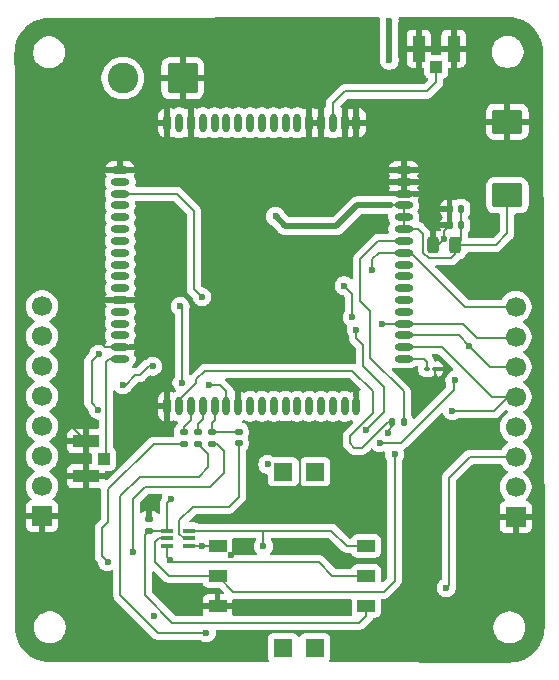
<source format=gbr>
G04 #@! TF.GenerationSoftware,KiCad,Pcbnew,9.0.5*
G04 #@! TF.CreationDate,2025-12-11T22:36:07+05:30*
G04 #@! TF.ProjectId,GPS_with_STM32,4750535f-7769-4746-985f-53544d33322e,rev?*
G04 #@! TF.SameCoordinates,Original*
G04 #@! TF.FileFunction,Copper,L4,Bot*
G04 #@! TF.FilePolarity,Positive*
%FSLAX46Y46*%
G04 Gerber Fmt 4.6, Leading zero omitted, Abs format (unit mm)*
G04 Created by KiCad (PCBNEW 9.0.5) date 2025-12-11 22:36:07*
%MOMM*%
%LPD*%
G01*
G04 APERTURE LIST*
G04 Aperture macros list*
%AMRoundRect*
0 Rectangle with rounded corners*
0 $1 Rounding radius*
0 $2 $3 $4 $5 $6 $7 $8 $9 X,Y pos of 4 corners*
0 Add a 4 corners polygon primitive as box body*
4,1,4,$2,$3,$4,$5,$6,$7,$8,$9,$2,$3,0*
0 Add four circle primitives for the rounded corners*
1,1,$1+$1,$2,$3*
1,1,$1+$1,$4,$5*
1,1,$1+$1,$6,$7*
1,1,$1+$1,$8,$9*
0 Add four rect primitives between the rounded corners*
20,1,$1+$1,$2,$3,$4,$5,0*
20,1,$1+$1,$4,$5,$6,$7,0*
20,1,$1+$1,$6,$7,$8,$9,0*
20,1,$1+$1,$8,$9,$2,$3,0*%
G04 Aperture macros list end*
G04 #@! TA.AperFunction,ComponentPad*
%ADD10R,1.700000X1.700000*%
G04 #@! TD*
G04 #@! TA.AperFunction,ComponentPad*
%ADD11C,1.700000*%
G04 #@! TD*
G04 #@! TA.AperFunction,ComponentPad*
%ADD12RoundRect,0.250000X1.050000X1.050000X-1.050000X1.050000X-1.050000X-1.050000X1.050000X-1.050000X0*%
G04 #@! TD*
G04 #@! TA.AperFunction,ComponentPad*
%ADD13C,2.600000*%
G04 #@! TD*
G04 #@! TA.AperFunction,SMDPad,CuDef*
%ADD14RoundRect,0.135000X-0.185000X0.135000X-0.185000X-0.135000X0.185000X-0.135000X0.185000X0.135000X0*%
G04 #@! TD*
G04 #@! TA.AperFunction,SMDPad,CuDef*
%ADD15R,1.050000X2.200000*%
G04 #@! TD*
G04 #@! TA.AperFunction,SMDPad,CuDef*
%ADD16R,1.050000X1.000000*%
G04 #@! TD*
G04 #@! TA.AperFunction,SMDPad,CuDef*
%ADD17RoundRect,0.250000X1.045000X-0.785000X1.045000X0.785000X-1.045000X0.785000X-1.045000X-0.785000X0*%
G04 #@! TD*
G04 #@! TA.AperFunction,SMDPad,CuDef*
%ADD18RoundRect,0.140000X0.140000X0.170000X-0.140000X0.170000X-0.140000X-0.170000X0.140000X-0.170000X0*%
G04 #@! TD*
G04 #@! TA.AperFunction,SMDPad,CuDef*
%ADD19R,2.200000X1.050000*%
G04 #@! TD*
G04 #@! TA.AperFunction,SMDPad,CuDef*
%ADD20R,1.000000X1.050000*%
G04 #@! TD*
G04 #@! TA.AperFunction,SMDPad,CuDef*
%ADD21RoundRect,0.140000X-0.170000X0.140000X-0.170000X-0.140000X0.170000X-0.140000X0.170000X0.140000X0*%
G04 #@! TD*
G04 #@! TA.AperFunction,SMDPad,CuDef*
%ADD22RoundRect,0.100000X0.130000X0.100000X-0.130000X0.100000X-0.130000X-0.100000X0.130000X-0.100000X0*%
G04 #@! TD*
G04 #@! TA.AperFunction,SMDPad,CuDef*
%ADD23O,1.600000X0.600000*%
G04 #@! TD*
G04 #@! TA.AperFunction,SMDPad,CuDef*
%ADD24O,0.600000X1.600000*%
G04 #@! TD*
G04 #@! TA.AperFunction,SMDPad,CuDef*
%ADD25R,1.500000X1.000000*%
G04 #@! TD*
G04 #@! TA.AperFunction,SMDPad,CuDef*
%ADD26R,1.600000X1.500000*%
G04 #@! TD*
G04 #@! TA.AperFunction,SMDPad,CuDef*
%ADD27RoundRect,0.243750X0.243750X0.456250X-0.243750X0.456250X-0.243750X-0.456250X0.243750X-0.456250X0*%
G04 #@! TD*
G04 #@! TA.AperFunction,SMDPad,CuDef*
%ADD28RoundRect,0.135000X0.135000X0.185000X-0.135000X0.185000X-0.135000X-0.185000X0.135000X-0.185000X0*%
G04 #@! TD*
G04 #@! TA.AperFunction,SMDPad,CuDef*
%ADD29RoundRect,0.097500X0.432500X0.097500X-0.432500X0.097500X-0.432500X-0.097500X0.432500X-0.097500X0*%
G04 #@! TD*
G04 #@! TA.AperFunction,ViaPad*
%ADD30C,0.600000*%
G04 #@! TD*
G04 #@! TA.AperFunction,Conductor*
%ADD31C,0.200000*%
G04 #@! TD*
G04 #@! TA.AperFunction,Conductor*
%ADD32C,0.500000*%
G04 #@! TD*
G04 APERTURE END LIST*
D10*
X96656505Y-77903590D03*
D11*
X96656505Y-75363590D03*
X96656505Y-72823590D03*
X96656505Y-70283590D03*
X96656505Y-67743590D03*
X96656505Y-65203590D03*
X96656505Y-62663590D03*
X96656505Y-60123590D03*
D12*
X68469646Y-40753531D03*
D13*
X63389646Y-40753531D03*
D10*
X56556455Y-77833363D03*
D11*
X56556455Y-75293363D03*
X56556455Y-72753363D03*
X56556455Y-70213363D03*
X56556455Y-67673363D03*
X56556455Y-65133363D03*
X56556455Y-62593363D03*
X56556455Y-60053363D03*
D14*
X70973208Y-70691753D03*
X70973208Y-71711753D03*
D15*
X91400000Y-38250000D03*
X88450000Y-38250000D03*
D16*
X89925000Y-39775000D03*
D14*
X69789902Y-70689999D03*
X69789902Y-71709999D03*
X68570629Y-70689999D03*
X68570629Y-71709999D03*
D17*
X95950000Y-50670000D03*
X95950000Y-44430000D03*
D18*
X92017080Y-51808560D03*
X91057080Y-51808560D03*
D19*
X60291219Y-71492155D03*
X60291219Y-74442155D03*
D20*
X61816219Y-72967155D03*
D18*
X92019267Y-53201232D03*
X91059267Y-53201232D03*
D21*
X65644534Y-78113119D03*
X65644534Y-79073119D03*
D22*
X89795000Y-65375000D03*
X89155000Y-65375000D03*
D23*
X87174646Y-48526031D03*
X87174646Y-49526031D03*
X87174646Y-50526031D03*
X87174646Y-51526031D03*
X87174646Y-52526031D03*
X87174646Y-53526031D03*
X87174646Y-54526031D03*
X87174646Y-55526031D03*
X87174646Y-56526031D03*
X87174646Y-57526031D03*
X87174646Y-58526031D03*
X87174646Y-59526031D03*
X87174646Y-60526031D03*
X87174646Y-61526031D03*
X87174646Y-62526031D03*
X87174646Y-63526031D03*
X87174646Y-64526031D03*
D24*
X83174646Y-68526031D03*
X82174646Y-68526031D03*
X81174646Y-68526031D03*
X80174646Y-68526031D03*
X79174646Y-68526031D03*
X78174646Y-68526031D03*
X77174646Y-68526031D03*
X76174646Y-68526031D03*
X75174646Y-68526031D03*
X74174646Y-68526031D03*
X73174646Y-68526031D03*
X72174646Y-68526031D03*
X71174646Y-68526031D03*
X70174646Y-68526031D03*
X69174646Y-68526031D03*
X68174646Y-68526031D03*
X67174646Y-68526031D03*
D23*
X63174646Y-64526031D03*
X63174646Y-63526031D03*
X63174646Y-62526031D03*
X63174646Y-61526031D03*
X63174646Y-60526031D03*
X63174646Y-59526031D03*
X63174646Y-58526031D03*
X63174646Y-57526031D03*
X63174646Y-56526031D03*
X63174646Y-55526031D03*
X63174646Y-54526031D03*
X63174646Y-53526031D03*
X63174646Y-52526031D03*
X63174646Y-51526031D03*
X63174646Y-50526031D03*
X63174646Y-49526031D03*
X63174646Y-48526031D03*
D24*
X67174646Y-44526031D03*
X68174646Y-44526031D03*
X69174646Y-44526031D03*
X70174646Y-44526031D03*
X71174646Y-44526031D03*
X72174646Y-44526031D03*
X73174646Y-44526031D03*
X74174646Y-44526031D03*
X75174646Y-44526031D03*
X76174646Y-44526031D03*
X77174646Y-44526031D03*
X78174646Y-44526031D03*
X79174646Y-44526031D03*
X80174646Y-44526031D03*
X81174646Y-44526031D03*
X82174646Y-44526031D03*
X83174646Y-44526031D03*
D25*
X84015927Y-85418247D03*
X84015927Y-82878247D03*
X84015927Y-80338247D03*
X71415927Y-85418247D03*
X71415927Y-82878247D03*
X71415927Y-80338247D03*
D26*
X76965927Y-74068247D03*
X79665927Y-74068247D03*
X76965927Y-88968247D03*
X79665927Y-88968247D03*
D21*
X73229426Y-70713642D03*
X73229426Y-71673642D03*
D27*
X91547822Y-54883875D03*
X89672822Y-54883875D03*
D28*
X87169299Y-69842856D03*
X86149299Y-69842856D03*
D29*
X69021985Y-79062201D03*
X69021985Y-79712201D03*
X69021985Y-80362201D03*
X67151985Y-80362201D03*
X67151985Y-79712201D03*
X67151985Y-79062201D03*
D30*
X76237500Y-76787500D03*
X78400000Y-42526031D03*
X84075000Y-48875000D03*
X72585486Y-81110225D03*
X81625000Y-76425000D03*
X93375000Y-43925000D03*
X65350000Y-62350000D03*
X66189673Y-76194968D03*
X67100000Y-66750000D03*
X77198378Y-69995796D03*
X90375000Y-66475000D03*
X78625000Y-66650000D03*
X90560335Y-54399891D03*
X78825000Y-76325000D03*
X77775000Y-85425000D03*
X68246637Y-60053363D03*
X76325000Y-52450000D03*
X86050000Y-51500000D03*
X66000000Y-86275000D03*
X68400000Y-66525000D03*
X75665925Y-73450000D03*
X90775601Y-83901187D03*
X65925000Y-65125000D03*
X63400000Y-66700000D03*
X67500000Y-76375000D03*
X70675000Y-66725000D03*
X70125000Y-80338247D03*
X64225000Y-80825000D03*
X62100000Y-81675000D03*
X67362500Y-81512500D03*
X86400000Y-72600000D03*
X85825000Y-70775000D03*
X70475000Y-87700000D03*
X75300000Y-80375000D03*
X61325000Y-68825000D03*
X61350000Y-64100000D03*
X92737500Y-63437500D03*
X91512500Y-66312500D03*
X85150000Y-71600000D03*
X85350000Y-61525000D03*
X84025000Y-70500000D03*
X83137500Y-62037500D03*
X91300000Y-68925000D03*
X84525000Y-56950000D03*
X85950000Y-39225000D03*
X85950037Y-35869403D03*
X82125000Y-58325000D03*
X82800000Y-60975000D03*
X70100000Y-59275000D03*
D31*
X65644534Y-78113119D02*
X65644534Y-76740107D01*
X77768247Y-85418247D02*
X77775000Y-85425000D01*
X78525000Y-66750000D02*
X78625000Y-66650000D01*
X89795000Y-65895000D02*
X90375000Y-66475000D01*
X61625000Y-61450000D02*
X61625000Y-59900000D01*
X60500000Y-61450000D02*
X61625000Y-61450000D01*
X90560335Y-54399891D02*
X90076351Y-54883875D01*
X93375000Y-43925000D02*
X93375000Y-43525000D01*
X91057080Y-53199045D02*
X91057080Y-51808560D01*
X90500000Y-50525000D02*
X90498969Y-50526031D01*
X61998969Y-59526031D02*
X63174646Y-59526031D01*
X78625000Y-66650000D02*
X82500000Y-66650000D01*
X90560335Y-53695790D02*
X91057080Y-53199045D01*
X61901031Y-63526031D02*
X61625000Y-63250000D01*
X79174646Y-44526031D02*
X79174646Y-45549646D01*
X60291219Y-71492155D02*
X60291219Y-74442155D01*
X87174646Y-48526031D02*
X87174646Y-50526031D01*
X67174646Y-44526031D02*
X67174646Y-45899646D01*
X67174646Y-45899646D02*
X67750000Y-46475000D01*
X64598969Y-44526031D02*
X67174646Y-44526031D01*
X90076351Y-54883875D02*
X89672822Y-54883875D01*
X78825000Y-76325000D02*
X78375000Y-75875000D01*
X64173969Y-63526031D02*
X65350000Y-62350000D01*
X87174646Y-48526031D02*
X89898969Y-48526031D01*
X90498969Y-50526031D02*
X87174646Y-50526031D01*
X79900000Y-46275000D02*
X82375000Y-46275000D01*
X91057080Y-51082080D02*
X90500000Y-50525000D01*
D32*
X84075000Y-48875000D02*
X84075000Y-47600000D01*
X83174646Y-46699646D02*
X83174646Y-44526031D01*
D31*
X91400000Y-38250000D02*
X88450000Y-38250000D01*
X67100000Y-66750000D02*
X67100000Y-68451385D01*
X90560335Y-54399891D02*
X90560335Y-53695790D01*
X79174646Y-44526031D02*
X80174646Y-44526031D01*
X78375000Y-75875000D02*
X78375000Y-71172418D01*
X83174646Y-45475354D02*
X83174646Y-44526031D01*
X73825000Y-66750000D02*
X78525000Y-66750000D01*
X63174646Y-45950354D02*
X64598969Y-44526031D01*
X95950000Y-44430000D02*
X93880000Y-44430000D01*
X82500000Y-66650000D02*
X83174646Y-67324646D01*
X65644534Y-76740107D02*
X66189673Y-76194968D01*
X63174646Y-48526031D02*
X63174646Y-45950354D01*
X67750000Y-46475000D02*
X68600000Y-46475000D01*
X61625000Y-59900000D02*
X61998969Y-59526031D01*
X71415927Y-85418247D02*
X77768247Y-85418247D01*
X63174646Y-63526031D02*
X61901031Y-63526031D01*
X79174646Y-45549646D02*
X79900000Y-46275000D01*
X78925000Y-76425000D02*
X78825000Y-76325000D01*
X59225000Y-70425936D02*
X59225000Y-62725000D01*
X91057080Y-51808560D02*
X91057080Y-51082080D01*
X79174646Y-44526031D02*
X79174646Y-43300677D01*
X67100000Y-68451385D02*
X67174646Y-68526031D01*
X73174646Y-68526031D02*
X73174646Y-67400354D01*
X81625000Y-76425000D02*
X78925000Y-76425000D01*
X59225000Y-62725000D02*
X60500000Y-61450000D01*
D32*
X84075000Y-47600000D02*
X83174646Y-46699646D01*
D31*
X87174646Y-48526031D02*
X84423969Y-48526031D01*
X78375000Y-71172418D02*
X77198378Y-69995796D01*
X91400000Y-41550000D02*
X91400000Y-38250000D01*
X82375000Y-46275000D02*
X83174646Y-45475354D01*
X60291219Y-71492155D02*
X59225000Y-70425936D01*
X69174646Y-45900354D02*
X69174646Y-44526031D01*
X89898969Y-48526031D02*
X93375000Y-45050000D01*
X93375000Y-45050000D02*
X93375000Y-43925000D01*
X84423969Y-48526031D02*
X84075000Y-48875000D01*
X73174646Y-67400354D02*
X73825000Y-66750000D01*
X83174646Y-67324646D02*
X83174646Y-68526031D01*
X63174646Y-63526031D02*
X64173969Y-63526031D01*
X68600000Y-46475000D02*
X69174646Y-45900354D01*
X61625000Y-63250000D02*
X61625000Y-61450000D01*
X89795000Y-65375000D02*
X89795000Y-65895000D01*
X79174646Y-43300677D02*
X78400000Y-42526031D01*
X93880000Y-44430000D02*
X93375000Y-43925000D01*
X93375000Y-43525000D02*
X91400000Y-41550000D01*
X62225000Y-64500000D02*
X63148615Y-64500000D01*
X61950000Y-64775000D02*
X62225000Y-64500000D01*
X61950000Y-72833374D02*
X61950000Y-64775000D01*
X63148615Y-64500000D02*
X63174646Y-64526031D01*
X61816219Y-72967155D02*
X61950000Y-72833374D01*
X81174646Y-42875354D02*
X81174646Y-44526031D01*
X82175000Y-41875000D02*
X81174646Y-42875354D01*
X89925000Y-41075000D02*
X89125000Y-41875000D01*
X89125000Y-41875000D02*
X82175000Y-41875000D01*
X89925000Y-39775000D02*
X89925000Y-41075000D01*
X92019267Y-53201232D02*
X92019267Y-51810747D01*
X87174646Y-51526031D02*
X86076031Y-51526031D01*
X91547822Y-54883875D02*
X94966125Y-54883875D01*
X88401031Y-53526031D02*
X88825000Y-53950000D01*
X92019267Y-51810747D02*
X92017080Y-51808560D01*
X91225000Y-55975000D02*
X91547822Y-55652178D01*
X86076031Y-51526031D02*
X86050000Y-51500000D01*
X88825000Y-55513199D02*
X89286801Y-55975000D01*
X87174646Y-53526031D02*
X88401031Y-53526031D01*
X68400000Y-60206726D02*
X68246637Y-60053363D01*
X92019267Y-53201232D02*
X92019267Y-54412430D01*
D32*
X76325000Y-52450000D02*
X77150000Y-53275000D01*
D31*
X68400000Y-66525000D02*
X68400000Y-60206726D01*
X92019267Y-54412430D02*
X91547822Y-54883875D01*
D32*
X83250000Y-51500000D02*
X86050000Y-51500000D01*
D31*
X95950000Y-53900000D02*
X95950000Y-50670000D01*
X91547822Y-55652178D02*
X91547822Y-54883875D01*
X89286801Y-55975000D02*
X91225000Y-55975000D01*
X87174646Y-51526031D02*
X87174646Y-53526031D01*
D32*
X81475000Y-53275000D02*
X83250000Y-51500000D01*
D31*
X94966125Y-54883875D02*
X95950000Y-53900000D01*
D32*
X77150000Y-53275000D02*
X81475000Y-53275000D01*
D31*
X88825000Y-53950000D02*
X88825000Y-55513199D01*
X68575719Y-79712201D02*
X68190985Y-79327467D01*
X68190985Y-79327467D02*
X68190985Y-78184015D01*
X69021985Y-79712201D02*
X68575719Y-79712201D01*
X68190985Y-78184015D02*
X69350000Y-77025000D01*
X72375000Y-77025000D02*
X73229426Y-76170574D01*
X69350000Y-77025000D02*
X72375000Y-77025000D01*
X73229426Y-76170574D02*
X73229426Y-71673642D01*
X90758541Y-83918247D02*
X91000000Y-83676788D01*
X92776410Y-72823590D02*
X96656505Y-72823590D01*
X91000000Y-83676788D02*
X91000000Y-74600000D01*
X91000000Y-74600000D02*
X92776410Y-72823590D01*
X90775601Y-83901187D02*
X90758541Y-83918247D01*
X63650000Y-66700000D02*
X63400000Y-66700000D01*
X64450000Y-65900000D02*
X63650000Y-66700000D01*
X64825000Y-65900000D02*
X64450000Y-65900000D01*
X65600000Y-65125000D02*
X64825000Y-65900000D01*
X65925000Y-65125000D02*
X65600000Y-65125000D01*
X88926031Y-64526031D02*
X89155000Y-64755000D01*
X87174646Y-64526031D02*
X88926031Y-64526031D01*
X89155000Y-64755000D02*
X89155000Y-65375000D01*
X67500000Y-76375000D02*
X67151985Y-76723015D01*
X65250000Y-84525000D02*
X65250000Y-79467653D01*
X65250000Y-79467653D02*
X65644534Y-79073119D01*
X83425000Y-86850000D02*
X67575000Y-86850000D01*
X84015927Y-86259073D02*
X83425000Y-86850000D01*
X67575000Y-86850000D02*
X65250000Y-84525000D01*
X71625000Y-66725000D02*
X72174646Y-67274646D01*
X72174646Y-67274646D02*
X72174646Y-68526031D01*
X67141067Y-79073119D02*
X67151985Y-79062201D01*
X67151985Y-76723015D02*
X67151985Y-79062201D01*
X70675000Y-66725000D02*
X71625000Y-66725000D01*
X65644534Y-79073119D02*
X67141067Y-79073119D01*
X84015927Y-85418247D02*
X84015927Y-86259073D01*
X70973208Y-69926792D02*
X70973208Y-70691753D01*
X71174646Y-68526031D02*
X71174646Y-69725354D01*
X70973208Y-70691753D02*
X73207537Y-70691753D01*
X71174646Y-69725354D02*
X70973208Y-69926792D01*
X73207537Y-70691753D02*
X73229426Y-70713642D01*
X71415927Y-80338247D02*
X70125000Y-80338247D01*
X69045939Y-80338247D02*
X69021985Y-80362201D01*
X64225000Y-76400000D02*
X64225000Y-80825000D01*
X65250000Y-75375000D02*
X64225000Y-76400000D01*
X70125000Y-80338247D02*
X69045939Y-80338247D01*
X70775000Y-75375000D02*
X65250000Y-75375000D01*
X71411753Y-71711753D02*
X72000000Y-72300000D01*
X70973208Y-71711753D02*
X71411753Y-71711753D01*
X72000000Y-72300000D02*
X72000000Y-74150000D01*
X72000000Y-74150000D02*
X70775000Y-75375000D01*
X84015927Y-82878247D02*
X81146753Y-82878247D01*
X67575000Y-81725000D02*
X67362500Y-81512500D01*
X61625000Y-78825000D02*
X61625000Y-81200000D01*
X79993506Y-81725000D02*
X67575000Y-81725000D01*
X67362500Y-81512500D02*
X67151985Y-81301985D01*
X81146753Y-82878247D02*
X79993506Y-81725000D01*
X62150000Y-75575000D02*
X62150000Y-78300000D01*
X68570629Y-71709999D02*
X66015001Y-71709999D01*
X66015001Y-71709999D02*
X62150000Y-75575000D01*
X67151985Y-81301985D02*
X67151985Y-80362201D01*
X61625000Y-81200000D02*
X62100000Y-81675000D01*
X62150000Y-78300000D02*
X61625000Y-78825000D01*
X82825000Y-65525000D02*
X84550000Y-67250000D01*
X86300000Y-69993557D02*
X86149299Y-69842856D01*
X84550000Y-67250000D02*
X84550000Y-69125057D01*
X86400000Y-73625000D02*
X86400000Y-72600000D01*
X71415927Y-82878247D02*
X71412680Y-82875000D01*
X67275000Y-82875000D02*
X66150000Y-81750000D01*
X66150000Y-80000000D02*
X66437799Y-79712201D01*
X82625000Y-71050057D02*
X82625000Y-71675000D01*
X86300000Y-70125000D02*
X86300000Y-69993557D01*
X66150000Y-81750000D02*
X66150000Y-80000000D01*
X84550000Y-69125057D02*
X82625000Y-71050057D01*
X82975000Y-72025000D02*
X83625000Y-72025000D01*
X72762680Y-84225000D02*
X83875000Y-84225000D01*
X83625000Y-72025000D02*
X85807144Y-69842856D01*
X71412680Y-82875000D02*
X67275000Y-82875000D01*
X68174646Y-68526031D02*
X68174646Y-68000354D01*
X82625000Y-71675000D02*
X82975000Y-72025000D01*
X85825000Y-70600000D02*
X86300000Y-70125000D01*
X71415927Y-82878247D02*
X72762680Y-84225000D01*
X85807144Y-69842856D02*
X86149299Y-69842856D01*
X66437799Y-79712201D02*
X67151985Y-79712201D01*
X70350000Y-65525000D02*
X82825000Y-65525000D01*
X85825000Y-70775000D02*
X85825000Y-70600000D01*
X69625000Y-66250000D02*
X70350000Y-65525000D01*
X86400000Y-83300000D02*
X86400000Y-73625000D01*
X83875000Y-84225000D02*
X85475000Y-84225000D01*
X69625000Y-66550000D02*
X69625000Y-66250000D01*
X85475000Y-84225000D02*
X86400000Y-83300000D01*
X68174646Y-68000354D02*
X69625000Y-66550000D01*
X75225000Y-79062201D02*
X69021985Y-79062201D01*
X75300000Y-80375000D02*
X75300000Y-79137201D01*
X70475000Y-87700000D02*
X66350000Y-87700000D01*
X63200000Y-84550000D02*
X63200000Y-76125000D01*
X64850000Y-74475000D02*
X69825000Y-74475000D01*
X69789902Y-71714902D02*
X69789902Y-71709999D01*
X69825000Y-74475000D02*
X70625000Y-73675000D01*
X81062201Y-79062201D02*
X75225000Y-79062201D01*
X70625000Y-73675000D02*
X70625000Y-72550000D01*
X63200000Y-76125000D02*
X64850000Y-74475000D01*
X82338247Y-80338247D02*
X81062201Y-79062201D01*
X84015927Y-80338247D02*
X82338247Y-80338247D01*
X75300000Y-79137201D02*
X75225000Y-79062201D01*
X70625000Y-72550000D02*
X69789902Y-71714902D01*
X66350000Y-87700000D02*
X63200000Y-84550000D01*
X61325000Y-68825000D02*
X60750000Y-68250000D01*
X60750000Y-64700000D02*
X61350000Y-64100000D01*
X60750000Y-68250000D02*
X60750000Y-64700000D01*
X69789902Y-70010098D02*
X69789902Y-70689999D01*
X70174646Y-69625354D02*
X69789902Y-70010098D01*
X70174646Y-68526031D02*
X70174646Y-69625354D01*
X92737500Y-63437500D02*
X91826031Y-62526031D01*
X91826031Y-62526031D02*
X87174646Y-62526031D01*
X94503590Y-65203590D02*
X96656505Y-65203590D01*
X91400000Y-66425000D02*
X91400000Y-67150000D01*
X91400000Y-67150000D02*
X86950000Y-71600000D01*
X92737500Y-63437500D02*
X94503590Y-65203590D01*
X91512500Y-66312500D02*
X91400000Y-66425000D01*
X86950000Y-71600000D02*
X85150000Y-71600000D01*
X83725000Y-65150000D02*
X85475000Y-66900000D01*
X83725000Y-63350000D02*
X83725000Y-65150000D01*
X85475000Y-69050000D02*
X84025000Y-70500000D01*
X83137500Y-62762500D02*
X83725000Y-63350000D01*
X87173615Y-61525000D02*
X87174646Y-61526031D01*
X85350000Y-61525000D02*
X87173615Y-61525000D01*
X83137500Y-62037500D02*
X83137500Y-62762500D01*
X87174646Y-61526031D02*
X92226031Y-61526031D01*
X92226031Y-61526031D02*
X93425000Y-62725000D01*
X85475000Y-66900000D02*
X85475000Y-69050000D01*
X93425000Y-62725000D02*
X96595095Y-62725000D01*
X96595095Y-62725000D02*
X96656505Y-62663590D01*
X90401031Y-63526031D02*
X94618590Y-67743590D01*
X94618590Y-67743590D02*
X96656505Y-67743590D01*
X96031410Y-67743590D02*
X96656505Y-67743590D01*
X94850000Y-68925000D02*
X96031410Y-67743590D01*
X91300000Y-68925000D02*
X94850000Y-68925000D01*
X87174646Y-63526031D02*
X90401031Y-63526031D01*
X92373590Y-60123590D02*
X96656505Y-60123590D01*
X85073969Y-55526031D02*
X87174646Y-55526031D01*
X87174646Y-55526031D02*
X87776031Y-55526031D01*
X84525000Y-56950000D02*
X84525000Y-56075000D01*
X87776031Y-55526031D02*
X92373590Y-60123590D01*
X84525000Y-56075000D02*
X85073969Y-55526031D01*
D32*
X85950000Y-39225000D02*
X85950000Y-35869440D01*
X85950000Y-35869440D02*
X85950037Y-35869403D01*
D31*
X82125000Y-58325000D02*
X82800000Y-59000000D01*
X82800000Y-59000000D02*
X82800000Y-60975000D01*
X87174646Y-54526031D02*
X84998969Y-54526031D01*
X84350000Y-60500000D02*
X84350000Y-64450000D01*
X84998969Y-54526031D02*
X83500000Y-56025000D01*
X83500000Y-56025000D02*
X83500000Y-59650000D01*
X84350000Y-64450000D02*
X87169299Y-67269299D01*
X87169299Y-67269299D02*
X87169299Y-69842856D01*
X83500000Y-59650000D02*
X84350000Y-60500000D01*
X69174646Y-69650354D02*
X68570629Y-70254371D01*
X68570629Y-70254371D02*
X68570629Y-70689999D01*
X69174646Y-68526031D02*
X69174646Y-69650354D01*
X67898969Y-50526031D02*
X63174646Y-50526031D01*
X70100000Y-59275000D02*
X69400000Y-58575000D01*
X67900000Y-50525000D02*
X67898969Y-50526031D01*
X67950000Y-50525000D02*
X67900000Y-50525000D01*
X69400000Y-51975000D02*
X67950000Y-50525000D01*
X69400000Y-58575000D02*
X69400000Y-51975000D01*
G04 #@! TA.AperFunction,Conductor*
G36*
X66055703Y-82505384D02*
G01*
X66062181Y-82511416D01*
X66790139Y-83239374D01*
X66790149Y-83239385D01*
X66794479Y-83243715D01*
X66794480Y-83243716D01*
X66906284Y-83355520D01*
X66976244Y-83395911D01*
X67043215Y-83434577D01*
X67195942Y-83475500D01*
X67195943Y-83475500D01*
X70081925Y-83475500D01*
X70148964Y-83495185D01*
X70194719Y-83547989D01*
X70198107Y-83556167D01*
X70222129Y-83620575D01*
X70222133Y-83620582D01*
X70308379Y-83735791D01*
X70308382Y-83735794D01*
X70423591Y-83822040D01*
X70423598Y-83822044D01*
X70558444Y-83872338D01*
X70558443Y-83872338D01*
X70565371Y-83873082D01*
X70618054Y-83878747D01*
X71515829Y-83878746D01*
X71582868Y-83898430D01*
X71603510Y-83915065D01*
X71895011Y-84206566D01*
X71928496Y-84267889D01*
X71923512Y-84337581D01*
X71881640Y-84393514D01*
X71816176Y-84417931D01*
X71807330Y-84418247D01*
X71665927Y-84418247D01*
X71665927Y-85168247D01*
X72665927Y-85168247D01*
X72665927Y-84949500D01*
X72685612Y-84882461D01*
X72738416Y-84836706D01*
X72789927Y-84825500D01*
X82641427Y-84825500D01*
X82708466Y-84845185D01*
X82754221Y-84897989D01*
X82765427Y-84949500D01*
X82765427Y-85966117D01*
X82765428Y-85966123D01*
X82771836Y-86025731D01*
X82792885Y-86082168D01*
X82797869Y-86151859D01*
X82764383Y-86213182D01*
X82703060Y-86246666D01*
X82676703Y-86249500D01*
X72754618Y-86249500D01*
X72687579Y-86229815D01*
X72641824Y-86177011D01*
X72631880Y-86107853D01*
X72638436Y-86082167D01*
X72659523Y-86025627D01*
X72659525Y-86025619D01*
X72665926Y-85966091D01*
X72665927Y-85966074D01*
X72665927Y-85668247D01*
X70165927Y-85668247D01*
X70165927Y-85966091D01*
X70172328Y-86025619D01*
X70172330Y-86025627D01*
X70193418Y-86082167D01*
X70198402Y-86151859D01*
X70164916Y-86213182D01*
X70103593Y-86246666D01*
X70077236Y-86249500D01*
X67875098Y-86249500D01*
X67808059Y-86229815D01*
X67787417Y-86213181D01*
X66444638Y-84870402D01*
X70165927Y-84870402D01*
X70165927Y-85168247D01*
X71165927Y-85168247D01*
X71165927Y-84418247D01*
X70618082Y-84418247D01*
X70558554Y-84424648D01*
X70558547Y-84424650D01*
X70423840Y-84474892D01*
X70423833Y-84474896D01*
X70308739Y-84561056D01*
X70308736Y-84561059D01*
X70222576Y-84676153D01*
X70222572Y-84676160D01*
X70172330Y-84810867D01*
X70172328Y-84810874D01*
X70165927Y-84870402D01*
X66444638Y-84870402D01*
X65886819Y-84312583D01*
X65853334Y-84251260D01*
X65850500Y-84224902D01*
X65850500Y-82599097D01*
X65870185Y-82532058D01*
X65922989Y-82486303D01*
X65992147Y-82476359D01*
X66055703Y-82505384D01*
G37*
G04 #@! TD.AperFunction*
G04 #@! TA.AperFunction,Conductor*
G36*
X82740260Y-69698031D02*
G01*
X82743986Y-69700425D01*
X82791676Y-69732290D01*
X82835270Y-69751399D01*
X82861085Y-69773086D01*
X82887346Y-69794248D01*
X82887761Y-69795495D01*
X82888768Y-69796341D01*
X82898760Y-69828543D01*
X82909411Y-69860542D01*
X82909085Y-69861816D01*
X82909475Y-69863071D01*
X82900473Y-69895559D01*
X82892132Y-69928241D01*
X82891022Y-69929669D01*
X82890819Y-69930404D01*
X82889617Y-69931477D01*
X82873171Y-69952649D01*
X82256286Y-70569535D01*
X82144481Y-70681339D01*
X82144480Y-70681341D01*
X82114368Y-70733497D01*
X82075767Y-70800355D01*
X82074817Y-70802002D01*
X82065423Y-70818272D01*
X82024499Y-70971000D01*
X82024499Y-70971002D01*
X82024499Y-71139103D01*
X82024500Y-71139116D01*
X82024500Y-71588330D01*
X82024499Y-71588348D01*
X82024499Y-71754054D01*
X82024498Y-71754054D01*
X82065423Y-71906787D01*
X82065424Y-71906788D01*
X82085556Y-71941657D01*
X82144475Y-72043709D01*
X82144479Y-72043714D01*
X82144480Y-72043716D01*
X82256284Y-72155520D01*
X82256285Y-72155521D01*
X82606284Y-72505520D01*
X82606286Y-72505521D01*
X82606290Y-72505524D01*
X82743209Y-72584573D01*
X82743216Y-72584577D01*
X82895943Y-72625501D01*
X82895945Y-72625501D01*
X83061654Y-72625501D01*
X83061670Y-72625500D01*
X83538331Y-72625500D01*
X83538347Y-72625501D01*
X83545943Y-72625501D01*
X83704054Y-72625501D01*
X83704057Y-72625501D01*
X83856785Y-72584577D01*
X83906904Y-72555639D01*
X83993716Y-72505520D01*
X84105520Y-72393716D01*
X84105520Y-72393714D01*
X84115728Y-72383507D01*
X84115730Y-72383504D01*
X84370898Y-72128335D01*
X84432219Y-72094852D01*
X84501911Y-72099836D01*
X84546258Y-72128337D01*
X84639707Y-72221786D01*
X84639711Y-72221789D01*
X84770814Y-72309390D01*
X84770827Y-72309397D01*
X84908683Y-72366498D01*
X84916503Y-72369737D01*
X85071153Y-72400499D01*
X85071156Y-72400500D01*
X85071158Y-72400500D01*
X85228844Y-72400500D01*
X85228845Y-72400499D01*
X85383497Y-72369737D01*
X85437390Y-72347413D01*
X85506859Y-72339945D01*
X85569338Y-72371220D01*
X85604990Y-72431309D01*
X85606460Y-72486164D01*
X85599500Y-72521157D01*
X85599500Y-72678846D01*
X85630261Y-72833489D01*
X85630264Y-72833501D01*
X85690602Y-72979172D01*
X85690609Y-72979185D01*
X85778602Y-73110874D01*
X85799480Y-73177551D01*
X85799500Y-73179765D01*
X85799500Y-82999902D01*
X85779815Y-83066941D01*
X85763181Y-83087583D01*
X85478107Y-83372656D01*
X85416784Y-83406141D01*
X85347092Y-83401157D01*
X85291159Y-83359285D01*
X85266742Y-83293821D01*
X85266426Y-83284999D01*
X85266426Y-82330375D01*
X85260018Y-82270764D01*
X85255280Y-82258062D01*
X85209724Y-82135918D01*
X85209720Y-82135911D01*
X85123474Y-82020702D01*
X85123471Y-82020699D01*
X85008262Y-81934453D01*
X85008255Y-81934449D01*
X84873409Y-81884155D01*
X84873410Y-81884155D01*
X84813810Y-81877748D01*
X84813808Y-81877747D01*
X84813800Y-81877747D01*
X84813791Y-81877747D01*
X83218056Y-81877747D01*
X83218050Y-81877748D01*
X83158443Y-81884155D01*
X83023598Y-81934449D01*
X83023591Y-81934453D01*
X82908382Y-82020699D01*
X82908379Y-82020702D01*
X82822133Y-82135911D01*
X82822129Y-82135918D01*
X82799318Y-82197080D01*
X82757447Y-82253014D01*
X82691983Y-82277431D01*
X82683136Y-82277747D01*
X81446851Y-82277747D01*
X81379812Y-82258062D01*
X81359170Y-82241428D01*
X80481096Y-81363355D01*
X80481094Y-81363352D01*
X80362223Y-81244481D01*
X80362215Y-81244475D01*
X80268593Y-81190423D01*
X80268591Y-81190422D01*
X80225296Y-81165425D01*
X80225295Y-81165424D01*
X80212769Y-81162067D01*
X80072563Y-81124499D01*
X79914449Y-81124499D01*
X79906853Y-81124499D01*
X79906837Y-81124500D01*
X75981941Y-81124500D01*
X75914902Y-81104815D01*
X75869147Y-81052011D01*
X75859203Y-80982853D01*
X75888228Y-80919297D01*
X75894260Y-80912819D01*
X75921786Y-80885292D01*
X75921789Y-80885289D01*
X76009394Y-80754179D01*
X76069737Y-80608497D01*
X76100500Y-80453842D01*
X76100500Y-80296158D01*
X76100500Y-80296155D01*
X76100499Y-80296153D01*
X76069738Y-80141510D01*
X76069737Y-80141503D01*
X76069735Y-80141498D01*
X76009397Y-79995827D01*
X76009390Y-79995814D01*
X75921398Y-79864125D01*
X75915747Y-79846078D01*
X75905523Y-79830169D01*
X75901071Y-79799207D01*
X75900520Y-79797447D01*
X75900500Y-79795234D01*
X75900500Y-79786701D01*
X75920185Y-79719662D01*
X75972989Y-79673907D01*
X76024500Y-79662701D01*
X80762104Y-79662701D01*
X80829143Y-79682386D01*
X80849784Y-79699019D01*
X81969531Y-80818767D01*
X81969533Y-80818768D01*
X81969537Y-80818771D01*
X82104869Y-80896904D01*
X82106463Y-80897824D01*
X82259190Y-80938748D01*
X82259192Y-80938748D01*
X82424901Y-80938748D01*
X82424917Y-80938747D01*
X82683136Y-80938747D01*
X82750175Y-80958432D01*
X82795930Y-81011236D01*
X82799318Y-81019414D01*
X82822129Y-81080575D01*
X82822133Y-81080582D01*
X82908379Y-81195791D01*
X82908382Y-81195794D01*
X83023591Y-81282040D01*
X83023598Y-81282044D01*
X83158444Y-81332338D01*
X83158443Y-81332338D01*
X83165371Y-81333082D01*
X83218054Y-81338747D01*
X84813799Y-81338746D01*
X84873410Y-81332338D01*
X85008258Y-81282043D01*
X85123473Y-81195793D01*
X85209723Y-81080578D01*
X85260018Y-80945730D01*
X85266427Y-80886120D01*
X85266426Y-79790375D01*
X85260018Y-79730764D01*
X85258004Y-79725365D01*
X85209724Y-79595918D01*
X85209720Y-79595911D01*
X85123474Y-79480702D01*
X85123471Y-79480699D01*
X85008262Y-79394453D01*
X85008255Y-79394449D01*
X84873409Y-79344155D01*
X84873410Y-79344155D01*
X84813810Y-79337748D01*
X84813808Y-79337747D01*
X84813800Y-79337747D01*
X84813791Y-79337747D01*
X83218056Y-79337747D01*
X83218050Y-79337748D01*
X83158443Y-79344155D01*
X83023598Y-79394449D01*
X83023591Y-79394453D01*
X82908382Y-79480699D01*
X82908379Y-79480702D01*
X82822133Y-79595911D01*
X82822129Y-79595918D01*
X82799318Y-79657080D01*
X82786048Y-79674806D01*
X82776849Y-79694950D01*
X82765518Y-79702231D01*
X82757447Y-79713014D01*
X82736698Y-79720752D01*
X82718071Y-79732724D01*
X82696154Y-79735875D01*
X82691983Y-79737431D01*
X82683136Y-79737747D01*
X82638345Y-79737747D01*
X82571306Y-79718062D01*
X82550664Y-79701428D01*
X81549791Y-78700556D01*
X81549789Y-78700553D01*
X81430918Y-78581682D01*
X81430917Y-78581681D01*
X81344105Y-78531561D01*
X81344105Y-78531560D01*
X81344101Y-78531559D01*
X81293986Y-78502624D01*
X81141258Y-78461700D01*
X80983144Y-78461700D01*
X80975548Y-78461700D01*
X80975532Y-78461701D01*
X75304061Y-78461701D01*
X75304057Y-78461700D01*
X75145943Y-78461700D01*
X75145939Y-78461701D01*
X69822809Y-78461701D01*
X69760808Y-78445088D01*
X69756066Y-78442350D01*
X69756065Y-78442349D01*
X69756063Y-78442348D01*
X69756061Y-78442347D01*
X69610594Y-78382093D01*
X69610592Y-78382092D01*
X69493688Y-78366702D01*
X69493685Y-78366701D01*
X69493679Y-78366701D01*
X69493672Y-78366701D01*
X69156896Y-78366701D01*
X69089857Y-78347016D01*
X69044102Y-78294212D01*
X69034158Y-78225054D01*
X69063183Y-78161498D01*
X69069215Y-78155020D01*
X69235117Y-77989119D01*
X69562417Y-77661819D01*
X69623740Y-77628334D01*
X69650098Y-77625500D01*
X72288331Y-77625500D01*
X72288347Y-77625501D01*
X72295943Y-77625501D01*
X72454054Y-77625501D01*
X72454057Y-77625501D01*
X72606785Y-77584577D01*
X72656904Y-77555639D01*
X72743716Y-77505520D01*
X72855520Y-77393716D01*
X72855520Y-77393714D01*
X72865728Y-77383507D01*
X72865730Y-77383504D01*
X73587932Y-76661302D01*
X73587937Y-76661298D01*
X73598140Y-76651094D01*
X73598142Y-76651094D01*
X73709946Y-76539290D01*
X73767808Y-76439069D01*
X73789003Y-76402359D01*
X73829927Y-76249631D01*
X73829927Y-76091517D01*
X73829927Y-76083922D01*
X73829926Y-76083904D01*
X73829926Y-73371153D01*
X74865425Y-73371153D01*
X74865425Y-73528846D01*
X74896186Y-73683489D01*
X74896189Y-73683501D01*
X74956527Y-73829172D01*
X74956534Y-73829185D01*
X75044135Y-73960288D01*
X75044138Y-73960292D01*
X75155632Y-74071786D01*
X75155636Y-74071789D01*
X75286739Y-74159390D01*
X75286752Y-74159397D01*
X75405393Y-74208539D01*
X75432428Y-74219737D01*
X75492073Y-74231601D01*
X75565619Y-74246231D01*
X75627530Y-74278616D01*
X75662104Y-74339332D01*
X75665428Y-74367848D01*
X75665428Y-74866123D01*
X75671835Y-74925730D01*
X75722129Y-75060575D01*
X75722133Y-75060582D01*
X75808379Y-75175791D01*
X75808382Y-75175794D01*
X75923591Y-75262040D01*
X75923598Y-75262044D01*
X76058444Y-75312338D01*
X76058443Y-75312338D01*
X76065371Y-75313082D01*
X76118054Y-75318747D01*
X77813799Y-75318746D01*
X77873410Y-75312338D01*
X78008258Y-75262043D01*
X78123473Y-75175793D01*
X78184344Y-75094480D01*
X78215039Y-75053478D01*
X78217309Y-75055177D01*
X78256492Y-75015990D01*
X78324764Y-75001133D01*
X78390230Y-75025545D01*
X78415370Y-75054558D01*
X78416815Y-75053478D01*
X78508379Y-75175791D01*
X78508382Y-75175794D01*
X78623591Y-75262040D01*
X78623598Y-75262044D01*
X78758444Y-75312338D01*
X78758443Y-75312338D01*
X78765371Y-75313082D01*
X78818054Y-75318747D01*
X80513799Y-75318746D01*
X80573410Y-75312338D01*
X80708258Y-75262043D01*
X80823473Y-75175793D01*
X80909723Y-75060578D01*
X80960018Y-74925730D01*
X80966427Y-74866120D01*
X80966426Y-73270375D01*
X80960018Y-73210764D01*
X80947630Y-73177551D01*
X80909724Y-73075918D01*
X80909720Y-73075911D01*
X80823474Y-72960702D01*
X80823471Y-72960699D01*
X80708262Y-72874453D01*
X80708255Y-72874449D01*
X80573409Y-72824155D01*
X80573410Y-72824155D01*
X80513810Y-72817748D01*
X80513808Y-72817747D01*
X80513800Y-72817747D01*
X80513791Y-72817747D01*
X78818056Y-72817747D01*
X78818050Y-72817748D01*
X78758443Y-72824155D01*
X78623598Y-72874449D01*
X78623591Y-72874453D01*
X78508382Y-72960699D01*
X78508379Y-72960702D01*
X78416815Y-73083016D01*
X78414545Y-73081317D01*
X78375347Y-73120511D01*
X78307073Y-73135358D01*
X78241610Y-73110937D01*
X78216481Y-73081936D01*
X78215039Y-73083016D01*
X78123474Y-72960702D01*
X78123471Y-72960699D01*
X78008262Y-72874453D01*
X78008255Y-72874449D01*
X77873409Y-72824155D01*
X77873410Y-72824155D01*
X77813810Y-72817748D01*
X77813808Y-72817747D01*
X77813800Y-72817747D01*
X77813792Y-72817747D01*
X76198169Y-72817747D01*
X76131130Y-72798062D01*
X76129279Y-72796849D01*
X76045105Y-72740606D01*
X76045102Y-72740604D01*
X75899426Y-72680264D01*
X75899414Y-72680261D01*
X75744770Y-72649500D01*
X75744767Y-72649500D01*
X75587083Y-72649500D01*
X75587080Y-72649500D01*
X75432435Y-72680261D01*
X75432423Y-72680264D01*
X75286752Y-72740602D01*
X75286739Y-72740609D01*
X75155636Y-72828210D01*
X75155632Y-72828213D01*
X75044138Y-72939707D01*
X75044135Y-72939711D01*
X74956534Y-73070814D01*
X74956527Y-73070827D01*
X74896189Y-73216498D01*
X74896186Y-73216510D01*
X74865425Y-73371153D01*
X73829926Y-73371153D01*
X73829926Y-72340308D01*
X73849611Y-72273269D01*
X73866246Y-72252626D01*
X73909538Y-72209334D01*
X73909543Y-72209329D01*
X73991920Y-72070037D01*
X74037069Y-71914635D01*
X74039926Y-71878332D01*
X74039926Y-71468952D01*
X74037069Y-71432649D01*
X74034701Y-71424500D01*
X73991921Y-71277251D01*
X73991921Y-71277250D01*
X73991920Y-71277249D01*
X73991920Y-71277247D01*
X73979805Y-71256762D01*
X73962622Y-71189041D01*
X73979805Y-71130522D01*
X73991920Y-71110037D01*
X74032314Y-70971002D01*
X74037068Y-70954639D01*
X74037069Y-70954633D01*
X74039385Y-70925202D01*
X74039926Y-70918332D01*
X74039926Y-70508952D01*
X74037069Y-70472649D01*
X74032217Y-70455949D01*
X73991921Y-70317251D01*
X73991920Y-70317248D01*
X73991920Y-70317247D01*
X73909543Y-70177955D01*
X73909541Y-70177953D01*
X73909538Y-70177949D01*
X73795118Y-70063529D01*
X73795110Y-70063523D01*
X73655819Y-69981147D01*
X73655816Y-69981146D01*
X73583451Y-69960122D01*
X73569193Y-69951016D01*
X73552879Y-69946541D01*
X73540358Y-69932601D01*
X73524565Y-69922516D01*
X73517492Y-69907146D01*
X73506189Y-69894562D01*
X73503192Y-69876067D01*
X73495359Y-69859044D01*
X73497718Y-69842290D01*
X73495013Y-69825592D01*
X73502491Y-69808412D01*
X73505105Y-69789857D01*
X73516322Y-69776637D01*
X73522899Y-69761529D01*
X73549156Y-69737944D01*
X73605306Y-69700426D01*
X73671983Y-69679548D01*
X73739363Y-69698033D01*
X73743087Y-69700426D01*
X73794794Y-69734975D01*
X73795467Y-69735425D01*
X73795469Y-69735426D01*
X73795473Y-69735428D01*
X73932711Y-69792273D01*
X73941149Y-69795768D01*
X74072985Y-69821992D01*
X74095799Y-69826530D01*
X74095802Y-69826531D01*
X74095804Y-69826531D01*
X74253490Y-69826531D01*
X74253491Y-69826530D01*
X74408143Y-69795768D01*
X74553825Y-69735425D01*
X74605756Y-69700725D01*
X74672431Y-69679847D01*
X74739811Y-69698331D01*
X74743509Y-69700707D01*
X74795467Y-69735425D01*
X74795469Y-69735426D01*
X74795471Y-69735427D01*
X74932711Y-69792273D01*
X74941149Y-69795768D01*
X75072985Y-69821992D01*
X75095799Y-69826530D01*
X75095802Y-69826531D01*
X75095804Y-69826531D01*
X75253490Y-69826531D01*
X75253491Y-69826530D01*
X75408143Y-69795768D01*
X75553825Y-69735425D01*
X75605756Y-69700725D01*
X75672431Y-69679847D01*
X75739811Y-69698331D01*
X75743509Y-69700707D01*
X75795467Y-69735425D01*
X75795469Y-69735426D01*
X75795471Y-69735427D01*
X75932711Y-69792273D01*
X75941149Y-69795768D01*
X76072985Y-69821992D01*
X76095799Y-69826530D01*
X76095802Y-69826531D01*
X76095804Y-69826531D01*
X76253490Y-69826531D01*
X76253491Y-69826530D01*
X76408143Y-69795768D01*
X76553825Y-69735425D01*
X76605756Y-69700725D01*
X76672431Y-69679847D01*
X76739811Y-69698331D01*
X76743509Y-69700707D01*
X76795467Y-69735425D01*
X76795469Y-69735426D01*
X76795471Y-69735427D01*
X76932711Y-69792273D01*
X76941149Y-69795768D01*
X77072985Y-69821992D01*
X77095799Y-69826530D01*
X77095802Y-69826531D01*
X77095804Y-69826531D01*
X77253490Y-69826531D01*
X77253491Y-69826530D01*
X77408143Y-69795768D01*
X77553825Y-69735425D01*
X77605756Y-69700725D01*
X77672431Y-69679847D01*
X77739811Y-69698331D01*
X77743509Y-69700707D01*
X77795467Y-69735425D01*
X77795469Y-69735426D01*
X77795471Y-69735427D01*
X77932711Y-69792273D01*
X77941149Y-69795768D01*
X78072985Y-69821992D01*
X78095799Y-69826530D01*
X78095802Y-69826531D01*
X78095804Y-69826531D01*
X78253490Y-69826531D01*
X78253491Y-69826530D01*
X78408143Y-69795768D01*
X78553825Y-69735425D01*
X78605756Y-69700725D01*
X78672431Y-69679847D01*
X78739811Y-69698331D01*
X78743509Y-69700707D01*
X78795467Y-69735425D01*
X78795469Y-69735426D01*
X78795471Y-69735427D01*
X78932711Y-69792273D01*
X78941149Y-69795768D01*
X79072985Y-69821992D01*
X79095799Y-69826530D01*
X79095802Y-69826531D01*
X79095804Y-69826531D01*
X79253490Y-69826531D01*
X79253491Y-69826530D01*
X79408143Y-69795768D01*
X79553825Y-69735425D01*
X79605756Y-69700725D01*
X79672431Y-69679847D01*
X79739811Y-69698331D01*
X79743509Y-69700707D01*
X79795467Y-69735425D01*
X79795469Y-69735426D01*
X79795471Y-69735427D01*
X79932711Y-69792273D01*
X79941149Y-69795768D01*
X80072985Y-69821992D01*
X80095799Y-69826530D01*
X80095802Y-69826531D01*
X80095804Y-69826531D01*
X80253490Y-69826531D01*
X80253491Y-69826530D01*
X80408143Y-69795768D01*
X80553825Y-69735425D01*
X80605756Y-69700725D01*
X80672431Y-69679847D01*
X80739811Y-69698331D01*
X80743509Y-69700707D01*
X80795467Y-69735425D01*
X80795469Y-69735426D01*
X80795471Y-69735427D01*
X80932711Y-69792273D01*
X80941149Y-69795768D01*
X81072985Y-69821992D01*
X81095799Y-69826530D01*
X81095802Y-69826531D01*
X81095804Y-69826531D01*
X81253490Y-69826531D01*
X81253491Y-69826530D01*
X81408143Y-69795768D01*
X81553825Y-69735425D01*
X81605756Y-69700725D01*
X81672431Y-69679847D01*
X81739811Y-69698331D01*
X81743509Y-69700707D01*
X81795467Y-69735425D01*
X81795469Y-69735426D01*
X81795471Y-69735427D01*
X81932711Y-69792273D01*
X81941149Y-69795768D01*
X82072985Y-69821992D01*
X82095799Y-69826530D01*
X82095802Y-69826531D01*
X82095804Y-69826531D01*
X82253490Y-69826531D01*
X82253491Y-69826530D01*
X82408143Y-69795768D01*
X82553825Y-69735425D01*
X82606206Y-69700425D01*
X82672880Y-69679547D01*
X82740260Y-69698031D01*
G37*
G04 #@! TD.AperFunction*
G04 #@! TA.AperFunction,Conductor*
G36*
X74642539Y-79682386D02*
G01*
X74688294Y-79735190D01*
X74699500Y-79786701D01*
X74699500Y-79795234D01*
X74679815Y-79862273D01*
X74678602Y-79864125D01*
X74590609Y-79995814D01*
X74590602Y-79995827D01*
X74530264Y-80141498D01*
X74530261Y-80141510D01*
X74499500Y-80296153D01*
X74499500Y-80453846D01*
X74530261Y-80608489D01*
X74530264Y-80608501D01*
X74590602Y-80754172D01*
X74590609Y-80754185D01*
X74678210Y-80885288D01*
X74678213Y-80885292D01*
X74705740Y-80912819D01*
X74739225Y-80974142D01*
X74734241Y-81043834D01*
X74692369Y-81099767D01*
X74626905Y-81124184D01*
X74618059Y-81124500D01*
X72771935Y-81124500D01*
X72704896Y-81104815D01*
X72659141Y-81052011D01*
X72649197Y-80982853D01*
X72655752Y-80957170D01*
X72659996Y-80945788D01*
X72660018Y-80945730D01*
X72666427Y-80886120D01*
X72666426Y-79790375D01*
X72666426Y-79787054D01*
X72668076Y-79787054D01*
X72682639Y-79725365D01*
X72732908Y-79676838D01*
X72790407Y-79662701D01*
X74575500Y-79662701D01*
X74642539Y-79682386D01*
G37*
G04 #@! TD.AperFunction*
G04 #@! TA.AperFunction,Conductor*
G36*
X66644985Y-75984761D02*
G01*
X66676856Y-75992940D01*
X66678362Y-75994561D01*
X66680484Y-75995185D01*
X66702008Y-76020025D01*
X66724401Y-76044139D01*
X66724791Y-76046318D01*
X66726239Y-76047989D01*
X66730919Y-76080537D01*
X66736717Y-76112915D01*
X66735984Y-76115768D01*
X66736183Y-76117147D01*
X66731159Y-76135411D01*
X66732031Y-76135676D01*
X66730261Y-76141508D01*
X66699338Y-76296968D01*
X66676097Y-76348262D01*
X66671464Y-76354299D01*
X66630935Y-76424499D01*
X66592409Y-76491226D01*
X66592408Y-76491227D01*
X66573668Y-76561167D01*
X66551484Y-76643958D01*
X66551484Y-76643960D01*
X66551484Y-76812061D01*
X66551485Y-76812074D01*
X66551485Y-77508701D01*
X66531800Y-77575740D01*
X66478996Y-77621495D01*
X66409838Y-77631439D01*
X66346282Y-77602414D01*
X66330124Y-77583057D01*
X66329033Y-77583904D01*
X66324248Y-77577735D01*
X66209917Y-77463404D01*
X66209908Y-77463397D01*
X66070729Y-77381087D01*
X66070724Y-77381085D01*
X65915452Y-77335974D01*
X65915446Y-77335973D01*
X65894534Y-77334328D01*
X65894534Y-77989119D01*
X65874849Y-78056158D01*
X65822045Y-78101913D01*
X65770534Y-78113119D01*
X65518534Y-78113119D01*
X65451495Y-78093434D01*
X65405740Y-78040630D01*
X65394534Y-77989119D01*
X65394534Y-77334329D01*
X65394533Y-77334328D01*
X65373621Y-77335973D01*
X65373615Y-77335974D01*
X65218343Y-77381085D01*
X65218338Y-77381087D01*
X65079159Y-77463397D01*
X65079150Y-77463404D01*
X65037181Y-77505374D01*
X64975858Y-77538859D01*
X64906166Y-77533875D01*
X64850233Y-77492003D01*
X64825816Y-77426539D01*
X64825500Y-77417693D01*
X64825500Y-76700097D01*
X64845185Y-76633058D01*
X64861819Y-76612416D01*
X65462416Y-76011819D01*
X65523739Y-75978334D01*
X65550097Y-75975500D01*
X66613445Y-75975500D01*
X66644985Y-75984761D01*
G37*
G04 #@! TD.AperFunction*
G04 #@! TA.AperFunction,Conductor*
G36*
X90167973Y-64146216D02*
G01*
X90188615Y-64162850D01*
X91356452Y-65330687D01*
X91389937Y-65392010D01*
X91384953Y-65461702D01*
X91343081Y-65517635D01*
X91292967Y-65539984D01*
X91279012Y-65542760D01*
X91278998Y-65542764D01*
X91133327Y-65603102D01*
X91133314Y-65603109D01*
X91002211Y-65690710D01*
X91002207Y-65690713D01*
X90890713Y-65802207D01*
X90890710Y-65802211D01*
X90803109Y-65933314D01*
X90803102Y-65933327D01*
X90742764Y-66078998D01*
X90742761Y-66079010D01*
X90712000Y-66233653D01*
X90712000Y-66391346D01*
X90742761Y-66545989D01*
X90742764Y-66546001D01*
X90790061Y-66660186D01*
X90791687Y-66668362D01*
X90794477Y-66672703D01*
X90799500Y-66707638D01*
X90799500Y-66849902D01*
X90779815Y-66916941D01*
X90763181Y-66937583D01*
X88131633Y-69569130D01*
X88070310Y-69602615D01*
X88000618Y-69597631D01*
X87944685Y-69555759D01*
X87924876Y-69516044D01*
X87892766Y-69405522D01*
X87892168Y-69403463D01*
X87810434Y-69265258D01*
X87810432Y-69265256D01*
X87810429Y-69265252D01*
X87806118Y-69260941D01*
X87772633Y-69199618D01*
X87769799Y-69173260D01*
X87769799Y-67358358D01*
X87769800Y-67358345D01*
X87769800Y-67190244D01*
X87769800Y-67190242D01*
X87728876Y-67037514D01*
X87699938Y-66987394D01*
X87649819Y-66900583D01*
X87538015Y-66788779D01*
X87538014Y-66788778D01*
X87533684Y-66784448D01*
X87533673Y-66784438D01*
X86205688Y-65456453D01*
X86172203Y-65395130D01*
X86177187Y-65325438D01*
X86219059Y-65269505D01*
X86284523Y-65245088D01*
X86340819Y-65254210D01*
X86441149Y-65295768D01*
X86590309Y-65325438D01*
X86595799Y-65326530D01*
X86595802Y-65326531D01*
X86595804Y-65326531D01*
X87753490Y-65326531D01*
X87753491Y-65326530D01*
X87908143Y-65295768D01*
X88053306Y-65235640D01*
X88053818Y-65235428D01*
X88053818Y-65235427D01*
X88053825Y-65235425D01*
X88079585Y-65218213D01*
X88185521Y-65147429D01*
X88203567Y-65141778D01*
X88219477Y-65131554D01*
X88250438Y-65127102D01*
X88252199Y-65126551D01*
X88254412Y-65126531D01*
X88300500Y-65126531D01*
X88367539Y-65146216D01*
X88413294Y-65199020D01*
X88424500Y-65250531D01*
X88424500Y-65514363D01*
X88439953Y-65631753D01*
X88439956Y-65631762D01*
X88487600Y-65746786D01*
X88500464Y-65777841D01*
X88596718Y-65903282D01*
X88722159Y-65999536D01*
X88868238Y-66060044D01*
X88985639Y-66075500D01*
X89324360Y-66075499D01*
X89324361Y-66075499D01*
X89358832Y-66070961D01*
X89441762Y-66060044D01*
X89441771Y-66060040D01*
X89443879Y-66059476D01*
X89446076Y-66059476D01*
X89449821Y-66058983D01*
X89449886Y-66059476D01*
X89500183Y-66059476D01*
X89500312Y-66058495D01*
X89507763Y-66059476D01*
X89508072Y-66059476D01*
X89508370Y-66059555D01*
X89595000Y-66070961D01*
X89595000Y-66055192D01*
X89603547Y-66026083D01*
X89609827Y-65996393D01*
X89613549Y-65992019D01*
X89614685Y-65988153D01*
X89630815Y-65968017D01*
X89636775Y-65961987D01*
X89713282Y-65903282D01*
X89777358Y-65819775D01*
X89782815Y-65814256D01*
X89806859Y-65800947D01*
X89829052Y-65784742D01*
X89836989Y-65784269D01*
X89843945Y-65780419D01*
X89871363Y-65782221D01*
X89898798Y-65780587D01*
X89905731Y-65784480D01*
X89913664Y-65785002D01*
X89935755Y-65801342D01*
X89959718Y-65814799D01*
X89963445Y-65821822D01*
X89969837Y-65826550D01*
X89979588Y-65852240D01*
X89992471Y-65876516D01*
X89993810Y-65889710D01*
X89994631Y-65891873D01*
X89994224Y-65893793D01*
X89995000Y-65901431D01*
X89995000Y-66070959D01*
X89995001Y-66070960D01*
X90081627Y-66059557D01*
X90081633Y-66059555D01*
X90227585Y-65999100D01*
X90352924Y-65902924D01*
X90449100Y-65777586D01*
X90509555Y-65631631D01*
X90517012Y-65575000D01*
X90009500Y-65575000D01*
X90000814Y-65572449D01*
X89991854Y-65573738D01*
X89967815Y-65562759D01*
X89942461Y-65555315D01*
X89936533Y-65548473D01*
X89928298Y-65544713D01*
X89914009Y-65522479D01*
X89896706Y-65502511D01*
X89894418Y-65491997D01*
X89890523Y-65485936D01*
X89885500Y-65451001D01*
X89885499Y-65299001D01*
X89905183Y-65231961D01*
X89957987Y-65186206D01*
X90009499Y-65175000D01*
X90517010Y-65175000D01*
X90517011Y-65174998D01*
X90509557Y-65118372D01*
X90509555Y-65118366D01*
X90449100Y-64972414D01*
X90352924Y-64847075D01*
X90227586Y-64750899D01*
X90081631Y-64690444D01*
X89994999Y-64679037D01*
X89952759Y-64716082D01*
X89951960Y-64715171D01*
X89922511Y-64740690D01*
X89853353Y-64750634D01*
X89789797Y-64721609D01*
X89752023Y-64662831D01*
X89751225Y-64659989D01*
X89747070Y-64644482D01*
X89736565Y-64605276D01*
X89714577Y-64523215D01*
X89655530Y-64420943D01*
X89635520Y-64386284D01*
X89582852Y-64333616D01*
X89578762Y-64328565D01*
X89567715Y-64302075D01*
X89553963Y-64276889D01*
X89554438Y-64270235D01*
X89551871Y-64264078D01*
X89556899Y-64235822D01*
X89558947Y-64207197D01*
X89562945Y-64201856D01*
X89564114Y-64195289D01*
X89583621Y-64174236D01*
X89600819Y-64151264D01*
X89607067Y-64148933D01*
X89611603Y-64144039D01*
X89639397Y-64136875D01*
X89666283Y-64126847D01*
X89675129Y-64126531D01*
X90100934Y-64126531D01*
X90167973Y-64146216D01*
G37*
G04 #@! TD.AperFunction*
G04 #@! TA.AperFunction,Conductor*
G36*
X82591942Y-66145185D02*
G01*
X82612584Y-66161819D01*
X83491522Y-67040757D01*
X83525007Y-67102080D01*
X83520023Y-67171772D01*
X83478151Y-67227705D01*
X83472731Y-67231541D01*
X83424646Y-67263670D01*
X83424646Y-68402031D01*
X83422095Y-68410716D01*
X83423384Y-68419678D01*
X83412405Y-68443718D01*
X83404961Y-68469070D01*
X83398120Y-68474997D01*
X83394359Y-68483234D01*
X83372124Y-68497523D01*
X83352157Y-68514825D01*
X83341642Y-68517112D01*
X83335581Y-68521008D01*
X83300646Y-68526031D01*
X83099146Y-68526031D01*
X83032107Y-68506346D01*
X82986352Y-68453542D01*
X82975146Y-68402031D01*
X82975146Y-67947186D01*
X82975145Y-67947184D01*
X82944385Y-67792542D01*
X82944384Y-67792541D01*
X82944383Y-67792534D01*
X82934083Y-67767667D01*
X82924646Y-67720220D01*
X82924646Y-67263670D01*
X82924645Y-67263670D01*
X82795704Y-67317079D01*
X82743983Y-67351637D01*
X82677305Y-67372513D01*
X82609926Y-67354027D01*
X82606204Y-67351635D01*
X82553831Y-67316640D01*
X82553818Y-67316633D01*
X82408147Y-67256295D01*
X82408135Y-67256292D01*
X82253491Y-67225531D01*
X82253488Y-67225531D01*
X82095804Y-67225531D01*
X82095801Y-67225531D01*
X81941156Y-67256292D01*
X81941144Y-67256295D01*
X81795473Y-67316633D01*
X81795460Y-67316640D01*
X81743537Y-67351335D01*
X81676860Y-67372213D01*
X81609479Y-67353729D01*
X81605755Y-67351335D01*
X81553831Y-67316640D01*
X81553818Y-67316633D01*
X81408147Y-67256295D01*
X81408135Y-67256292D01*
X81253491Y-67225531D01*
X81253488Y-67225531D01*
X81095804Y-67225531D01*
X81095801Y-67225531D01*
X80941156Y-67256292D01*
X80941144Y-67256295D01*
X80795473Y-67316633D01*
X80795460Y-67316640D01*
X80743537Y-67351335D01*
X80676860Y-67372213D01*
X80609479Y-67353729D01*
X80605755Y-67351335D01*
X80553831Y-67316640D01*
X80553818Y-67316633D01*
X80408147Y-67256295D01*
X80408135Y-67256292D01*
X80253491Y-67225531D01*
X80253488Y-67225531D01*
X80095804Y-67225531D01*
X80095801Y-67225531D01*
X79941156Y-67256292D01*
X79941144Y-67256295D01*
X79795473Y-67316633D01*
X79795460Y-67316640D01*
X79743537Y-67351335D01*
X79676860Y-67372213D01*
X79609479Y-67353729D01*
X79605755Y-67351335D01*
X79553831Y-67316640D01*
X79553818Y-67316633D01*
X79408147Y-67256295D01*
X79408135Y-67256292D01*
X79253491Y-67225531D01*
X79253488Y-67225531D01*
X79095804Y-67225531D01*
X79095801Y-67225531D01*
X78941156Y-67256292D01*
X78941144Y-67256295D01*
X78795473Y-67316633D01*
X78795460Y-67316640D01*
X78743537Y-67351335D01*
X78676860Y-67372213D01*
X78609479Y-67353729D01*
X78605755Y-67351335D01*
X78553831Y-67316640D01*
X78553818Y-67316633D01*
X78408147Y-67256295D01*
X78408135Y-67256292D01*
X78253491Y-67225531D01*
X78253488Y-67225531D01*
X78095804Y-67225531D01*
X78095801Y-67225531D01*
X77941156Y-67256292D01*
X77941144Y-67256295D01*
X77795473Y-67316633D01*
X77795460Y-67316640D01*
X77743537Y-67351335D01*
X77676860Y-67372213D01*
X77609479Y-67353729D01*
X77605755Y-67351335D01*
X77553831Y-67316640D01*
X77553818Y-67316633D01*
X77408147Y-67256295D01*
X77408135Y-67256292D01*
X77253491Y-67225531D01*
X77253488Y-67225531D01*
X77095804Y-67225531D01*
X77095801Y-67225531D01*
X76941156Y-67256292D01*
X76941144Y-67256295D01*
X76795473Y-67316633D01*
X76795460Y-67316640D01*
X76743537Y-67351335D01*
X76676860Y-67372213D01*
X76609479Y-67353729D01*
X76605755Y-67351335D01*
X76553831Y-67316640D01*
X76553818Y-67316633D01*
X76408147Y-67256295D01*
X76408135Y-67256292D01*
X76253491Y-67225531D01*
X76253488Y-67225531D01*
X76095804Y-67225531D01*
X76095801Y-67225531D01*
X75941156Y-67256292D01*
X75941144Y-67256295D01*
X75795473Y-67316633D01*
X75795460Y-67316640D01*
X75743537Y-67351335D01*
X75676860Y-67372213D01*
X75609479Y-67353729D01*
X75605755Y-67351335D01*
X75553831Y-67316640D01*
X75553818Y-67316633D01*
X75408147Y-67256295D01*
X75408135Y-67256292D01*
X75253491Y-67225531D01*
X75253488Y-67225531D01*
X75095804Y-67225531D01*
X75095801Y-67225531D01*
X74941156Y-67256292D01*
X74941144Y-67256295D01*
X74795473Y-67316633D01*
X74795460Y-67316640D01*
X74743537Y-67351335D01*
X74676860Y-67372213D01*
X74609479Y-67353729D01*
X74605755Y-67351335D01*
X74553831Y-67316640D01*
X74553818Y-67316633D01*
X74408147Y-67256295D01*
X74408135Y-67256292D01*
X74253491Y-67225531D01*
X74253488Y-67225531D01*
X74095804Y-67225531D01*
X74095801Y-67225531D01*
X73941156Y-67256292D01*
X73941144Y-67256295D01*
X73795474Y-67316633D01*
X73795460Y-67316641D01*
X73743083Y-67351637D01*
X73676406Y-67372513D01*
X73609026Y-67354027D01*
X73605305Y-67351636D01*
X73553586Y-67317079D01*
X73424646Y-67263670D01*
X73424646Y-67720220D01*
X73415208Y-67767667D01*
X73404909Y-67792534D01*
X73404908Y-67792538D01*
X73404907Y-67792541D01*
X73404906Y-67792542D01*
X73374146Y-67947184D01*
X73374146Y-68402031D01*
X73371595Y-68410716D01*
X73372884Y-68419678D01*
X73361905Y-68443718D01*
X73354461Y-68469070D01*
X73347620Y-68474997D01*
X73343859Y-68483234D01*
X73321624Y-68497523D01*
X73301657Y-68514825D01*
X73291142Y-68517112D01*
X73285081Y-68521008D01*
X73250146Y-68526031D01*
X73099146Y-68526031D01*
X73032107Y-68506346D01*
X72986352Y-68453542D01*
X72975146Y-68402031D01*
X72975146Y-67947186D01*
X72975145Y-67947184D01*
X72944385Y-67792542D01*
X72944384Y-67792541D01*
X72944383Y-67792534D01*
X72934083Y-67767667D01*
X72924646Y-67720220D01*
X72924646Y-67263670D01*
X72919708Y-67260370D01*
X72867662Y-67265966D01*
X72805183Y-67234690D01*
X72769906Y-67176031D01*
X72734223Y-67042861D01*
X72690107Y-66966451D01*
X72655166Y-66905930D01*
X72543362Y-66794126D01*
X72543361Y-66794125D01*
X72539031Y-66789795D01*
X72539020Y-66789785D01*
X72112590Y-66363355D01*
X72105521Y-66356286D01*
X72105520Y-66356284D01*
X72086413Y-66337177D01*
X72052931Y-66275856D01*
X72057358Y-66213973D01*
X72057916Y-66206166D01*
X72061610Y-66201232D01*
X72099789Y-66150231D01*
X72144674Y-66133491D01*
X72165252Y-66125816D01*
X72174098Y-66125500D01*
X82524903Y-66125500D01*
X82591942Y-66145185D01*
G37*
G04 #@! TD.AperFunction*
G04 #@! TA.AperFunction,Conductor*
G36*
X96003582Y-35550701D02*
G01*
X96323297Y-35568656D01*
X96337094Y-35570210D01*
X96649457Y-35623283D01*
X96663014Y-35626377D01*
X96967469Y-35714089D01*
X96980593Y-35718682D01*
X97273304Y-35839926D01*
X97285826Y-35845955D01*
X97563139Y-35999221D01*
X97574900Y-36006611D01*
X97833314Y-36189966D01*
X97844174Y-36198627D01*
X98080418Y-36409749D01*
X98090250Y-36419581D01*
X98301372Y-36655825D01*
X98310035Y-36666687D01*
X98493385Y-36925094D01*
X98500778Y-36936860D01*
X98654040Y-37214166D01*
X98660073Y-37226695D01*
X98781317Y-37519406D01*
X98785910Y-37532530D01*
X98873622Y-37836985D01*
X98876716Y-37850542D01*
X98929787Y-38162895D01*
X98931344Y-38176713D01*
X98949305Y-38496542D01*
X98949499Y-38503100D01*
X98949500Y-38503414D01*
X98949500Y-38565892D01*
X98949701Y-38566643D01*
X98949729Y-38575374D01*
X98949728Y-38575376D01*
X98949729Y-38575387D01*
X99099486Y-87229048D01*
X99099317Y-87235919D01*
X99083408Y-87539494D01*
X99082051Y-87552403D01*
X99034971Y-87849655D01*
X99032273Y-87862351D01*
X98954374Y-88153073D01*
X98950363Y-88165416D01*
X98842510Y-88446384D01*
X98837231Y-88458242D01*
X98700591Y-88726414D01*
X98694101Y-88737654D01*
X98530188Y-88990057D01*
X98522559Y-89000558D01*
X98333149Y-89234460D01*
X98324464Y-89244105D01*
X98111651Y-89456919D01*
X98102005Y-89465604D01*
X97868114Y-89655004D01*
X97857614Y-89662633D01*
X97605203Y-89826551D01*
X97593963Y-89833041D01*
X97325793Y-89969681D01*
X97313935Y-89974960D01*
X97032967Y-90082813D01*
X97020624Y-90086824D01*
X96729902Y-90164723D01*
X96717205Y-90167421D01*
X96419953Y-90214500D01*
X96407046Y-90215857D01*
X96103294Y-90231776D01*
X96096700Y-90231946D01*
X80963670Y-90219289D01*
X80896647Y-90199548D01*
X80850937Y-90146706D01*
X80841051Y-90077539D01*
X80864508Y-90020978D01*
X80909720Y-89960582D01*
X80909719Y-89960582D01*
X80909723Y-89960578D01*
X80960018Y-89825730D01*
X80966427Y-89766120D01*
X80966426Y-88170375D01*
X80960018Y-88110764D01*
X80931893Y-88035358D01*
X80909724Y-87975918D01*
X80909720Y-87975911D01*
X80823474Y-87860702D01*
X80823471Y-87860699D01*
X80708262Y-87774453D01*
X80708255Y-87774449D01*
X80573409Y-87724155D01*
X80573410Y-87724155D01*
X80513810Y-87717748D01*
X80513808Y-87717747D01*
X80513800Y-87717747D01*
X80513791Y-87717747D01*
X78818056Y-87717747D01*
X78818050Y-87717748D01*
X78758443Y-87724155D01*
X78623598Y-87774449D01*
X78623591Y-87774453D01*
X78508382Y-87860699D01*
X78508379Y-87860702D01*
X78416815Y-87983016D01*
X78414545Y-87981317D01*
X78375347Y-88020511D01*
X78307073Y-88035358D01*
X78241610Y-88010937D01*
X78216481Y-87981936D01*
X78215039Y-87983016D01*
X78123474Y-87860702D01*
X78123471Y-87860699D01*
X78008262Y-87774453D01*
X78008255Y-87774449D01*
X77873409Y-87724155D01*
X77873410Y-87724155D01*
X77813810Y-87717748D01*
X77813808Y-87717747D01*
X77813800Y-87717747D01*
X77813791Y-87717747D01*
X76118056Y-87717747D01*
X76118050Y-87717748D01*
X76058443Y-87724155D01*
X75923598Y-87774449D01*
X75923591Y-87774453D01*
X75808382Y-87860699D01*
X75808379Y-87860702D01*
X75722133Y-87975911D01*
X75722129Y-87975918D01*
X75671835Y-88110764D01*
X75665960Y-88165416D01*
X75665428Y-88170370D01*
X75665427Y-88170382D01*
X75665427Y-89766117D01*
X75665428Y-89766123D01*
X75671835Y-89825730D01*
X75722129Y-89960575D01*
X75722131Y-89960578D01*
X75764027Y-90016544D01*
X75788445Y-90082007D01*
X75773594Y-90150280D01*
X75724189Y-90199686D01*
X75664657Y-90214855D01*
X57207929Y-90199419D01*
X57200240Y-90199174D01*
X56882519Y-90179166D01*
X56868773Y-90177526D01*
X56558154Y-90122738D01*
X56544677Y-90119576D01*
X56242106Y-90030508D01*
X56229065Y-90025864D01*
X55938300Y-89903622D01*
X55925858Y-89897553D01*
X55650533Y-89743665D01*
X55638845Y-89736247D01*
X55382386Y-89552625D01*
X55371598Y-89543950D01*
X55137210Y-89332892D01*
X55127462Y-89323076D01*
X54918046Y-89087193D01*
X54909455Y-89076353D01*
X54727642Y-88818603D01*
X54720307Y-88806863D01*
X54568363Y-88530464D01*
X54562382Y-88517980D01*
X54481521Y-88321789D01*
X54442189Y-88226361D01*
X54437643Y-88213307D01*
X54350698Y-87910082D01*
X54347638Y-87896610D01*
X54295036Y-87585599D01*
X54293494Y-87571844D01*
X54293459Y-87571213D01*
X54275692Y-87253425D01*
X54275500Y-87246657D01*
X54275500Y-87184108D01*
X54275431Y-87183854D01*
X54275386Y-87139829D01*
X55867177Y-87139829D01*
X55867177Y-87352402D01*
X55896809Y-87539494D01*
X55900431Y-87562359D01*
X55953002Y-87724156D01*
X55966121Y-87764530D01*
X56062628Y-87953936D01*
X56187567Y-88125902D01*
X56337890Y-88276225D01*
X56509856Y-88401164D01*
X56509858Y-88401165D01*
X56509861Y-88401167D01*
X56699265Y-88497673D01*
X56901434Y-88563362D01*
X57111390Y-88596616D01*
X57111391Y-88596616D01*
X57323963Y-88596616D01*
X57323964Y-88596616D01*
X57533920Y-88563362D01*
X57736089Y-88497673D01*
X57925493Y-88401167D01*
X57947466Y-88385202D01*
X58097463Y-88276225D01*
X58097465Y-88276222D01*
X58097469Y-88276220D01*
X58247781Y-88125908D01*
X58247783Y-88125904D01*
X58247786Y-88125902D01*
X58372725Y-87953936D01*
X58372724Y-87953936D01*
X58372728Y-87953932D01*
X58469234Y-87764528D01*
X58534923Y-87562359D01*
X58568177Y-87352403D01*
X58568177Y-87139829D01*
X58534923Y-86929873D01*
X58469234Y-86727704D01*
X58372728Y-86538300D01*
X58372726Y-86538297D01*
X58372725Y-86538295D01*
X58247786Y-86366329D01*
X58097463Y-86216006D01*
X57925497Y-86091067D01*
X57736091Y-85994560D01*
X57736090Y-85994559D01*
X57736089Y-85994559D01*
X57533920Y-85928870D01*
X57533918Y-85928869D01*
X57533917Y-85928869D01*
X57372634Y-85903324D01*
X57323964Y-85895616D01*
X57111390Y-85895616D01*
X57062719Y-85903324D01*
X56901437Y-85928869D01*
X56699262Y-85994560D01*
X56509856Y-86091067D01*
X56337890Y-86216006D01*
X56187567Y-86366329D01*
X56062628Y-86538295D01*
X55966121Y-86727701D01*
X55900430Y-86929876D01*
X55867177Y-87139829D01*
X54275386Y-87139829D01*
X54274645Y-86418746D01*
X54272374Y-84206566D01*
X54247467Y-59947076D01*
X55205955Y-59947076D01*
X55205955Y-60159649D01*
X55236079Y-60349848D01*
X55239209Y-60369606D01*
X55302258Y-60563651D01*
X55304899Y-60571777D01*
X55401406Y-60761183D01*
X55526345Y-60933149D01*
X55676668Y-61083472D01*
X55848637Y-61208413D01*
X55857401Y-61212879D01*
X55908197Y-61260854D01*
X55924991Y-61328675D01*
X55902453Y-61394810D01*
X55857401Y-61433847D01*
X55848637Y-61438312D01*
X55676668Y-61563253D01*
X55526345Y-61713576D01*
X55401406Y-61885542D01*
X55304899Y-62074948D01*
X55239208Y-62277123D01*
X55205955Y-62487076D01*
X55205955Y-62699649D01*
X55238513Y-62905216D01*
X55239209Y-62909606D01*
X55299568Y-63095372D01*
X55304899Y-63111777D01*
X55401406Y-63301183D01*
X55526345Y-63473149D01*
X55676668Y-63623472D01*
X55848637Y-63748413D01*
X55857401Y-63752879D01*
X55908197Y-63800854D01*
X55924991Y-63868675D01*
X55902453Y-63934810D01*
X55857401Y-63973847D01*
X55848637Y-63978312D01*
X55676668Y-64103253D01*
X55526345Y-64253576D01*
X55401406Y-64425542D01*
X55304899Y-64614948D01*
X55239208Y-64817123D01*
X55214653Y-64972159D01*
X55205955Y-65027076D01*
X55205955Y-65239650D01*
X55208261Y-65254211D01*
X55234010Y-65416785D01*
X55239209Y-65449606D01*
X55299542Y-65635292D01*
X55304899Y-65651777D01*
X55401406Y-65841183D01*
X55526345Y-66013149D01*
X55676668Y-66163472D01*
X55848637Y-66288413D01*
X55857401Y-66292879D01*
X55908197Y-66340854D01*
X55924991Y-66408675D01*
X55902453Y-66474810D01*
X55857401Y-66513847D01*
X55848637Y-66518312D01*
X55676668Y-66643253D01*
X55526345Y-66793576D01*
X55401406Y-66965542D01*
X55304899Y-67154948D01*
X55239208Y-67357123D01*
X55205955Y-67567076D01*
X55205955Y-67779649D01*
X55232497Y-67947233D01*
X55239209Y-67989606D01*
X55298129Y-68170943D01*
X55304899Y-68191777D01*
X55401406Y-68381183D01*
X55526345Y-68553149D01*
X55676668Y-68703472D01*
X55848637Y-68828413D01*
X55857401Y-68832879D01*
X55908197Y-68880854D01*
X55924991Y-68948675D01*
X55902453Y-69014810D01*
X55857401Y-69053847D01*
X55848637Y-69058312D01*
X55676668Y-69183253D01*
X55526345Y-69333576D01*
X55401406Y-69505542D01*
X55304899Y-69694948D01*
X55304898Y-69694950D01*
X55304898Y-69694951D01*
X55291746Y-69735428D01*
X55239208Y-69897123D01*
X55205955Y-70107076D01*
X55205955Y-70319649D01*
X55235938Y-70508959D01*
X55239209Y-70529606D01*
X55302716Y-70725061D01*
X55304899Y-70731777D01*
X55401406Y-70921183D01*
X55526345Y-71093149D01*
X55676668Y-71243472D01*
X55848637Y-71368413D01*
X55857401Y-71372879D01*
X55908197Y-71420854D01*
X55924991Y-71488675D01*
X55902453Y-71554810D01*
X55857401Y-71593847D01*
X55848637Y-71598312D01*
X55676668Y-71723253D01*
X55526345Y-71873576D01*
X55401406Y-72045542D01*
X55304899Y-72234948D01*
X55239208Y-72437123D01*
X55205955Y-72647076D01*
X55205955Y-72859649D01*
X55224887Y-72979185D01*
X55239209Y-73069606D01*
X55304443Y-73270376D01*
X55304899Y-73271777D01*
X55401406Y-73461183D01*
X55526345Y-73633149D01*
X55676668Y-73783472D01*
X55848637Y-73908413D01*
X55857401Y-73912879D01*
X55908197Y-73960854D01*
X55924991Y-74028675D01*
X55902453Y-74094810D01*
X55857401Y-74133847D01*
X55848637Y-74138312D01*
X55676668Y-74263253D01*
X55526345Y-74413576D01*
X55401406Y-74585542D01*
X55304899Y-74774948D01*
X55239208Y-74977123D01*
X55205955Y-75187076D01*
X55205955Y-75399649D01*
X55236285Y-75591149D01*
X55239209Y-75609606D01*
X55282784Y-75743716D01*
X55304899Y-75811777D01*
X55401406Y-76001183D01*
X55526345Y-76173149D01*
X55640273Y-76287077D01*
X55673758Y-76348400D01*
X55668774Y-76418092D01*
X55626902Y-76474025D01*
X55595926Y-76490940D01*
X55464367Y-76540009D01*
X55464361Y-76540012D01*
X55349267Y-76626172D01*
X55349264Y-76626175D01*
X55263104Y-76741269D01*
X55263100Y-76741276D01*
X55212858Y-76875983D01*
X55212856Y-76875990D01*
X55206455Y-76935518D01*
X55206455Y-77583363D01*
X56123443Y-77583363D01*
X56090530Y-77640370D01*
X56056455Y-77767537D01*
X56056455Y-77899189D01*
X56090530Y-78026356D01*
X56123443Y-78083363D01*
X55206455Y-78083363D01*
X55206455Y-78731207D01*
X55212856Y-78790735D01*
X55212858Y-78790742D01*
X55263100Y-78925449D01*
X55263104Y-78925456D01*
X55349264Y-79040550D01*
X55349267Y-79040553D01*
X55464361Y-79126713D01*
X55464368Y-79126717D01*
X55599075Y-79176959D01*
X55599082Y-79176961D01*
X55658610Y-79183362D01*
X55658627Y-79183363D01*
X56306455Y-79183363D01*
X56306455Y-78266375D01*
X56363462Y-78299288D01*
X56490629Y-78333363D01*
X56622281Y-78333363D01*
X56749448Y-78299288D01*
X56806455Y-78266375D01*
X56806455Y-79183363D01*
X57454283Y-79183363D01*
X57454299Y-79183362D01*
X57513827Y-79176961D01*
X57513834Y-79176959D01*
X57648541Y-79126717D01*
X57648548Y-79126713D01*
X57763642Y-79040553D01*
X57763645Y-79040550D01*
X57849805Y-78925456D01*
X57849809Y-78925449D01*
X57900051Y-78790742D01*
X57900053Y-78790735D01*
X57906454Y-78731207D01*
X57906455Y-78731190D01*
X57906455Y-78083363D01*
X56989467Y-78083363D01*
X57022380Y-78026356D01*
X57056455Y-77899189D01*
X57056455Y-77767537D01*
X57022380Y-77640370D01*
X56989467Y-77583363D01*
X57906455Y-77583363D01*
X57906455Y-76935535D01*
X57906454Y-76935518D01*
X57900053Y-76875990D01*
X57900051Y-76875983D01*
X57849809Y-76741276D01*
X57849805Y-76741269D01*
X57763645Y-76626175D01*
X57763642Y-76626172D01*
X57648548Y-76540012D01*
X57648543Y-76540009D01*
X57516983Y-76490940D01*
X57461050Y-76449068D01*
X57436633Y-76383604D01*
X57451485Y-76315331D01*
X57472630Y-76287083D01*
X57586559Y-76173155D01*
X57613982Y-76135411D01*
X57711503Y-76001183D01*
X57711502Y-76001183D01*
X57711506Y-76001179D01*
X57808012Y-75811775D01*
X57873701Y-75609606D01*
X57906955Y-75399650D01*
X57906955Y-75187076D01*
X57879700Y-75014999D01*
X58691219Y-75014999D01*
X58697620Y-75074527D01*
X58697622Y-75074534D01*
X58747864Y-75209241D01*
X58747868Y-75209248D01*
X58834028Y-75324342D01*
X58834031Y-75324345D01*
X58949125Y-75410505D01*
X58949132Y-75410509D01*
X59083839Y-75460751D01*
X59083846Y-75460753D01*
X59143374Y-75467154D01*
X59143391Y-75467155D01*
X60041219Y-75467155D01*
X60041219Y-74692155D01*
X60541219Y-74692155D01*
X60541219Y-75467155D01*
X61425499Y-75467155D01*
X61434184Y-75469705D01*
X61443144Y-75468417D01*
X61467183Y-75479394D01*
X61492538Y-75486840D01*
X61498465Y-75493680D01*
X61506700Y-75497441D01*
X61520989Y-75519674D01*
X61538293Y-75539644D01*
X61540580Y-75550157D01*
X61544476Y-75556219D01*
X61549498Y-75591149D01*
X61549499Y-75591153D01*
X61549499Y-75654057D01*
X61549499Y-75654059D01*
X61549500Y-75664053D01*
X61549500Y-77999902D01*
X61529815Y-78066941D01*
X61513181Y-78087583D01*
X61144481Y-78456282D01*
X61144479Y-78456285D01*
X61135049Y-78472619D01*
X61101020Y-78531561D01*
X61100891Y-78531784D01*
X61100889Y-78531786D01*
X61065425Y-78593209D01*
X61065423Y-78593212D01*
X61043046Y-78676724D01*
X61024499Y-78745943D01*
X61024499Y-78745945D01*
X61024499Y-78914046D01*
X61024500Y-78914059D01*
X61024500Y-81113330D01*
X61024499Y-81113348D01*
X61024499Y-81279054D01*
X61024498Y-81279054D01*
X61065423Y-81431785D01*
X61074086Y-81446789D01*
X61074087Y-81446792D01*
X61144475Y-81568709D01*
X61144481Y-81568717D01*
X61263349Y-81687585D01*
X61263355Y-81687590D01*
X61265425Y-81689660D01*
X61298910Y-81750983D01*
X61299361Y-81753149D01*
X61330261Y-81908491D01*
X61330264Y-81908501D01*
X61390602Y-82054172D01*
X61390609Y-82054185D01*
X61478210Y-82185288D01*
X61478213Y-82185292D01*
X61589707Y-82296786D01*
X61589711Y-82296789D01*
X61720814Y-82384390D01*
X61720827Y-82384397D01*
X61829425Y-82429379D01*
X61866503Y-82444737D01*
X62021153Y-82475499D01*
X62021156Y-82475500D01*
X62021158Y-82475500D01*
X62178844Y-82475500D01*
X62178845Y-82475499D01*
X62333497Y-82444737D01*
X62428048Y-82405572D01*
X62497517Y-82398104D01*
X62559996Y-82429379D01*
X62595648Y-82489468D01*
X62599500Y-82520134D01*
X62599500Y-84463330D01*
X62599499Y-84463348D01*
X62599499Y-84629054D01*
X62599498Y-84629054D01*
X62640424Y-84781789D01*
X62640425Y-84781790D01*
X62657153Y-84810763D01*
X62657154Y-84810764D01*
X62707513Y-84897989D01*
X62719481Y-84918717D01*
X62838349Y-85037585D01*
X62838354Y-85037589D01*
X65981284Y-88180520D01*
X65981286Y-88180521D01*
X65981290Y-88180524D01*
X66060699Y-88226370D01*
X66118216Y-88259577D01*
X66270943Y-88300501D01*
X66270945Y-88300501D01*
X66436654Y-88300501D01*
X66436670Y-88300500D01*
X69895234Y-88300500D01*
X69962273Y-88320185D01*
X69964125Y-88321398D01*
X70095814Y-88409390D01*
X70095827Y-88409397D01*
X70213751Y-88458242D01*
X70241503Y-88469737D01*
X70381936Y-88497671D01*
X70396153Y-88500499D01*
X70396156Y-88500500D01*
X70396158Y-88500500D01*
X70553844Y-88500500D01*
X70553845Y-88500499D01*
X70708497Y-88469737D01*
X70821166Y-88423067D01*
X70854172Y-88409397D01*
X70854172Y-88409396D01*
X70854179Y-88409394D01*
X70985289Y-88321789D01*
X71096789Y-88210289D01*
X71184394Y-88079179D01*
X71244737Y-87933497D01*
X71275500Y-87778842D01*
X71275500Y-87621158D01*
X71271031Y-87598690D01*
X71277260Y-87529099D01*
X71320123Y-87473922D01*
X71386013Y-87450678D01*
X71392649Y-87450500D01*
X83338331Y-87450500D01*
X83338347Y-87450501D01*
X83345943Y-87450501D01*
X83504054Y-87450501D01*
X83504057Y-87450501D01*
X83656785Y-87409577D01*
X83740477Y-87361257D01*
X83793716Y-87330520D01*
X83905520Y-87218716D01*
X83905520Y-87218714D01*
X83915723Y-87208512D01*
X83915727Y-87208506D01*
X83975550Y-87148683D01*
X94778098Y-87148683D01*
X94778098Y-87361256D01*
X94809949Y-87562359D01*
X94811352Y-87571213D01*
X94861046Y-87724156D01*
X94877042Y-87773384D01*
X94973549Y-87962790D01*
X95098488Y-88134756D01*
X95248811Y-88285079D01*
X95420777Y-88410018D01*
X95420779Y-88410019D01*
X95420782Y-88410021D01*
X95610186Y-88506527D01*
X95812355Y-88572216D01*
X96022311Y-88605470D01*
X96022312Y-88605470D01*
X96234884Y-88605470D01*
X96234885Y-88605470D01*
X96444841Y-88572216D01*
X96647010Y-88506527D01*
X96836414Y-88410021D01*
X96957860Y-88321786D01*
X97008384Y-88285079D01*
X97008386Y-88285076D01*
X97008390Y-88285074D01*
X97158702Y-88134762D01*
X97158704Y-88134758D01*
X97158707Y-88134756D01*
X97283646Y-87962790D01*
X97283645Y-87962790D01*
X97283649Y-87962786D01*
X97380155Y-87773382D01*
X97445844Y-87571213D01*
X97479098Y-87361257D01*
X97479098Y-87148683D01*
X97445844Y-86938727D01*
X97380155Y-86736558D01*
X97283649Y-86547154D01*
X97283647Y-86547151D01*
X97283646Y-86547149D01*
X97158707Y-86375183D01*
X97008384Y-86224860D01*
X96836418Y-86099921D01*
X96647012Y-86003414D01*
X96647011Y-86003413D01*
X96647010Y-86003413D01*
X96444841Y-85937724D01*
X96444839Y-85937723D01*
X96444838Y-85937723D01*
X96283555Y-85912178D01*
X96234885Y-85904470D01*
X96022311Y-85904470D01*
X95973640Y-85912178D01*
X95812358Y-85937723D01*
X95610183Y-86003414D01*
X95420777Y-86099921D01*
X95248811Y-86224860D01*
X95098488Y-86375183D01*
X94973549Y-86547149D01*
X94877042Y-86736555D01*
X94811351Y-86938730D01*
X94778098Y-87148683D01*
X83975550Y-87148683D01*
X84374433Y-86749801D01*
X84374438Y-86749797D01*
X84384641Y-86739593D01*
X84384643Y-86739593D01*
X84496447Y-86627789D01*
X84565320Y-86508497D01*
X84575504Y-86490858D01*
X84575810Y-86489714D01*
X84580006Y-86482214D01*
X84599971Y-86462650D01*
X84617500Y-86440896D01*
X84624579Y-86438538D01*
X84629912Y-86433314D01*
X84657280Y-86427651D01*
X84683792Y-86418825D01*
X84688228Y-86418746D01*
X84813798Y-86418746D01*
X84813799Y-86418746D01*
X84873410Y-86412338D01*
X85008258Y-86362043D01*
X85123473Y-86275793D01*
X85209723Y-86160578D01*
X85260018Y-86025730D01*
X85266427Y-85966120D01*
X85266426Y-84949500D01*
X85286110Y-84882462D01*
X85338914Y-84836707D01*
X85390426Y-84825501D01*
X85554054Y-84825501D01*
X85554057Y-84825501D01*
X85706785Y-84784577D01*
X85756904Y-84755639D01*
X85843716Y-84705520D01*
X85955520Y-84593716D01*
X85955520Y-84593714D01*
X85965728Y-84583507D01*
X85965729Y-84583504D01*
X86880520Y-83668716D01*
X86959577Y-83531784D01*
X87000501Y-83379057D01*
X87000501Y-83220942D01*
X87000501Y-83213347D01*
X87000500Y-83213329D01*
X87000500Y-73179765D01*
X87020185Y-73112726D01*
X87021398Y-73110874D01*
X87048973Y-73069606D01*
X87109394Y-72979179D01*
X87169737Y-72833497D01*
X87200500Y-72678842D01*
X87200500Y-72521158D01*
X87200500Y-72521157D01*
X87200500Y-72521155D01*
X87200499Y-72521153D01*
X87199704Y-72517154D01*
X87169737Y-72366503D01*
X87163868Y-72352333D01*
X87144507Y-72305591D01*
X87144425Y-72304829D01*
X87143951Y-72304227D01*
X87140699Y-72270175D01*
X87137038Y-72236122D01*
X87137381Y-72235435D01*
X87137309Y-72234673D01*
X87152979Y-72204276D01*
X87168313Y-72173643D01*
X87169089Y-72173024D01*
X87169324Y-72172570D01*
X87197065Y-72150754D01*
X87231904Y-72130639D01*
X87318716Y-72080520D01*
X87430520Y-71968716D01*
X87430520Y-71968714D01*
X87440728Y-71958507D01*
X87440729Y-71958504D01*
X90318189Y-69081045D01*
X90379510Y-69047562D01*
X90449202Y-69052546D01*
X90505135Y-69094418D01*
X90527485Y-69144533D01*
X90530262Y-69158495D01*
X90530264Y-69158501D01*
X90590602Y-69304172D01*
X90590609Y-69304185D01*
X90678210Y-69435288D01*
X90678213Y-69435292D01*
X90789707Y-69546786D01*
X90789711Y-69546789D01*
X90920814Y-69634390D01*
X90920827Y-69634397D01*
X91066295Y-69694651D01*
X91066503Y-69694737D01*
X91190004Y-69719303D01*
X91221153Y-69725499D01*
X91221156Y-69725500D01*
X91221158Y-69725500D01*
X91378844Y-69725500D01*
X91378845Y-69725499D01*
X91533497Y-69694737D01*
X91679179Y-69634394D01*
X91734199Y-69597631D01*
X91810875Y-69546398D01*
X91877553Y-69525520D01*
X91879766Y-69525500D01*
X94763331Y-69525500D01*
X94763347Y-69525501D01*
X94770943Y-69525501D01*
X94929054Y-69525501D01*
X94929057Y-69525501D01*
X95081785Y-69484577D01*
X95147235Y-69446789D01*
X95218716Y-69405520D01*
X95330520Y-69293716D01*
X95330520Y-69293714D01*
X95340724Y-69283511D01*
X95340728Y-69283506D01*
X95744588Y-68879645D01*
X95772568Y-68864367D01*
X95799740Y-68847670D01*
X95803025Y-68847736D01*
X95805909Y-68846162D01*
X95837713Y-68848436D01*
X95869595Y-68849080D01*
X95873376Y-68850986D01*
X95875601Y-68851146D01*
X95901398Y-68864387D01*
X95903300Y-68865664D01*
X95948689Y-68898641D01*
X95964090Y-68906488D01*
X95970286Y-68910649D01*
X95988050Y-68932006D01*
X96008247Y-68951081D01*
X96010082Y-68958494D01*
X96014966Y-68964365D01*
X96018364Y-68991937D01*
X96025041Y-69018902D01*
X96022577Y-69026129D01*
X96023512Y-69033710D01*
X96011464Y-69058740D01*
X96002503Y-69085037D01*
X95996163Y-69090529D01*
X95993210Y-69096667D01*
X95979010Y-69105392D01*
X95957451Y-69124074D01*
X95948687Y-69128539D01*
X95776718Y-69253480D01*
X95626395Y-69403803D01*
X95501456Y-69575769D01*
X95404949Y-69765175D01*
X95339258Y-69967350D01*
X95306005Y-70177303D01*
X95306005Y-70389876D01*
X95334460Y-70569537D01*
X95339259Y-70599833D01*
X95382689Y-70733497D01*
X95404949Y-70802004D01*
X95501456Y-70991410D01*
X95626395Y-71163376D01*
X95776718Y-71313699D01*
X95948687Y-71438640D01*
X95957451Y-71443106D01*
X96008247Y-71491081D01*
X96025041Y-71558902D01*
X96002503Y-71625037D01*
X95957451Y-71664074D01*
X95948687Y-71668539D01*
X95776718Y-71793480D01*
X95626395Y-71943803D01*
X95501453Y-72115774D01*
X95501452Y-72115775D01*
X95481270Y-72155385D01*
X95433296Y-72206181D01*
X95370786Y-72223090D01*
X92697353Y-72223090D01*
X92544624Y-72264013D01*
X92496373Y-72291872D01*
X92496371Y-72291872D01*
X92407700Y-72343065D01*
X92407692Y-72343071D01*
X90519481Y-74231282D01*
X90519475Y-74231290D01*
X90483928Y-74292861D01*
X90483928Y-74292863D01*
X90440423Y-74368214D01*
X90440423Y-74368215D01*
X90399499Y-74520943D01*
X90399499Y-74520945D01*
X90399499Y-74689046D01*
X90399500Y-74689059D01*
X90399500Y-83123457D01*
X90379815Y-83190496D01*
X90344391Y-83226559D01*
X90265311Y-83279397D01*
X90153814Y-83390894D01*
X90153811Y-83390898D01*
X90066210Y-83522001D01*
X90066203Y-83522014D01*
X90005865Y-83667685D01*
X90005862Y-83667697D01*
X89975101Y-83822340D01*
X89975101Y-83980033D01*
X90005862Y-84134676D01*
X90005865Y-84134688D01*
X90066203Y-84280359D01*
X90066210Y-84280372D01*
X90153811Y-84411475D01*
X90153814Y-84411479D01*
X90265308Y-84522973D01*
X90265312Y-84522976D01*
X90396415Y-84610577D01*
X90396428Y-84610584D01*
X90542099Y-84670922D01*
X90542104Y-84670924D01*
X90696754Y-84701686D01*
X90696757Y-84701687D01*
X90696759Y-84701687D01*
X90854445Y-84701687D01*
X90854446Y-84701686D01*
X91009098Y-84670924D01*
X91154780Y-84610581D01*
X91285890Y-84522976D01*
X91397390Y-84411476D01*
X91484995Y-84280366D01*
X91545338Y-84134684D01*
X91576101Y-83980029D01*
X91576101Y-83863231D01*
X91580326Y-83831137D01*
X91583606Y-83818894D01*
X91600501Y-83755845D01*
X91600501Y-83597730D01*
X91600501Y-83590135D01*
X91600500Y-83590117D01*
X91600500Y-74900097D01*
X91620185Y-74833058D01*
X91636819Y-74812416D01*
X92988826Y-73460409D01*
X93050149Y-73426924D01*
X93076507Y-73424090D01*
X95370786Y-73424090D01*
X95437825Y-73443775D01*
X95481270Y-73491795D01*
X95501452Y-73531404D01*
X95501453Y-73531405D01*
X95626395Y-73703376D01*
X95776718Y-73853699D01*
X95948687Y-73978640D01*
X95957451Y-73983106D01*
X96008247Y-74031081D01*
X96025041Y-74098902D01*
X96002503Y-74165037D01*
X95957451Y-74204074D01*
X95948687Y-74208539D01*
X95776718Y-74333480D01*
X95626395Y-74483803D01*
X95501456Y-74655769D01*
X95404949Y-74845175D01*
X95404948Y-74845177D01*
X95404948Y-74845178D01*
X95398143Y-74866123D01*
X95339258Y-75047350D01*
X95318915Y-75175791D01*
X95306005Y-75257303D01*
X95306005Y-75469877D01*
X95310371Y-75497441D01*
X95336759Y-75664053D01*
X95339259Y-75679833D01*
X95401203Y-75870477D01*
X95404949Y-75882004D01*
X95501456Y-76071410D01*
X95626395Y-76243376D01*
X95740323Y-76357304D01*
X95773808Y-76418627D01*
X95768824Y-76488319D01*
X95726952Y-76544252D01*
X95695976Y-76561167D01*
X95564417Y-76610236D01*
X95564411Y-76610239D01*
X95449317Y-76696399D01*
X95449314Y-76696402D01*
X95363154Y-76811496D01*
X95363150Y-76811503D01*
X95312908Y-76946210D01*
X95312906Y-76946217D01*
X95306505Y-77005745D01*
X95306505Y-77653590D01*
X96223493Y-77653590D01*
X96190580Y-77710597D01*
X96156505Y-77837764D01*
X96156505Y-77969416D01*
X96190580Y-78096583D01*
X96223493Y-78153590D01*
X95306505Y-78153590D01*
X95306505Y-78801434D01*
X95312906Y-78860962D01*
X95312908Y-78860969D01*
X95363150Y-78995676D01*
X95363154Y-78995683D01*
X95449314Y-79110777D01*
X95449317Y-79110780D01*
X95564411Y-79196940D01*
X95564418Y-79196944D01*
X95699125Y-79247186D01*
X95699132Y-79247188D01*
X95758660Y-79253589D01*
X95758677Y-79253590D01*
X96406505Y-79253590D01*
X96406505Y-78336602D01*
X96463512Y-78369515D01*
X96590679Y-78403590D01*
X96722331Y-78403590D01*
X96849498Y-78369515D01*
X96906505Y-78336602D01*
X96906505Y-79253590D01*
X97554333Y-79253590D01*
X97554349Y-79253589D01*
X97613877Y-79247188D01*
X97613884Y-79247186D01*
X97748591Y-79196944D01*
X97748598Y-79196940D01*
X97863692Y-79110780D01*
X97863695Y-79110777D01*
X97949855Y-78995683D01*
X97949859Y-78995676D01*
X98000101Y-78860969D01*
X98000103Y-78860962D01*
X98006504Y-78801434D01*
X98006505Y-78801417D01*
X98006505Y-78153590D01*
X97089517Y-78153590D01*
X97122430Y-78096583D01*
X97156505Y-77969416D01*
X97156505Y-77837764D01*
X97122430Y-77710597D01*
X97089517Y-77653590D01*
X98006505Y-77653590D01*
X98006505Y-77005762D01*
X98006504Y-77005745D01*
X98000103Y-76946217D01*
X98000101Y-76946210D01*
X97949859Y-76811503D01*
X97949855Y-76811496D01*
X97863695Y-76696402D01*
X97863692Y-76696399D01*
X97748598Y-76610239D01*
X97748593Y-76610236D01*
X97617033Y-76561167D01*
X97561100Y-76519295D01*
X97536683Y-76453831D01*
X97551535Y-76385558D01*
X97572680Y-76357310D01*
X97686609Y-76243382D01*
X97811556Y-76071406D01*
X97908062Y-75882002D01*
X97973751Y-75679833D01*
X98007005Y-75469877D01*
X98007005Y-75257303D01*
X97973751Y-75047347D01*
X97908062Y-74845178D01*
X97811556Y-74655774D01*
X97811554Y-74655771D01*
X97811553Y-74655769D01*
X97686614Y-74483803D01*
X97536291Y-74333480D01*
X97364325Y-74208541D01*
X97363620Y-74208181D01*
X97355559Y-74204075D01*
X97304764Y-74156102D01*
X97287968Y-74088282D01*
X97310504Y-74022146D01*
X97355559Y-73983105D01*
X97364321Y-73978641D01*
X97423079Y-73935951D01*
X97536291Y-73853699D01*
X97536293Y-73853696D01*
X97536297Y-73853694D01*
X97686609Y-73703382D01*
X97686611Y-73703378D01*
X97686614Y-73703376D01*
X97800994Y-73545943D01*
X97811556Y-73531406D01*
X97908062Y-73342002D01*
X97973751Y-73139833D01*
X98007005Y-72929877D01*
X98007005Y-72717303D01*
X97973751Y-72507347D01*
X97908062Y-72305178D01*
X97811556Y-72115774D01*
X97811554Y-72115771D01*
X97811553Y-72115769D01*
X97686614Y-71943803D01*
X97536291Y-71793480D01*
X97364325Y-71668541D01*
X97363620Y-71668181D01*
X97355559Y-71664075D01*
X97304764Y-71616102D01*
X97287968Y-71548282D01*
X97310504Y-71482146D01*
X97355559Y-71443105D01*
X97364321Y-71438641D01*
X97401101Y-71411919D01*
X97536291Y-71313699D01*
X97536293Y-71313696D01*
X97536297Y-71313694D01*
X97686609Y-71163382D01*
X97686611Y-71163378D01*
X97686614Y-71163376D01*
X97811553Y-70991410D01*
X97811552Y-70991410D01*
X97811556Y-70991406D01*
X97908062Y-70802002D01*
X97973751Y-70599833D01*
X98007005Y-70389877D01*
X98007005Y-70177303D01*
X97973751Y-69967347D01*
X97908062Y-69765178D01*
X97811556Y-69575774D01*
X97811554Y-69575771D01*
X97811553Y-69575769D01*
X97686614Y-69403803D01*
X97536291Y-69253480D01*
X97364325Y-69128541D01*
X97363620Y-69128181D01*
X97355559Y-69124075D01*
X97304764Y-69076102D01*
X97287968Y-69008282D01*
X97310504Y-68942146D01*
X97355559Y-68903105D01*
X97364321Y-68898641D01*
X97411468Y-68864387D01*
X97536291Y-68773699D01*
X97536293Y-68773696D01*
X97536297Y-68773694D01*
X97686609Y-68623382D01*
X97686611Y-68623378D01*
X97686614Y-68623376D01*
X97811553Y-68451410D01*
X97811552Y-68451410D01*
X97811556Y-68451406D01*
X97908062Y-68262002D01*
X97973751Y-68059833D01*
X98007005Y-67849877D01*
X98007005Y-67637303D01*
X97973751Y-67427347D01*
X97908062Y-67225178D01*
X97811556Y-67035774D01*
X97811554Y-67035771D01*
X97811553Y-67035769D01*
X97686614Y-66863803D01*
X97536291Y-66713480D01*
X97364325Y-66588541D01*
X97363620Y-66588181D01*
X97355559Y-66584075D01*
X97304764Y-66536102D01*
X97287968Y-66468282D01*
X97310504Y-66402146D01*
X97355559Y-66363105D01*
X97364321Y-66358641D01*
X97416376Y-66320821D01*
X97536291Y-66233699D01*
X97536293Y-66233696D01*
X97536297Y-66233694D01*
X97686609Y-66083382D01*
X97686611Y-66083378D01*
X97686614Y-66083376D01*
X97811553Y-65911410D01*
X97811552Y-65911410D01*
X97811556Y-65911406D01*
X97908062Y-65722002D01*
X97973751Y-65519833D01*
X98007005Y-65309877D01*
X98007005Y-65097303D01*
X97973751Y-64887347D01*
X97908062Y-64685178D01*
X97811556Y-64495774D01*
X97811554Y-64495771D01*
X97811553Y-64495769D01*
X97686614Y-64323803D01*
X97536291Y-64173480D01*
X97364325Y-64048541D01*
X97363620Y-64048181D01*
X97355559Y-64044075D01*
X97304764Y-63996102D01*
X97287968Y-63928282D01*
X97310504Y-63862146D01*
X97355559Y-63823105D01*
X97364321Y-63818641D01*
X97422969Y-63776031D01*
X97536291Y-63693699D01*
X97536293Y-63693696D01*
X97536297Y-63693694D01*
X97686609Y-63543382D01*
X97686611Y-63543378D01*
X97686614Y-63543376D01*
X97811553Y-63371410D01*
X97811552Y-63371410D01*
X97811556Y-63371406D01*
X97908062Y-63182002D01*
X97973751Y-62979833D01*
X98007005Y-62769877D01*
X98007005Y-62557303D01*
X97973751Y-62347347D01*
X97908062Y-62145178D01*
X97811556Y-61955774D01*
X97811554Y-61955771D01*
X97811553Y-61955769D01*
X97686614Y-61783803D01*
X97536291Y-61633480D01*
X97364325Y-61508541D01*
X97363620Y-61508181D01*
X97355559Y-61504075D01*
X97304764Y-61456102D01*
X97287968Y-61388282D01*
X97310504Y-61322146D01*
X97355559Y-61283105D01*
X97364321Y-61278641D01*
X97401101Y-61251919D01*
X97536291Y-61153699D01*
X97536293Y-61153696D01*
X97536297Y-61153694D01*
X97686609Y-61003382D01*
X97686611Y-61003378D01*
X97686614Y-61003376D01*
X97811553Y-60831410D01*
X97811552Y-60831410D01*
X97811556Y-60831406D01*
X97908062Y-60642002D01*
X97973751Y-60439833D01*
X98007005Y-60229877D01*
X98007005Y-60017303D01*
X97973751Y-59807347D01*
X97908062Y-59605178D01*
X97811556Y-59415774D01*
X97811554Y-59415771D01*
X97811553Y-59415769D01*
X97686614Y-59243803D01*
X97536291Y-59093480D01*
X97364325Y-58968541D01*
X97174919Y-58872034D01*
X97174918Y-58872033D01*
X97174917Y-58872033D01*
X96972748Y-58806344D01*
X96972746Y-58806343D01*
X96972745Y-58806343D01*
X96811462Y-58780798D01*
X96762792Y-58773090D01*
X96550218Y-58773090D01*
X96501547Y-58780798D01*
X96340265Y-58806343D01*
X96138090Y-58872034D01*
X95948684Y-58968541D01*
X95776718Y-59093480D01*
X95626395Y-59243803D01*
X95501453Y-59415774D01*
X95501452Y-59415775D01*
X95481270Y-59455385D01*
X95433296Y-59506181D01*
X95370786Y-59523090D01*
X92673687Y-59523090D01*
X92606648Y-59503405D01*
X92586006Y-59486771D01*
X89886416Y-56787181D01*
X89852931Y-56725858D01*
X89857915Y-56656166D01*
X89899787Y-56600233D01*
X89965251Y-56575816D01*
X89974097Y-56575500D01*
X91138331Y-56575500D01*
X91138347Y-56575501D01*
X91145943Y-56575501D01*
X91304054Y-56575501D01*
X91304057Y-56575501D01*
X91456785Y-56534577D01*
X91470420Y-56526704D01*
X91507091Y-56505533D01*
X91507102Y-56505525D01*
X91507114Y-56505519D01*
X91593716Y-56455520D01*
X91705520Y-56343716D01*
X91705520Y-56343714D01*
X91715724Y-56333511D01*
X91715728Y-56333506D01*
X91916535Y-56132699D01*
X91916538Y-56132698D01*
X91970443Y-56078791D01*
X91970457Y-56078784D01*
X92019116Y-56048771D01*
X92108247Y-56019237D01*
X92256325Y-55927901D01*
X92379348Y-55804878D01*
X92470684Y-55656800D01*
X92499655Y-55569371D01*
X92539428Y-55511926D01*
X92603944Y-55485103D01*
X92617361Y-55484375D01*
X94879456Y-55484375D01*
X94879472Y-55484376D01*
X94887068Y-55484376D01*
X95045179Y-55484376D01*
X95045182Y-55484376D01*
X95197910Y-55443452D01*
X95248029Y-55414514D01*
X95334841Y-55364395D01*
X95446645Y-55252591D01*
X95446645Y-55252589D01*
X95456853Y-55242382D01*
X95456855Y-55242379D01*
X96308506Y-54390728D01*
X96308511Y-54390724D01*
X96318714Y-54380520D01*
X96318716Y-54380520D01*
X96430520Y-54268716D01*
X96509577Y-54131784D01*
X96550500Y-53979057D01*
X96550500Y-52329499D01*
X96570185Y-52262460D01*
X96622989Y-52216705D01*
X96674500Y-52205499D01*
X97045002Y-52205499D01*
X97045008Y-52205499D01*
X97147797Y-52194999D01*
X97314334Y-52139814D01*
X97463656Y-52047712D01*
X97587712Y-51923656D01*
X97679814Y-51774334D01*
X97734999Y-51607797D01*
X97745500Y-51505009D01*
X97745499Y-49834992D01*
X97738412Y-49765619D01*
X97734999Y-49732203D01*
X97734998Y-49732200D01*
X97692807Y-49604877D01*
X97679814Y-49565666D01*
X97587712Y-49416344D01*
X97463656Y-49292288D01*
X97314334Y-49200186D01*
X97147797Y-49145001D01*
X97147795Y-49145000D01*
X97045010Y-49134500D01*
X94854998Y-49134500D01*
X94854981Y-49134501D01*
X94752203Y-49145000D01*
X94752200Y-49145001D01*
X94585668Y-49200185D01*
X94585663Y-49200187D01*
X94436342Y-49292289D01*
X94312289Y-49416342D01*
X94220187Y-49565663D01*
X94220186Y-49565666D01*
X94165001Y-49732203D01*
X94165001Y-49732204D01*
X94165000Y-49732204D01*
X94154500Y-49834983D01*
X94154500Y-51505001D01*
X94154501Y-51505018D01*
X94165000Y-51607796D01*
X94165001Y-51607799D01*
X94209872Y-51743209D01*
X94220186Y-51774334D01*
X94312288Y-51923656D01*
X94436344Y-52047712D01*
X94585666Y-52139814D01*
X94752203Y-52194999D01*
X94854991Y-52205500D01*
X95225500Y-52205499D01*
X95292539Y-52225183D01*
X95338294Y-52277987D01*
X95349500Y-52329499D01*
X95349500Y-53599903D01*
X95329815Y-53666942D01*
X95313181Y-53687584D01*
X94753709Y-54247056D01*
X94692386Y-54280541D01*
X94666028Y-54283375D01*
X92743767Y-54283375D01*
X92676728Y-54263690D01*
X92630973Y-54210886D01*
X92619767Y-54159375D01*
X92619767Y-53867898D01*
X92639452Y-53800859D01*
X92656083Y-53780219D01*
X92669384Y-53766919D01*
X92751761Y-53627627D01*
X92796910Y-53472225D01*
X92799767Y-53435922D01*
X92799767Y-52966542D01*
X92796910Y-52930239D01*
X92789638Y-52905210D01*
X92751762Y-52774841D01*
X92751761Y-52774838D01*
X92751761Y-52774837D01*
X92669384Y-52635545D01*
X92669382Y-52635543D01*
X92669379Y-52635539D01*
X92656086Y-52622246D01*
X92641382Y-52595318D01*
X92624790Y-52569500D01*
X92623898Y-52563299D01*
X92622601Y-52560923D01*
X92619767Y-52534565D01*
X92619767Y-52473039D01*
X92639452Y-52406000D01*
X92656083Y-52385360D01*
X92667197Y-52374247D01*
X92749574Y-52234955D01*
X92794723Y-52079553D01*
X92797580Y-52043250D01*
X92797580Y-51573870D01*
X92794723Y-51537567D01*
X92768465Y-51447189D01*
X92749575Y-51382169D01*
X92749574Y-51382166D01*
X92749574Y-51382165D01*
X92667197Y-51242873D01*
X92667195Y-51242871D01*
X92667192Y-51242867D01*
X92552772Y-51128447D01*
X92552764Y-51128441D01*
X92434451Y-51058471D01*
X92413475Y-51046066D01*
X92413474Y-51046065D01*
X92413473Y-51046065D01*
X92413470Y-51046064D01*
X92258077Y-51000917D01*
X92258071Y-51000916D01*
X92221777Y-50998060D01*
X92221770Y-50998060D01*
X91812390Y-50998060D01*
X91812382Y-50998060D01*
X91776088Y-51000916D01*
X91776082Y-51000917D01*
X91620689Y-51046064D01*
X91620684Y-51046066D01*
X91599708Y-51058471D01*
X91531983Y-51075652D01*
X91473469Y-51058471D01*
X91453271Y-51046526D01*
X91453270Y-51046525D01*
X91307081Y-51004053D01*
X91307080Y-51004054D01*
X91307080Y-51310205D01*
X91289814Y-51373323D01*
X91284587Y-51382160D01*
X91284584Y-51382168D01*
X91239437Y-51537562D01*
X91239436Y-51537568D01*
X91236580Y-51573862D01*
X91236580Y-52043257D01*
X91239436Y-52079551D01*
X91239437Y-52079557D01*
X91284583Y-52234949D01*
X91284585Y-52234953D01*
X91284586Y-52234955D01*
X91291999Y-52247491D01*
X91309267Y-52310610D01*
X91309267Y-52702877D01*
X91292001Y-52765995D01*
X91286774Y-52774832D01*
X91286771Y-52774840D01*
X91241624Y-52930234D01*
X91241623Y-52930240D01*
X91238767Y-52966534D01*
X91238767Y-53077232D01*
X91219082Y-53144271D01*
X91166278Y-53190026D01*
X91114767Y-53201232D01*
X91059267Y-53201232D01*
X91059267Y-53327232D01*
X91039582Y-53394271D01*
X90986778Y-53440026D01*
X90935267Y-53451232D01*
X90280477Y-53451232D01*
X90282121Y-53472142D01*
X90310543Y-53569971D01*
X90310343Y-53639840D01*
X90272400Y-53698510D01*
X90208762Y-53727353D01*
X90152462Y-53722271D01*
X90067996Y-53694282D01*
X89966137Y-53683875D01*
X89922822Y-53683875D01*
X89922822Y-54759875D01*
X89920271Y-54768560D01*
X89921560Y-54777522D01*
X89910581Y-54801562D01*
X89903137Y-54826914D01*
X89896296Y-54832841D01*
X89892535Y-54841078D01*
X89870300Y-54855367D01*
X89850333Y-54872669D01*
X89839818Y-54874956D01*
X89833757Y-54878852D01*
X89798822Y-54883875D01*
X89549500Y-54883875D01*
X89482461Y-54864190D01*
X89436706Y-54811386D01*
X89425500Y-54759875D01*
X89425500Y-54039060D01*
X89425501Y-54039047D01*
X89425501Y-53870945D01*
X89424440Y-53862888D01*
X89425212Y-53862786D01*
X89422822Y-53844620D01*
X89422822Y-53683875D01*
X89417201Y-53678254D01*
X89369303Y-53664190D01*
X89328954Y-53621874D01*
X89316269Y-53599903D01*
X89305520Y-53581284D01*
X88881552Y-53157316D01*
X88881551Y-53157315D01*
X88769747Y-53045511D01*
X88682935Y-52995391D01*
X88632816Y-52966454D01*
X88516955Y-52935408D01*
X88511447Y-52933357D01*
X88487992Y-52915814D01*
X88462975Y-52900566D01*
X88460333Y-52895129D01*
X88455495Y-52891510D01*
X88445246Y-52864070D01*
X88432446Y-52837719D01*
X88433135Y-52831644D01*
X88431049Y-52826057D01*
X88436753Y-52799778D01*
X88440167Y-52769704D01*
X88444383Y-52759528D01*
X88475146Y-52604873D01*
X88475146Y-52447189D01*
X88475146Y-52447187D01*
X88475146Y-52447186D01*
X88475145Y-52447184D01*
X88460576Y-52373943D01*
X88444383Y-52292534D01*
X88442016Y-52286819D01*
X88384042Y-52146856D01*
X88384040Y-52146853D01*
X88384040Y-52146852D01*
X88349340Y-52094920D01*
X88343366Y-52075844D01*
X88332859Y-52058833D01*
X88332864Y-52058560D01*
X90278290Y-52058560D01*
X90279934Y-52079470D01*
X90325048Y-52234755D01*
X90407358Y-52373934D01*
X90407365Y-52373943D01*
X90451730Y-52418308D01*
X90485215Y-52479631D01*
X90480231Y-52549323D01*
X90451731Y-52593669D01*
X90409553Y-52635847D01*
X90409545Y-52635857D01*
X90327235Y-52775036D01*
X90327233Y-52775041D01*
X90282122Y-52930313D01*
X90282121Y-52930319D01*
X90280476Y-52951231D01*
X90280477Y-52951232D01*
X90809267Y-52951232D01*
X90809267Y-52715351D01*
X90807080Y-52695011D01*
X90807080Y-52058560D01*
X90278290Y-52058560D01*
X88332864Y-52058560D01*
X88333138Y-52043181D01*
X88328462Y-52028246D01*
X88333750Y-52008967D01*
X88334108Y-51988975D01*
X88346124Y-51963862D01*
X88346946Y-51960866D01*
X88349315Y-51957178D01*
X88384040Y-51905210D01*
X88387879Y-51895943D01*
X88444381Y-51759532D01*
X88444383Y-51759528D01*
X88475146Y-51604873D01*
X88475146Y-51558559D01*
X90278289Y-51558559D01*
X90278290Y-51558560D01*
X90807080Y-51558560D01*
X90807080Y-51004054D01*
X90807078Y-51004053D01*
X90660889Y-51046525D01*
X90660886Y-51046527D01*
X90521705Y-51128838D01*
X90521696Y-51128845D01*
X90407365Y-51243176D01*
X90407358Y-51243185D01*
X90325048Y-51382364D01*
X90325046Y-51382369D01*
X90279935Y-51537641D01*
X90279934Y-51537647D01*
X90278289Y-51558559D01*
X88475146Y-51558559D01*
X88475146Y-51447189D01*
X88475146Y-51447186D01*
X88475145Y-51447184D01*
X88462251Y-51382364D01*
X88444383Y-51292534D01*
X88423942Y-51243185D01*
X88384043Y-51146858D01*
X88384039Y-51146851D01*
X88371738Y-51128441D01*
X88349039Y-51094469D01*
X88328162Y-51027794D01*
X88346646Y-50960414D01*
X88349041Y-50956688D01*
X88383597Y-50904971D01*
X88437007Y-50776031D01*
X87980457Y-50776031D01*
X87933009Y-50766593D01*
X87908143Y-50756294D01*
X87908136Y-50756292D01*
X87908135Y-50756292D01*
X87908134Y-50756291D01*
X87753491Y-50725531D01*
X87753488Y-50725531D01*
X86595804Y-50725531D01*
X86595801Y-50725531D01*
X86441157Y-50756291D01*
X86435326Y-50758061D01*
X86434987Y-50756946D01*
X86371704Y-50763737D01*
X86346293Y-50756273D01*
X86283501Y-50730264D01*
X86283489Y-50730261D01*
X86128845Y-50699500D01*
X86128842Y-50699500D01*
X85971158Y-50699500D01*
X85971155Y-50699500D01*
X85816511Y-50730260D01*
X85816506Y-50730262D01*
X85816504Y-50730262D01*
X85816503Y-50730263D01*
X85792844Y-50740062D01*
X85745396Y-50749500D01*
X83176080Y-50749500D01*
X83031092Y-50778340D01*
X83031086Y-50778342D01*
X82894508Y-50834914D01*
X82894496Y-50834921D01*
X82845269Y-50867813D01*
X82771588Y-50917044D01*
X82771580Y-50917050D01*
X81200451Y-52488181D01*
X81139128Y-52521666D01*
X81112770Y-52524500D01*
X77512229Y-52524500D01*
X77445190Y-52504815D01*
X77424548Y-52488181D01*
X77071072Y-52134705D01*
X77044191Y-52094473D01*
X77034397Y-52070828D01*
X77034396Y-52070826D01*
X77034394Y-52070821D01*
X77002987Y-52023817D01*
X76946789Y-51939710D01*
X76835292Y-51828213D01*
X76835288Y-51828210D01*
X76704185Y-51740609D01*
X76704172Y-51740602D01*
X76558501Y-51680264D01*
X76558489Y-51680261D01*
X76403845Y-51649500D01*
X76403842Y-51649500D01*
X76246158Y-51649500D01*
X76246155Y-51649500D01*
X76091510Y-51680261D01*
X76091498Y-51680264D01*
X75945827Y-51740602D01*
X75945814Y-51740609D01*
X75814711Y-51828210D01*
X75814707Y-51828213D01*
X75703213Y-51939707D01*
X75703210Y-51939711D01*
X75615609Y-52070814D01*
X75615602Y-52070827D01*
X75555264Y-52216498D01*
X75555261Y-52216510D01*
X75524500Y-52371153D01*
X75524500Y-52528846D01*
X75555261Y-52683489D01*
X75555264Y-52683501D01*
X75615602Y-52829172D01*
X75615609Y-52829185D01*
X75703210Y-52960288D01*
X75703213Y-52960292D01*
X75814710Y-53071789D01*
X75849333Y-53094923D01*
X75945821Y-53159394D01*
X75945826Y-53159396D01*
X75945828Y-53159397D01*
X75969473Y-53169191D01*
X76009705Y-53196072D01*
X76567049Y-53753416D01*
X76630169Y-53816536D01*
X76671585Y-53857952D01*
X76794498Y-53940080D01*
X76794511Y-53940087D01*
X76931082Y-53996656D01*
X76931087Y-53996658D01*
X76931091Y-53996658D01*
X76931092Y-53996659D01*
X77076079Y-54025500D01*
X77076082Y-54025500D01*
X81548920Y-54025500D01*
X81646462Y-54006096D01*
X81693913Y-53996658D01*
X81830495Y-53940084D01*
X81882688Y-53905210D01*
X81882688Y-53905209D01*
X81882690Y-53905209D01*
X81938530Y-53867898D01*
X81953416Y-53857952D01*
X83524549Y-52286819D01*
X83585872Y-52253334D01*
X83612230Y-52250500D01*
X85745395Y-52250500D01*
X85753570Y-52252126D01*
X85758649Y-52251210D01*
X85792847Y-52259939D01*
X85808349Y-52266360D01*
X85862753Y-52310200D01*
X85884818Y-52376494D01*
X85882515Y-52405110D01*
X85874146Y-52447187D01*
X85874146Y-52604877D01*
X85904907Y-52759520D01*
X85904910Y-52759532D01*
X85965248Y-52905203D01*
X85965255Y-52905216D01*
X85999950Y-52957140D01*
X86020828Y-53023817D01*
X86002344Y-53091198D01*
X85999950Y-53094922D01*
X85965255Y-53146845D01*
X85965248Y-53146858D01*
X85904910Y-53292529D01*
X85904907Y-53292541D01*
X85874146Y-53447184D01*
X85874146Y-53604877D01*
X85904907Y-53759520D01*
X85906677Y-53765355D01*
X85903925Y-53766189D01*
X85910149Y-53823390D01*
X85878955Y-53885909D01*
X85818912Y-53921639D01*
X85788091Y-53925531D01*
X85078026Y-53925531D01*
X84919911Y-53925531D01*
X84767184Y-53966454D01*
X84767183Y-53966454D01*
X84767181Y-53966455D01*
X84767178Y-53966456D01*
X84717065Y-53995390D01*
X84717064Y-53995391D01*
X84714868Y-53996659D01*
X84630254Y-54045510D01*
X84630251Y-54045512D01*
X83019481Y-55656282D01*
X83019477Y-55656287D01*
X82976207Y-55731235D01*
X82976207Y-55731236D01*
X82940423Y-55793214D01*
X82940423Y-55793215D01*
X82899499Y-55945943D01*
X82899499Y-55945945D01*
X82899499Y-56114046D01*
X82899500Y-56114059D01*
X82899500Y-57668059D01*
X82879815Y-57735098D01*
X82827011Y-57780853D01*
X82757853Y-57790797D01*
X82694297Y-57761772D01*
X82687819Y-57755740D01*
X82635292Y-57703213D01*
X82635288Y-57703210D01*
X82504185Y-57615609D01*
X82504172Y-57615602D01*
X82358501Y-57555264D01*
X82358489Y-57555261D01*
X82203845Y-57524500D01*
X82203842Y-57524500D01*
X82046158Y-57524500D01*
X82046155Y-57524500D01*
X81891510Y-57555261D01*
X81891498Y-57555264D01*
X81745827Y-57615602D01*
X81745814Y-57615609D01*
X81614711Y-57703210D01*
X81614707Y-57703213D01*
X81503213Y-57814707D01*
X81503210Y-57814711D01*
X81415609Y-57945814D01*
X81415602Y-57945827D01*
X81355264Y-58091498D01*
X81355261Y-58091510D01*
X81324500Y-58246153D01*
X81324500Y-58403846D01*
X81355261Y-58558489D01*
X81355264Y-58558501D01*
X81415602Y-58704172D01*
X81415609Y-58704185D01*
X81503210Y-58835288D01*
X81503213Y-58835292D01*
X81614707Y-58946786D01*
X81614711Y-58946789D01*
X81745814Y-59034390D01*
X81745827Y-59034397D01*
X81882959Y-59091198D01*
X81891503Y-59094737D01*
X81956147Y-59107595D01*
X82046849Y-59125638D01*
X82063605Y-59134402D01*
X82082085Y-59138423D01*
X82107123Y-59157167D01*
X82108760Y-59158023D01*
X82110339Y-59159574D01*
X82163181Y-59212416D01*
X82196666Y-59273739D01*
X82199500Y-59300097D01*
X82199500Y-60395234D01*
X82179815Y-60462273D01*
X82178602Y-60464125D01*
X82090609Y-60595814D01*
X82090602Y-60595827D01*
X82030264Y-60741498D01*
X82030261Y-60741510D01*
X81999500Y-60896153D01*
X81999500Y-61053846D01*
X82030261Y-61208489D01*
X82030264Y-61208501D01*
X82090602Y-61354172D01*
X82090609Y-61354185D01*
X82178210Y-61485288D01*
X82178213Y-61485292D01*
X82289707Y-61596786D01*
X82289712Y-61596790D01*
X82333453Y-61626016D01*
X82378259Y-61679627D01*
X82386968Y-61748952D01*
X82379126Y-61776569D01*
X82367763Y-61804002D01*
X82367760Y-61804011D01*
X82337000Y-61958653D01*
X82337000Y-62116346D01*
X82367761Y-62270989D01*
X82367764Y-62271001D01*
X82428102Y-62416672D01*
X82428109Y-62416685D01*
X82516102Y-62548374D01*
X82521752Y-62566420D01*
X82531977Y-62582330D01*
X82536428Y-62613289D01*
X82536980Y-62615051D01*
X82537000Y-62617265D01*
X82537000Y-62675830D01*
X82536999Y-62675848D01*
X82536999Y-62841554D01*
X82536998Y-62841554D01*
X82577923Y-62994286D01*
X82577924Y-62994287D01*
X82594404Y-63022831D01*
X82654275Y-63126531D01*
X82656981Y-63131217D01*
X82775849Y-63250085D01*
X82775855Y-63250090D01*
X83088181Y-63562416D01*
X83121666Y-63623739D01*
X83124500Y-63650097D01*
X83124500Y-64821967D01*
X83104815Y-64889006D01*
X83052011Y-64934761D01*
X82982853Y-64944705D01*
X82968413Y-64941743D01*
X82904057Y-64924499D01*
X82745943Y-64924499D01*
X82738347Y-64924499D01*
X82738331Y-64924500D01*
X70436669Y-64924500D01*
X70436653Y-64924499D01*
X70429057Y-64924499D01*
X70270943Y-64924499D01*
X70163587Y-64953265D01*
X70118210Y-64965424D01*
X70118209Y-64965425D01*
X70068096Y-64994359D01*
X70068095Y-64994360D01*
X70050501Y-65004518D01*
X69981285Y-65044479D01*
X69981282Y-65044481D01*
X69212181Y-65813583D01*
X69150858Y-65847068D01*
X69081166Y-65842084D01*
X69025233Y-65800212D01*
X69000816Y-65734748D01*
X69000500Y-65725902D01*
X69000500Y-60349848D01*
X69009939Y-60302395D01*
X69016374Y-60286860D01*
X69047137Y-60132205D01*
X69047137Y-59974521D01*
X69047137Y-59974518D01*
X69047136Y-59974516D01*
X69033349Y-59905203D01*
X69016374Y-59819866D01*
X69011190Y-59807350D01*
X68956034Y-59674190D01*
X68956027Y-59674177D01*
X68868426Y-59543074D01*
X68868423Y-59543070D01*
X68756929Y-59431576D01*
X68756925Y-59431573D01*
X68625822Y-59343972D01*
X68625809Y-59343965D01*
X68480138Y-59283627D01*
X68480126Y-59283624D01*
X68325482Y-59252863D01*
X68325479Y-59252863D01*
X68167795Y-59252863D01*
X68167792Y-59252863D01*
X68013147Y-59283624D01*
X68013135Y-59283627D01*
X67867464Y-59343965D01*
X67867451Y-59343972D01*
X67736348Y-59431573D01*
X67736344Y-59431576D01*
X67624850Y-59543070D01*
X67624847Y-59543074D01*
X67537246Y-59674177D01*
X67537239Y-59674190D01*
X67476901Y-59819861D01*
X67476898Y-59819873D01*
X67446137Y-59974516D01*
X67446137Y-60132209D01*
X67476898Y-60286852D01*
X67476901Y-60286864D01*
X67537239Y-60432535D01*
X67537246Y-60432548D01*
X67624847Y-60563651D01*
X67624850Y-60563655D01*
X67736345Y-60675150D01*
X67736348Y-60675152D01*
X67744387Y-60680523D01*
X67789194Y-60734132D01*
X67799500Y-60783627D01*
X67799500Y-65945234D01*
X67779815Y-66012273D01*
X67778602Y-66014125D01*
X67690609Y-66145814D01*
X67690602Y-66145827D01*
X67630264Y-66291498D01*
X67630261Y-66291510D01*
X67599500Y-66446153D01*
X67599500Y-66603846D01*
X67630261Y-66758489D01*
X67630264Y-66758501D01*
X67690602Y-66904172D01*
X67690609Y-66904185D01*
X67778210Y-67035288D01*
X67778213Y-67035292D01*
X67850983Y-67108062D01*
X67884468Y-67169385D01*
X67879484Y-67239077D01*
X67837612Y-67295010D01*
X67826505Y-67302427D01*
X67818909Y-67306926D01*
X67795467Y-67316637D01*
X67740309Y-67353492D01*
X67737398Y-67355217D01*
X67706663Y-67363039D01*
X67676406Y-67372513D01*
X67673055Y-67371593D01*
X67669687Y-67372451D01*
X67639606Y-67362416D01*
X67609026Y-67354027D01*
X67605305Y-67351636D01*
X67553586Y-67317079D01*
X67424646Y-67263670D01*
X67424646Y-67720220D01*
X67415208Y-67767667D01*
X67404909Y-67792534D01*
X67404908Y-67792538D01*
X67404907Y-67792541D01*
X67404906Y-67792542D01*
X67374146Y-67947184D01*
X67374146Y-69104877D01*
X67404907Y-69259520D01*
X67404909Y-69259528D01*
X67415207Y-69284389D01*
X67424646Y-69331842D01*
X67424646Y-69788391D01*
X67553581Y-69734985D01*
X67553593Y-69734978D01*
X67605305Y-69700426D01*
X67671982Y-69679548D01*
X67739362Y-69698032D01*
X67743087Y-69700426D01*
X67794794Y-69734975D01*
X67795467Y-69735425D01*
X67795469Y-69735426D01*
X67795473Y-69735428D01*
X67932711Y-69792273D01*
X67941149Y-69795768D01*
X67941151Y-69795768D01*
X67941153Y-69795769D01*
X67945787Y-69796690D01*
X67951592Y-69797845D01*
X67977210Y-69811244D01*
X68004057Y-69821992D01*
X68007794Y-69827240D01*
X68013504Y-69830227D01*
X68027812Y-69855351D01*
X68044586Y-69878906D01*
X68044892Y-69885342D01*
X68048081Y-69890941D01*
X68046534Y-69919813D01*
X68047911Y-69948696D01*
X68044537Y-69957123D01*
X68044345Y-69960711D01*
X68034794Y-69981462D01*
X68007935Y-70027984D01*
X67988228Y-70053666D01*
X67879498Y-70162395D01*
X67879492Y-70162403D01*
X67797760Y-70300605D01*
X67797758Y-70300610D01*
X67752964Y-70454790D01*
X67752963Y-70454796D01*
X67750129Y-70490810D01*
X67750129Y-70889168D01*
X67750130Y-70889190D01*
X67752964Y-70925202D01*
X67760431Y-70950903D01*
X67760232Y-71020772D01*
X67722291Y-71079443D01*
X67658653Y-71108287D01*
X67641355Y-71109499D01*
X66101670Y-71109499D01*
X66101654Y-71109498D01*
X66094058Y-71109498D01*
X65935944Y-71109498D01*
X65828588Y-71138264D01*
X65783211Y-71150423D01*
X65783210Y-71150424D01*
X65739930Y-71175413D01*
X65739929Y-71175414D01*
X65708357Y-71193642D01*
X65646286Y-71229478D01*
X65646283Y-71229480D01*
X62102900Y-74772864D01*
X62041577Y-74806349D01*
X61971885Y-74801365D01*
X61915952Y-74759493D01*
X61891535Y-74694029D01*
X61891477Y-74692413D01*
X61891219Y-74692155D01*
X60541219Y-74692155D01*
X60041219Y-74692155D01*
X58691219Y-74692155D01*
X58691219Y-75014999D01*
X57879700Y-75014999D01*
X57873701Y-74977120D01*
X57808012Y-74774951D01*
X57711506Y-74585547D01*
X57684594Y-74548505D01*
X57586564Y-74413576D01*
X57436241Y-74263253D01*
X57264275Y-74138314D01*
X57263570Y-74137954D01*
X57255509Y-74133848D01*
X57204714Y-74085875D01*
X57187918Y-74018055D01*
X57210454Y-73951919D01*
X57255509Y-73912878D01*
X57264271Y-73908414D01*
X57314851Y-73871666D01*
X57318094Y-73869310D01*
X58691219Y-73869310D01*
X58691219Y-74192155D01*
X60041219Y-74192155D01*
X60041219Y-73417155D01*
X59143374Y-73417155D01*
X59083846Y-73423556D01*
X59083839Y-73423558D01*
X58949132Y-73473800D01*
X58949125Y-73473804D01*
X58834031Y-73559964D01*
X58834028Y-73559967D01*
X58747868Y-73675061D01*
X58747864Y-73675068D01*
X58697622Y-73809775D01*
X58697620Y-73809782D01*
X58691219Y-73869310D01*
X57318094Y-73869310D01*
X57436241Y-73783472D01*
X57436243Y-73783469D01*
X57436247Y-73783467D01*
X57586559Y-73633155D01*
X57586561Y-73633151D01*
X57586564Y-73633149D01*
X57711503Y-73461183D01*
X57711502Y-73461183D01*
X57711506Y-73461179D01*
X57808012Y-73271775D01*
X57873701Y-73069606D01*
X57906955Y-72859650D01*
X57906955Y-72647076D01*
X57873701Y-72437120D01*
X57808012Y-72234951D01*
X57721417Y-72064999D01*
X58691219Y-72064999D01*
X58697620Y-72124527D01*
X58697622Y-72124534D01*
X58747864Y-72259241D01*
X58747868Y-72259248D01*
X58834028Y-72374342D01*
X58834031Y-72374345D01*
X58949125Y-72460505D01*
X58949132Y-72460509D01*
X59083839Y-72510751D01*
X59083846Y-72510753D01*
X59143374Y-72517154D01*
X59143391Y-72517155D01*
X60041219Y-72517155D01*
X60041219Y-71742155D01*
X58691219Y-71742155D01*
X58691219Y-72064999D01*
X57721417Y-72064999D01*
X57711506Y-72045547D01*
X57711504Y-72045544D01*
X57711503Y-72045542D01*
X57586564Y-71873576D01*
X57436241Y-71723253D01*
X57264275Y-71598314D01*
X57263570Y-71597954D01*
X57255509Y-71593848D01*
X57204714Y-71545875D01*
X57187918Y-71478055D01*
X57210454Y-71411919D01*
X57255509Y-71372878D01*
X57264271Y-71368414D01*
X57301614Y-71341283D01*
X57436241Y-71243472D01*
X57436243Y-71243469D01*
X57436247Y-71243467D01*
X57586559Y-71093155D01*
X57586561Y-71093151D01*
X57586564Y-71093149D01*
X57711505Y-70921180D01*
X57712458Y-70919310D01*
X58691219Y-70919310D01*
X58691219Y-71242155D01*
X60041219Y-71242155D01*
X60041219Y-70467155D01*
X59143374Y-70467155D01*
X59083846Y-70473556D01*
X59083839Y-70473558D01*
X58949132Y-70523800D01*
X58949125Y-70523804D01*
X58834031Y-70609964D01*
X58834028Y-70609967D01*
X58747868Y-70725061D01*
X58747864Y-70725068D01*
X58697622Y-70859775D01*
X58697620Y-70859782D01*
X58691219Y-70919310D01*
X57712458Y-70919310D01*
X57712957Y-70918332D01*
X57808012Y-70731775D01*
X57873701Y-70529606D01*
X57906955Y-70319650D01*
X57906955Y-70107076D01*
X57873701Y-69897120D01*
X57808012Y-69694951D01*
X57711506Y-69505547D01*
X57711504Y-69505544D01*
X57711503Y-69505542D01*
X57586564Y-69333576D01*
X57436241Y-69183253D01*
X57264275Y-69058314D01*
X57263570Y-69057954D01*
X57255509Y-69053848D01*
X57204714Y-69005875D01*
X57187918Y-68938055D01*
X57210454Y-68871919D01*
X57255509Y-68832878D01*
X57264271Y-68828414D01*
X57336371Y-68776031D01*
X57436241Y-68703472D01*
X57436243Y-68703469D01*
X57436247Y-68703467D01*
X57586559Y-68553155D01*
X57586561Y-68553151D01*
X57586564Y-68553149D01*
X57711503Y-68381183D01*
X57711502Y-68381183D01*
X57711506Y-68381179D01*
X57738065Y-68329054D01*
X60149498Y-68329054D01*
X60190423Y-68481786D01*
X60190424Y-68481787D01*
X60199509Y-68497523D01*
X60206904Y-68510331D01*
X60231628Y-68553155D01*
X60269481Y-68618717D01*
X60490426Y-68839662D01*
X60523911Y-68900985D01*
X60524362Y-68903151D01*
X60555261Y-69058491D01*
X60555264Y-69058501D01*
X60615602Y-69204172D01*
X60615609Y-69204185D01*
X60703210Y-69335288D01*
X60703213Y-69335292D01*
X60814707Y-69446786D01*
X60814711Y-69446789D01*
X60945814Y-69534390D01*
X60945827Y-69534397D01*
X61088941Y-69593676D01*
X61091503Y-69594737D01*
X61189993Y-69614328D01*
X61249691Y-69626203D01*
X61311602Y-69658588D01*
X61346176Y-69719303D01*
X61349500Y-69747820D01*
X61349500Y-70343155D01*
X61329815Y-70410194D01*
X61277011Y-70455949D01*
X61225500Y-70467155D01*
X60541219Y-70467155D01*
X60541219Y-72517155D01*
X60691719Y-72517155D01*
X60758758Y-72536840D01*
X60804513Y-72589644D01*
X60815719Y-72641155D01*
X60815720Y-73293155D01*
X60796036Y-73360194D01*
X60743232Y-73405949D01*
X60691720Y-73417155D01*
X60541219Y-73417155D01*
X60541219Y-74192155D01*
X61891219Y-74192155D01*
X61891219Y-74116654D01*
X61910904Y-74049615D01*
X61963708Y-74003860D01*
X62015217Y-73992654D01*
X62364091Y-73992654D01*
X62423702Y-73986246D01*
X62558550Y-73935951D01*
X62673765Y-73849701D01*
X62760015Y-73734486D01*
X62810310Y-73599638D01*
X62816719Y-73540028D01*
X62816718Y-72394283D01*
X62810310Y-72334672D01*
X62804500Y-72319095D01*
X62760016Y-72199826D01*
X62760012Y-72199819D01*
X62673766Y-72084610D01*
X62600188Y-72029528D01*
X62558317Y-71973593D01*
X62550500Y-71930262D01*
X62550500Y-69104828D01*
X66374646Y-69104828D01*
X66405387Y-69259374D01*
X66405389Y-69259382D01*
X66465693Y-69404970D01*
X66465698Y-69404979D01*
X66553244Y-69536000D01*
X66553247Y-69536004D01*
X66664672Y-69647429D01*
X66664680Y-69647435D01*
X66795693Y-69734975D01*
X66795711Y-69734985D01*
X66924645Y-69788391D01*
X66924646Y-69788391D01*
X66924646Y-68776031D01*
X66374646Y-68776031D01*
X66374646Y-69104828D01*
X62550500Y-69104828D01*
X62550500Y-67947233D01*
X66374646Y-67947233D01*
X66374646Y-68276031D01*
X66924646Y-68276031D01*
X66924646Y-67263670D01*
X66924645Y-67263670D01*
X66795707Y-67317078D01*
X66795697Y-67317083D01*
X66664676Y-67404629D01*
X66664672Y-67404632D01*
X66553247Y-67516057D01*
X66553244Y-67516061D01*
X66465698Y-67647082D01*
X66465693Y-67647091D01*
X66405389Y-67792679D01*
X66405387Y-67792687D01*
X66374646Y-67947233D01*
X62550500Y-67947233D01*
X62550500Y-67278269D01*
X62570185Y-67211230D01*
X62622989Y-67165475D01*
X62692147Y-67155531D01*
X62755703Y-67184556D01*
X62774292Y-67205626D01*
X62774347Y-67205581D01*
X62775609Y-67207119D01*
X62777603Y-67209379D01*
X62778212Y-67210291D01*
X62889707Y-67321786D01*
X62889711Y-67321789D01*
X63020814Y-67409390D01*
X63020827Y-67409397D01*
X63166498Y-67469735D01*
X63166503Y-67469737D01*
X63290758Y-67494453D01*
X63321153Y-67500499D01*
X63321156Y-67500500D01*
X63321158Y-67500500D01*
X63478844Y-67500500D01*
X63478845Y-67500499D01*
X63633497Y-67469737D01*
X63779179Y-67409394D01*
X63910289Y-67321789D01*
X64021789Y-67210289D01*
X64049120Y-67169385D01*
X64081138Y-67121467D01*
X64096557Y-67102678D01*
X64097155Y-67102080D01*
X64130520Y-67068716D01*
X64130521Y-67068713D01*
X64662415Y-66536820D01*
X64723738Y-66503335D01*
X64750096Y-66500501D01*
X64904054Y-66500501D01*
X64904057Y-66500501D01*
X65056785Y-66459577D01*
X65122206Y-66421806D01*
X65193716Y-66380520D01*
X65305520Y-66268716D01*
X65305520Y-66268714D01*
X65315724Y-66258511D01*
X65315728Y-66258506D01*
X65634624Y-65939609D01*
X65695945Y-65906126D01*
X65746491Y-65905675D01*
X65817558Y-65919811D01*
X65846157Y-65925500D01*
X65846158Y-65925500D01*
X66003844Y-65925500D01*
X66003845Y-65925499D01*
X66158497Y-65894737D01*
X66287789Y-65841183D01*
X66304172Y-65834397D01*
X66304172Y-65834396D01*
X66304179Y-65834394D01*
X66435289Y-65746789D01*
X66546789Y-65635289D01*
X66634394Y-65504179D01*
X66694737Y-65358497D01*
X66725500Y-65203842D01*
X66725500Y-65046158D01*
X66725500Y-65046155D01*
X66725499Y-65046153D01*
X66717217Y-65004518D01*
X66694737Y-64891503D01*
X66681628Y-64859855D01*
X66634397Y-64745827D01*
X66634390Y-64745814D01*
X66546789Y-64614711D01*
X66546786Y-64614707D01*
X66435292Y-64503213D01*
X66435288Y-64503210D01*
X66304185Y-64415609D01*
X66304172Y-64415602D01*
X66158501Y-64355264D01*
X66158489Y-64355261D01*
X66003845Y-64324500D01*
X66003842Y-64324500D01*
X65846158Y-64324500D01*
X65846155Y-64324500D01*
X65691510Y-64355261D01*
X65691498Y-64355264D01*
X65545827Y-64415602D01*
X65545814Y-64415609D01*
X65414714Y-64503208D01*
X65414709Y-64503212D01*
X65342570Y-64575350D01*
X65316890Y-64595055D01*
X65231287Y-64644478D01*
X65231281Y-64644482D01*
X64612585Y-65263180D01*
X64587757Y-65276737D01*
X64564589Y-65292977D01*
X64555185Y-65294522D01*
X64551262Y-65296665D01*
X64529884Y-65299399D01*
X64527396Y-65299499D01*
X64370943Y-65299499D01*
X64343334Y-65306896D01*
X64329546Y-65307451D01*
X64308498Y-65302179D01*
X64286806Y-65301662D01*
X64275276Y-65293858D01*
X64261770Y-65290475D01*
X64246911Y-65274657D01*
X64228945Y-65262497D01*
X64223465Y-65249700D01*
X64213931Y-65239551D01*
X64209982Y-65218213D01*
X64201442Y-65198268D01*
X64203751Y-65184537D01*
X64201218Y-65170847D01*
X64209431Y-65150763D01*
X64213031Y-65129366D01*
X64225136Y-65112367D01*
X64227668Y-65106177D01*
X64231414Y-65103550D01*
X64236882Y-65095872D01*
X64296435Y-65036320D01*
X64384040Y-64905210D01*
X64444383Y-64759528D01*
X64475146Y-64604873D01*
X64475146Y-64447189D01*
X64475146Y-64447186D01*
X64475145Y-64447184D01*
X64444383Y-64292534D01*
X64421852Y-64238138D01*
X64384043Y-64146858D01*
X64384039Y-64146851D01*
X64382160Y-64144039D01*
X64349039Y-64094469D01*
X64328162Y-64027794D01*
X64346646Y-63960414D01*
X64349041Y-63956688D01*
X64383597Y-63904971D01*
X64437007Y-63776031D01*
X63980457Y-63776031D01*
X63933009Y-63766593D01*
X63908143Y-63756294D01*
X63908136Y-63756292D01*
X63908135Y-63756292D01*
X63908134Y-63756291D01*
X63753491Y-63725531D01*
X63753488Y-63725531D01*
X63298646Y-63725531D01*
X63289960Y-63722980D01*
X63280999Y-63724269D01*
X63256958Y-63713290D01*
X63231607Y-63705846D01*
X63225679Y-63699005D01*
X63217443Y-63695244D01*
X63203153Y-63673009D01*
X63185852Y-63653042D01*
X63183564Y-63642527D01*
X63179669Y-63636466D01*
X63174646Y-63601531D01*
X63174646Y-63450531D01*
X63194331Y-63383492D01*
X63247135Y-63337737D01*
X63298646Y-63326531D01*
X63753490Y-63326531D01*
X63753491Y-63326530D01*
X63829798Y-63311351D01*
X63908134Y-63295770D01*
X63908134Y-63295769D01*
X63908143Y-63295768D01*
X63933009Y-63285468D01*
X63980457Y-63276031D01*
X64437007Y-63276031D01*
X64437006Y-63276030D01*
X64383598Y-63147092D01*
X64383596Y-63147088D01*
X64349040Y-63095372D01*
X64328162Y-63028695D01*
X64346646Y-62961314D01*
X64349013Y-62957631D01*
X64384040Y-62905210D01*
X64444383Y-62759528D01*
X64475146Y-62604873D01*
X64475146Y-62447189D01*
X64475146Y-62447186D01*
X64475145Y-62447184D01*
X64461259Y-62377377D01*
X64444383Y-62292534D01*
X64435459Y-62270989D01*
X64384042Y-62146856D01*
X64384040Y-62146853D01*
X64384040Y-62146852D01*
X64349340Y-62094920D01*
X64328462Y-62028246D01*
X64346946Y-61960866D01*
X64349322Y-61957167D01*
X64384040Y-61905210D01*
X64444383Y-61759528D01*
X64475146Y-61604873D01*
X64475146Y-61447189D01*
X64475146Y-61447186D01*
X64475145Y-61447184D01*
X64464484Y-61393590D01*
X64444383Y-61292534D01*
X64409539Y-61208413D01*
X64384042Y-61146856D01*
X64384040Y-61146853D01*
X64384040Y-61146852D01*
X64349340Y-61094920D01*
X64328462Y-61028246D01*
X64346946Y-60960866D01*
X64349322Y-60957167D01*
X64384040Y-60905210D01*
X64444383Y-60759528D01*
X64475146Y-60604873D01*
X64475146Y-60447189D01*
X64475146Y-60447186D01*
X64475145Y-60447184D01*
X64472234Y-60432548D01*
X64444383Y-60292534D01*
X64444381Y-60292529D01*
X64384043Y-60146858D01*
X64384039Y-60146851D01*
X64384035Y-60146845D01*
X64349039Y-60094469D01*
X64328162Y-60027794D01*
X64346646Y-59960414D01*
X64349041Y-59956688D01*
X64383597Y-59904971D01*
X64437007Y-59776031D01*
X63980457Y-59776031D01*
X63933009Y-59766593D01*
X63908143Y-59756294D01*
X63908136Y-59756292D01*
X63908135Y-59756292D01*
X63908134Y-59756291D01*
X63753491Y-59725531D01*
X63753488Y-59725531D01*
X62595804Y-59725531D01*
X62595801Y-59725531D01*
X62441157Y-59756291D01*
X62441156Y-59756292D01*
X62441153Y-59756293D01*
X62441149Y-59756294D01*
X62416282Y-59766593D01*
X62368835Y-59776031D01*
X61912285Y-59776031D01*
X61965694Y-59904971D01*
X62000251Y-59956690D01*
X62021128Y-60023368D01*
X62002643Y-60090748D01*
X62000252Y-60094468D01*
X61965256Y-60146845D01*
X61965248Y-60146859D01*
X61904910Y-60292529D01*
X61904907Y-60292541D01*
X61874146Y-60447184D01*
X61874146Y-60604877D01*
X61904907Y-60759520D01*
X61904910Y-60759532D01*
X61965248Y-60905203D01*
X61965255Y-60905216D01*
X61999950Y-60957140D01*
X62020828Y-61023817D01*
X62002344Y-61091198D01*
X61999950Y-61094922D01*
X61965255Y-61146845D01*
X61965248Y-61146858D01*
X61904910Y-61292529D01*
X61904907Y-61292541D01*
X61874146Y-61447184D01*
X61874146Y-61604877D01*
X61904907Y-61759520D01*
X61904910Y-61759532D01*
X61965248Y-61905203D01*
X61965255Y-61905216D01*
X61999950Y-61957140D01*
X62020828Y-62023817D01*
X62002344Y-62091198D01*
X61999950Y-62094922D01*
X61965255Y-62146845D01*
X61965248Y-62146858D01*
X61904910Y-62292529D01*
X61904907Y-62292541D01*
X61874146Y-62447184D01*
X61874146Y-62604877D01*
X61904907Y-62759520D01*
X61904910Y-62759532D01*
X61965248Y-62905203D01*
X61965255Y-62905216D01*
X62000250Y-62957589D01*
X62021128Y-63024267D01*
X62002644Y-63091647D01*
X62000252Y-63095368D01*
X61965694Y-63147089D01*
X61905389Y-63292679D01*
X61905386Y-63292689D01*
X61903455Y-63302397D01*
X61871068Y-63364307D01*
X61810351Y-63398879D01*
X61740581Y-63395136D01*
X61734387Y-63392762D01*
X61583501Y-63330264D01*
X61583489Y-63330261D01*
X61428845Y-63299500D01*
X61428842Y-63299500D01*
X61271158Y-63299500D01*
X61271155Y-63299500D01*
X61116510Y-63330261D01*
X61116498Y-63330264D01*
X60970827Y-63390602D01*
X60970814Y-63390609D01*
X60839711Y-63478210D01*
X60839707Y-63478213D01*
X60728213Y-63589707D01*
X60728210Y-63589711D01*
X60640609Y-63720814D01*
X60640602Y-63720827D01*
X60580264Y-63866498D01*
X60580261Y-63866508D01*
X60549362Y-64021848D01*
X60540596Y-64038605D01*
X60536577Y-64057082D01*
X60517832Y-64082123D01*
X60516977Y-64083759D01*
X60515427Y-64085337D01*
X60463889Y-64136875D01*
X60381286Y-64219478D01*
X60381285Y-64219478D01*
X60381284Y-64219479D01*
X60269481Y-64331282D01*
X60269480Y-64331284D01*
X60237726Y-64386284D01*
X60190423Y-64468215D01*
X60149499Y-64620943D01*
X60149499Y-64779057D01*
X60149499Y-64779059D01*
X60149500Y-64789053D01*
X60149500Y-68163330D01*
X60149499Y-68163348D01*
X60149499Y-68329054D01*
X60149498Y-68329054D01*
X57738065Y-68329054D01*
X57808012Y-68191775D01*
X57873701Y-67989606D01*
X57906955Y-67779650D01*
X57906955Y-67567076D01*
X57873701Y-67357120D01*
X57808012Y-67154951D01*
X57711506Y-66965547D01*
X57711504Y-66965544D01*
X57711503Y-66965542D01*
X57586564Y-66793576D01*
X57436241Y-66643253D01*
X57264275Y-66518314D01*
X57263570Y-66517954D01*
X57255509Y-66513848D01*
X57204714Y-66465875D01*
X57187918Y-66398055D01*
X57210454Y-66331919D01*
X57255509Y-66292878D01*
X57264271Y-66288414D01*
X57305443Y-66258501D01*
X57436241Y-66163472D01*
X57436243Y-66163469D01*
X57436247Y-66163467D01*
X57586559Y-66013155D01*
X57586561Y-66013151D01*
X57586564Y-66013149D01*
X57711503Y-65841183D01*
X57711502Y-65841183D01*
X57711506Y-65841179D01*
X57808012Y-65651775D01*
X57873701Y-65449606D01*
X57906955Y-65239650D01*
X57906955Y-65027076D01*
X57873701Y-64817120D01*
X57808012Y-64614951D01*
X57711506Y-64425547D01*
X57711504Y-64425544D01*
X57711503Y-64425542D01*
X57586564Y-64253576D01*
X57436241Y-64103253D01*
X57264275Y-63978314D01*
X57263570Y-63977954D01*
X57255509Y-63973848D01*
X57204714Y-63925875D01*
X57187918Y-63858055D01*
X57210454Y-63791919D01*
X57255509Y-63752878D01*
X57264271Y-63748414D01*
X57302250Y-63720821D01*
X57436241Y-63623472D01*
X57436243Y-63623469D01*
X57436247Y-63623467D01*
X57586559Y-63473155D01*
X57586561Y-63473151D01*
X57586564Y-63473149D01*
X57711503Y-63301183D01*
X57711502Y-63301183D01*
X57711506Y-63301179D01*
X57808012Y-63111775D01*
X57873701Y-62909606D01*
X57906955Y-62699650D01*
X57906955Y-62487076D01*
X57873701Y-62277120D01*
X57808012Y-62074951D01*
X57711506Y-61885547D01*
X57711504Y-61885544D01*
X57711503Y-61885542D01*
X57586564Y-61713576D01*
X57436241Y-61563253D01*
X57264275Y-61438314D01*
X57263570Y-61437954D01*
X57255509Y-61433848D01*
X57204714Y-61385875D01*
X57187918Y-61318055D01*
X57210454Y-61251919D01*
X57255509Y-61212878D01*
X57264271Y-61208414D01*
X57324875Y-61164383D01*
X57436241Y-61083472D01*
X57436243Y-61083469D01*
X57436247Y-61083467D01*
X57586559Y-60933155D01*
X57586561Y-60933151D01*
X57586564Y-60933149D01*
X57711503Y-60761183D01*
X57711504Y-60761182D01*
X57711506Y-60761179D01*
X57808012Y-60571775D01*
X57873701Y-60369606D01*
X57906955Y-60159650D01*
X57906955Y-59947076D01*
X57873701Y-59737120D01*
X57808012Y-59534951D01*
X57711506Y-59345547D01*
X57711504Y-59345544D01*
X57711503Y-59345542D01*
X57586564Y-59173576D01*
X57436241Y-59023253D01*
X57264275Y-58898314D01*
X57074869Y-58801807D01*
X57074868Y-58801806D01*
X57074867Y-58801806D01*
X56872698Y-58736117D01*
X56872696Y-58736116D01*
X56872695Y-58736116D01*
X56711412Y-58710571D01*
X56662742Y-58702863D01*
X56450168Y-58702863D01*
X56401497Y-58710571D01*
X56240215Y-58736116D01*
X56038040Y-58801807D01*
X55848634Y-58898314D01*
X55676668Y-59023253D01*
X55526345Y-59173576D01*
X55401406Y-59345542D01*
X55304899Y-59534948D01*
X55239208Y-59737123D01*
X55205955Y-59947076D01*
X54247467Y-59947076D01*
X54236687Y-49447184D01*
X61874146Y-49447184D01*
X61874146Y-49604877D01*
X61904907Y-49759520D01*
X61904910Y-49759532D01*
X61965248Y-49905203D01*
X61965255Y-49905216D01*
X61999950Y-49957140D01*
X62020828Y-50023817D01*
X62002344Y-50091198D01*
X61999950Y-50094922D01*
X61965255Y-50146845D01*
X61965248Y-50146858D01*
X61904910Y-50292529D01*
X61904907Y-50292541D01*
X61874146Y-50447184D01*
X61874146Y-50604877D01*
X61904907Y-50759520D01*
X61904910Y-50759532D01*
X61965248Y-50905203D01*
X61965255Y-50905216D01*
X61999950Y-50957140D01*
X62020828Y-51023817D01*
X62002344Y-51091198D01*
X61999950Y-51094922D01*
X61965255Y-51146845D01*
X61965248Y-51146858D01*
X61904910Y-51292529D01*
X61904907Y-51292541D01*
X61874146Y-51447184D01*
X61874146Y-51604877D01*
X61904907Y-51759520D01*
X61904910Y-51759532D01*
X61965248Y-51905203D01*
X61965255Y-51905216D01*
X61999950Y-51957140D01*
X62020828Y-52023817D01*
X62002344Y-52091198D01*
X61999950Y-52094922D01*
X61965255Y-52146845D01*
X61965248Y-52146858D01*
X61904910Y-52292529D01*
X61904907Y-52292541D01*
X61874146Y-52447184D01*
X61874146Y-52604877D01*
X61904907Y-52759520D01*
X61904910Y-52759532D01*
X61965248Y-52905203D01*
X61965255Y-52905216D01*
X61999950Y-52957140D01*
X62020828Y-53023817D01*
X62002344Y-53091198D01*
X61999950Y-53094922D01*
X61965255Y-53146845D01*
X61965248Y-53146858D01*
X61904910Y-53292529D01*
X61904907Y-53292541D01*
X61874146Y-53447184D01*
X61874146Y-53604877D01*
X61904907Y-53759520D01*
X61904910Y-53759532D01*
X61965248Y-53905203D01*
X61965255Y-53905216D01*
X61999950Y-53957140D01*
X62020828Y-54023817D01*
X62002344Y-54091198D01*
X61999950Y-54094922D01*
X61965255Y-54146845D01*
X61965248Y-54146858D01*
X61904910Y-54292529D01*
X61904907Y-54292541D01*
X61874146Y-54447184D01*
X61874146Y-54604877D01*
X61904907Y-54759520D01*
X61904910Y-54759532D01*
X61965248Y-54905203D01*
X61965255Y-54905216D01*
X61999950Y-54957140D01*
X62020828Y-55023817D01*
X62002344Y-55091198D01*
X61999950Y-55094922D01*
X61965255Y-55146845D01*
X61965248Y-55146858D01*
X61904910Y-55292529D01*
X61904907Y-55292541D01*
X61874146Y-55447184D01*
X61874146Y-55604877D01*
X61904907Y-55759520D01*
X61904910Y-55759532D01*
X61965248Y-55905203D01*
X61965255Y-55905216D01*
X61999950Y-55957140D01*
X62020828Y-56023817D01*
X62002344Y-56091198D01*
X61999950Y-56094922D01*
X61965255Y-56146845D01*
X61965248Y-56146858D01*
X61904910Y-56292529D01*
X61904907Y-56292541D01*
X61874146Y-56447184D01*
X61874146Y-56604877D01*
X61904907Y-56759520D01*
X61904910Y-56759532D01*
X61965248Y-56905203D01*
X61965255Y-56905216D01*
X61999950Y-56957140D01*
X62020828Y-57023817D01*
X62002344Y-57091198D01*
X61999950Y-57094922D01*
X61965255Y-57146845D01*
X61965248Y-57146858D01*
X61904910Y-57292529D01*
X61904907Y-57292541D01*
X61874146Y-57447184D01*
X61874146Y-57604877D01*
X61904907Y-57759520D01*
X61904910Y-57759532D01*
X61965248Y-57905203D01*
X61965255Y-57905216D01*
X61999950Y-57957140D01*
X62020828Y-58023817D01*
X62002344Y-58091198D01*
X61999950Y-58094922D01*
X61965255Y-58146845D01*
X61965248Y-58146858D01*
X61904910Y-58292529D01*
X61904907Y-58292541D01*
X61874146Y-58447184D01*
X61874146Y-58604877D01*
X61904907Y-58759520D01*
X61904910Y-58759532D01*
X61965248Y-58905203D01*
X61965255Y-58905216D01*
X62000250Y-58957589D01*
X62021128Y-59024267D01*
X62002644Y-59091647D01*
X62000252Y-59095368D01*
X61965694Y-59147089D01*
X61912285Y-59276030D01*
X61912285Y-59276031D01*
X62368835Y-59276031D01*
X62416282Y-59285468D01*
X62441149Y-59295768D01*
X62441156Y-59295769D01*
X62441157Y-59295770D01*
X62595799Y-59326530D01*
X62595802Y-59326531D01*
X62595804Y-59326531D01*
X63753490Y-59326531D01*
X63753491Y-59326530D01*
X63829798Y-59311351D01*
X63908134Y-59295770D01*
X63908134Y-59295769D01*
X63908143Y-59295768D01*
X63933009Y-59285468D01*
X63980457Y-59276031D01*
X64437007Y-59276031D01*
X64437006Y-59276030D01*
X64383598Y-59147092D01*
X64383596Y-59147088D01*
X64349040Y-59095372D01*
X64328162Y-59028695D01*
X64346646Y-58961314D01*
X64349013Y-58957631D01*
X64384040Y-58905210D01*
X64444383Y-58759528D01*
X64475146Y-58604873D01*
X64475146Y-58447189D01*
X64475146Y-58447186D01*
X64475145Y-58447184D01*
X64458317Y-58362584D01*
X64444383Y-58292534D01*
X64425172Y-58246153D01*
X64384042Y-58146856D01*
X64384040Y-58146853D01*
X64384040Y-58146852D01*
X64349340Y-58094920D01*
X64328462Y-58028246D01*
X64346946Y-57960866D01*
X64349322Y-57957167D01*
X64384040Y-57905210D01*
X64444383Y-57759528D01*
X64475146Y-57604873D01*
X64475146Y-57447189D01*
X64475146Y-57447187D01*
X64475146Y-57447186D01*
X64475145Y-57447184D01*
X64451672Y-57329179D01*
X64444383Y-57292534D01*
X64420434Y-57234716D01*
X64384042Y-57146856D01*
X64384040Y-57146853D01*
X64384040Y-57146852D01*
X64349340Y-57094920D01*
X64328462Y-57028246D01*
X64346946Y-56960866D01*
X64349322Y-56957167D01*
X64384040Y-56905210D01*
X64444383Y-56759528D01*
X64475146Y-56604873D01*
X64475146Y-56447189D01*
X64475146Y-56447186D01*
X64475145Y-56447184D01*
X64474122Y-56442040D01*
X64444383Y-56292534D01*
X64441456Y-56285467D01*
X64384042Y-56146856D01*
X64384040Y-56146853D01*
X64384040Y-56146852D01*
X64349340Y-56094920D01*
X64328462Y-56028246D01*
X64346946Y-55960866D01*
X64349322Y-55957167D01*
X64384040Y-55905210D01*
X64444383Y-55759528D01*
X64475146Y-55604873D01*
X64475146Y-55447189D01*
X64475146Y-55447186D01*
X64475145Y-55447184D01*
X64444384Y-55292541D01*
X64444383Y-55292534D01*
X64423607Y-55242376D01*
X64384042Y-55146856D01*
X64384040Y-55146853D01*
X64384040Y-55146852D01*
X64349340Y-55094920D01*
X64328462Y-55028246D01*
X64346946Y-54960866D01*
X64349322Y-54957167D01*
X64384040Y-54905210D01*
X64444383Y-54759528D01*
X64475146Y-54604873D01*
X64475146Y-54447189D01*
X64475146Y-54447186D01*
X64475145Y-54447184D01*
X64461885Y-54380521D01*
X64444383Y-54292534D01*
X64434517Y-54268716D01*
X64384042Y-54146856D01*
X64384040Y-54146853D01*
X64384040Y-54146852D01*
X64349340Y-54094920D01*
X64328462Y-54028246D01*
X64346946Y-53960866D01*
X64349322Y-53957167D01*
X64384040Y-53905210D01*
X64444383Y-53759528D01*
X64475146Y-53604873D01*
X64475146Y-53447189D01*
X64475146Y-53447186D01*
X64475145Y-53447184D01*
X64444384Y-53292541D01*
X64444383Y-53292534D01*
X64406565Y-53201232D01*
X64384042Y-53146856D01*
X64384040Y-53146853D01*
X64384040Y-53146852D01*
X64349340Y-53094920D01*
X64328462Y-53028246D01*
X64346946Y-52960866D01*
X64349322Y-52957167D01*
X64384040Y-52905210D01*
X64444383Y-52759528D01*
X64475146Y-52604873D01*
X64475146Y-52447189D01*
X64475146Y-52447187D01*
X64475146Y-52447186D01*
X64475145Y-52447184D01*
X64460576Y-52373943D01*
X64444383Y-52292534D01*
X64442016Y-52286819D01*
X64384042Y-52146856D01*
X64384040Y-52146853D01*
X64384040Y-52146852D01*
X64349340Y-52094920D01*
X64328462Y-52028246D01*
X64346946Y-51960866D01*
X64349322Y-51957167D01*
X64384040Y-51905210D01*
X64444383Y-51759528D01*
X64475146Y-51604873D01*
X64475146Y-51447189D01*
X64475146Y-51447186D01*
X64475145Y-51447184D01*
X64462251Y-51382364D01*
X64444383Y-51292534D01*
X64444378Y-51292523D01*
X64442615Y-51286707D01*
X64445366Y-51285872D01*
X64439143Y-51228672D01*
X64470337Y-51166153D01*
X64530380Y-51130423D01*
X64561201Y-51126531D01*
X67650934Y-51126531D01*
X67717973Y-51146216D01*
X67738615Y-51162850D01*
X68763181Y-52187416D01*
X68796666Y-52248739D01*
X68799500Y-52275097D01*
X68799500Y-58488330D01*
X68799499Y-58488348D01*
X68799499Y-58654054D01*
X68799498Y-58654054D01*
X68799499Y-58654057D01*
X68840423Y-58806785D01*
X68840424Y-58806787D01*
X68840423Y-58806787D01*
X68853986Y-58830277D01*
X68853987Y-58830279D01*
X68919475Y-58943709D01*
X68919481Y-58943717D01*
X69038349Y-59062585D01*
X69038355Y-59062590D01*
X69265425Y-59289660D01*
X69298910Y-59350983D01*
X69299361Y-59353149D01*
X69330261Y-59508491D01*
X69330264Y-59508501D01*
X69390602Y-59654172D01*
X69390609Y-59654185D01*
X69478210Y-59785288D01*
X69478213Y-59785292D01*
X69589707Y-59896786D01*
X69589711Y-59896789D01*
X69720814Y-59984390D01*
X69720827Y-59984397D01*
X69866498Y-60044735D01*
X69866503Y-60044737D01*
X70021153Y-60075499D01*
X70021156Y-60075500D01*
X70021158Y-60075500D01*
X70178844Y-60075500D01*
X70178845Y-60075499D01*
X70333497Y-60044737D01*
X70479179Y-59984394D01*
X70610289Y-59896789D01*
X70721789Y-59785289D01*
X70809394Y-59654179D01*
X70869737Y-59508497D01*
X70900500Y-59353842D01*
X70900500Y-59196158D01*
X70900500Y-59196155D01*
X70900499Y-59196153D01*
X70890740Y-59147092D01*
X70869737Y-59041503D01*
X70862178Y-59023253D01*
X70809397Y-58895827D01*
X70809390Y-58895814D01*
X70721789Y-58764711D01*
X70721786Y-58764707D01*
X70610292Y-58653213D01*
X70610288Y-58653210D01*
X70479185Y-58565609D01*
X70479172Y-58565602D01*
X70333501Y-58505264D01*
X70333491Y-58505261D01*
X70178149Y-58474361D01*
X70161392Y-58465595D01*
X70142914Y-58461576D01*
X70117877Y-58442833D01*
X70116238Y-58441976D01*
X70114660Y-58440425D01*
X70036819Y-58362584D01*
X70003334Y-58301261D01*
X70000500Y-58274903D01*
X70000500Y-52064060D01*
X70000501Y-52064047D01*
X70000501Y-51895944D01*
X69982352Y-51828211D01*
X69959577Y-51743216D01*
X69923232Y-51680264D01*
X69880524Y-51606290D01*
X69880518Y-51606282D01*
X68550265Y-50276030D01*
X85912285Y-50276030D01*
X85912285Y-50276031D01*
X86924646Y-50276031D01*
X87424646Y-50276031D01*
X88437007Y-50276031D01*
X88437006Y-50276030D01*
X88383599Y-50147093D01*
X88348739Y-50094923D01*
X88327861Y-50028245D01*
X88346345Y-49960865D01*
X88348739Y-49957139D01*
X88383599Y-49904968D01*
X88437007Y-49776031D01*
X87424646Y-49776031D01*
X87424646Y-50276031D01*
X86924646Y-50276031D01*
X86924646Y-49776031D01*
X85912285Y-49776031D01*
X85965693Y-49904969D01*
X85965701Y-49904984D01*
X86000551Y-49957141D01*
X86021429Y-50023818D01*
X86002944Y-50091198D01*
X86000551Y-50094921D01*
X85965701Y-50147077D01*
X85965693Y-50147092D01*
X85912285Y-50276030D01*
X68550265Y-50276030D01*
X68437590Y-50163355D01*
X68437588Y-50163352D01*
X68318717Y-50044481D01*
X68318716Y-50044480D01*
X68231904Y-49994360D01*
X68231904Y-49994359D01*
X68231900Y-49994358D01*
X68181785Y-49965423D01*
X68029057Y-49924499D01*
X67870943Y-49924499D01*
X67864503Y-49924499D01*
X67864446Y-49924500D01*
X67820943Y-49924500D01*
X67817871Y-49925322D01*
X67807174Y-49925512D01*
X67806807Y-49925411D01*
X67804983Y-49925531D01*
X64561201Y-49925531D01*
X64494162Y-49905846D01*
X64448407Y-49853042D01*
X64438463Y-49783884D01*
X64443486Y-49765619D01*
X64442615Y-49765355D01*
X64444377Y-49759540D01*
X64444383Y-49759528D01*
X64446652Y-49748116D01*
X64448654Y-49738059D01*
X64475145Y-49604877D01*
X64475146Y-49604875D01*
X64475146Y-49447186D01*
X64475145Y-49447184D01*
X64473959Y-49441224D01*
X64444383Y-49292534D01*
X64437547Y-49276030D01*
X85912285Y-49276030D01*
X85912285Y-49276031D01*
X86924646Y-49276031D01*
X87424646Y-49276031D01*
X88437007Y-49276031D01*
X88437006Y-49276030D01*
X88383599Y-49147093D01*
X88348739Y-49094923D01*
X88327861Y-49028245D01*
X88346345Y-48960865D01*
X88348739Y-48957139D01*
X88383599Y-48904968D01*
X88437007Y-48776031D01*
X87424646Y-48776031D01*
X87424646Y-49276031D01*
X86924646Y-49276031D01*
X86924646Y-48776031D01*
X85912285Y-48776031D01*
X85965693Y-48904969D01*
X85965701Y-48904984D01*
X86000551Y-48957141D01*
X86021429Y-49023818D01*
X86002944Y-49091198D01*
X86000551Y-49094921D01*
X85965701Y-49147077D01*
X85965693Y-49147092D01*
X85912285Y-49276030D01*
X64437547Y-49276030D01*
X64406132Y-49200187D01*
X64384043Y-49146858D01*
X64384039Y-49146851D01*
X64382803Y-49145001D01*
X64349039Y-49094469D01*
X64328162Y-49027794D01*
X64346646Y-48960414D01*
X64349041Y-48956688D01*
X64383597Y-48904971D01*
X64437007Y-48776031D01*
X63980457Y-48776031D01*
X63933009Y-48766593D01*
X63908143Y-48756294D01*
X63908136Y-48756292D01*
X63908135Y-48756292D01*
X63908134Y-48756291D01*
X63753491Y-48725531D01*
X63753488Y-48725531D01*
X62595804Y-48725531D01*
X62595801Y-48725531D01*
X62441157Y-48756291D01*
X62441156Y-48756292D01*
X62441153Y-48756293D01*
X62441149Y-48756294D01*
X62416282Y-48766593D01*
X62368835Y-48776031D01*
X61912285Y-48776031D01*
X61965694Y-48904971D01*
X62000251Y-48956690D01*
X62021128Y-49023368D01*
X62002643Y-49090748D01*
X62000252Y-49094468D01*
X61965256Y-49146845D01*
X61965248Y-49146859D01*
X61904910Y-49292529D01*
X61904907Y-49292541D01*
X61874146Y-49447184D01*
X54236687Y-49447184D01*
X54235485Y-48276030D01*
X61912285Y-48276030D01*
X61912285Y-48276031D01*
X62924646Y-48276031D01*
X63424646Y-48276031D01*
X64437007Y-48276031D01*
X64437006Y-48276030D01*
X85912285Y-48276030D01*
X85912285Y-48276031D01*
X86924646Y-48276031D01*
X87424646Y-48276031D01*
X88437007Y-48276031D01*
X88437006Y-48276030D01*
X88383598Y-48147092D01*
X88383593Y-48147082D01*
X88296047Y-48016061D01*
X88296044Y-48016057D01*
X88184619Y-47904632D01*
X88184615Y-47904629D01*
X88053594Y-47817083D01*
X88053585Y-47817078D01*
X87907997Y-47756774D01*
X87907989Y-47756772D01*
X87753443Y-47726031D01*
X87424646Y-47726031D01*
X87424646Y-48276031D01*
X86924646Y-48276031D01*
X86924646Y-47726031D01*
X86595848Y-47726031D01*
X86441302Y-47756772D01*
X86441294Y-47756774D01*
X86295706Y-47817078D01*
X86295697Y-47817083D01*
X86164676Y-47904629D01*
X86164672Y-47904632D01*
X86053247Y-48016057D01*
X86053244Y-48016061D01*
X85965698Y-48147082D01*
X85965693Y-48147092D01*
X85912285Y-48276030D01*
X64437006Y-48276030D01*
X64383598Y-48147092D01*
X64383593Y-48147082D01*
X64296047Y-48016061D01*
X64296044Y-48016057D01*
X64184619Y-47904632D01*
X64184615Y-47904629D01*
X64053594Y-47817083D01*
X64053585Y-47817078D01*
X63907997Y-47756774D01*
X63907989Y-47756772D01*
X63753443Y-47726031D01*
X63424646Y-47726031D01*
X63424646Y-48276031D01*
X62924646Y-48276031D01*
X62924646Y-47726031D01*
X62595848Y-47726031D01*
X62441302Y-47756772D01*
X62441294Y-47756774D01*
X62295706Y-47817078D01*
X62295697Y-47817083D01*
X62164676Y-47904629D01*
X62164672Y-47904632D01*
X62053247Y-48016057D01*
X62053244Y-48016061D01*
X61965698Y-48147082D01*
X61965693Y-48147092D01*
X61912285Y-48276030D01*
X54235485Y-48276030D01*
X54232229Y-45104828D01*
X66374646Y-45104828D01*
X66405387Y-45259374D01*
X66405389Y-45259382D01*
X66465693Y-45404970D01*
X66465698Y-45404979D01*
X66553244Y-45536000D01*
X66553247Y-45536004D01*
X66664672Y-45647429D01*
X66664680Y-45647435D01*
X66795693Y-45734975D01*
X66795711Y-45734985D01*
X66924645Y-45788391D01*
X66924646Y-45788391D01*
X66924646Y-44776031D01*
X66374646Y-44776031D01*
X66374646Y-45104828D01*
X54232229Y-45104828D01*
X54231041Y-43947233D01*
X66374646Y-43947233D01*
X66374646Y-44276031D01*
X66924646Y-44276031D01*
X66924646Y-43947184D01*
X67374146Y-43947184D01*
X67374146Y-45104877D01*
X67404907Y-45259520D01*
X67404909Y-45259528D01*
X67415207Y-45284389D01*
X67424646Y-45331842D01*
X67424646Y-45788391D01*
X67553581Y-45734985D01*
X67553593Y-45734978D01*
X67605305Y-45700426D01*
X67671982Y-45679548D01*
X67739362Y-45698032D01*
X67743087Y-45700426D01*
X67794808Y-45734985D01*
X67795467Y-45735425D01*
X67795469Y-45735426D01*
X67795473Y-45735428D01*
X67923339Y-45788391D01*
X67941149Y-45795768D01*
X68095799Y-45826530D01*
X68095802Y-45826531D01*
X68095804Y-45826531D01*
X68253490Y-45826531D01*
X68253491Y-45826530D01*
X68408143Y-45795768D01*
X68553825Y-45735425D01*
X68606206Y-45700425D01*
X68672880Y-45679547D01*
X68740260Y-45698031D01*
X68743986Y-45700425D01*
X68795698Y-45734978D01*
X68795711Y-45734985D01*
X68924645Y-45788391D01*
X68924646Y-45788391D01*
X68924646Y-45331842D01*
X68934085Y-45284389D01*
X68944383Y-45259528D01*
X68975146Y-45104873D01*
X68975146Y-43947189D01*
X68975146Y-43947186D01*
X68975145Y-43947184D01*
X69374146Y-43947184D01*
X69374146Y-45104877D01*
X69404907Y-45259520D01*
X69404909Y-45259528D01*
X69415207Y-45284389D01*
X69424646Y-45331842D01*
X69424646Y-45788391D01*
X69553581Y-45734985D01*
X69553593Y-45734978D01*
X69605305Y-45700426D01*
X69671982Y-45679548D01*
X69739362Y-45698032D01*
X69743087Y-45700426D01*
X69794808Y-45734985D01*
X69795467Y-45735425D01*
X69795469Y-45735426D01*
X69795473Y-45735428D01*
X69923339Y-45788391D01*
X69941149Y-45795768D01*
X70095799Y-45826530D01*
X70095802Y-45826531D01*
X70095804Y-45826531D01*
X70253490Y-45826531D01*
X70253491Y-45826530D01*
X70408143Y-45795768D01*
X70553825Y-45735425D01*
X70605756Y-45700725D01*
X70672431Y-45679847D01*
X70739811Y-45698331D01*
X70743509Y-45700707D01*
X70795467Y-45735425D01*
X70795469Y-45735426D01*
X70795471Y-45735427D01*
X70923339Y-45788391D01*
X70941149Y-45795768D01*
X71095799Y-45826530D01*
X71095802Y-45826531D01*
X71095804Y-45826531D01*
X71253490Y-45826531D01*
X71253491Y-45826530D01*
X71408143Y-45795768D01*
X71553825Y-45735425D01*
X71605756Y-45700725D01*
X71672431Y-45679847D01*
X71739811Y-45698331D01*
X71743509Y-45700707D01*
X71795467Y-45735425D01*
X71795469Y-45735426D01*
X71795471Y-45735427D01*
X71923339Y-45788391D01*
X71941149Y-45795768D01*
X72095799Y-45826530D01*
X72095802Y-45826531D01*
X72095804Y-45826531D01*
X72253490Y-45826531D01*
X72253491Y-45826530D01*
X72408143Y-45795768D01*
X72553825Y-45735425D01*
X72605756Y-45700725D01*
X72672431Y-45679847D01*
X72739811Y-45698331D01*
X72743509Y-45700707D01*
X72795467Y-45735425D01*
X72795469Y-45735426D01*
X72795471Y-45735427D01*
X72923339Y-45788391D01*
X72941149Y-45795768D01*
X73095799Y-45826530D01*
X73095802Y-45826531D01*
X73095804Y-45826531D01*
X73253490Y-45826531D01*
X73253491Y-45826530D01*
X73408143Y-45795768D01*
X73553825Y-45735425D01*
X73605756Y-45700725D01*
X73672431Y-45679847D01*
X73739811Y-45698331D01*
X73743509Y-45700707D01*
X73795467Y-45735425D01*
X73795469Y-45735426D01*
X73795471Y-45735427D01*
X73923339Y-45788391D01*
X73941149Y-45795768D01*
X74095799Y-45826530D01*
X74095802Y-45826531D01*
X74095804Y-45826531D01*
X74253490Y-45826531D01*
X74253491Y-45826530D01*
X74408143Y-45795768D01*
X74553825Y-45735425D01*
X74605756Y-45700725D01*
X74672431Y-45679847D01*
X74739811Y-45698331D01*
X74743509Y-45700707D01*
X74795467Y-45735425D01*
X74795469Y-45735426D01*
X74795471Y-45735427D01*
X74923339Y-45788391D01*
X74941149Y-45795768D01*
X75095799Y-45826530D01*
X75095802Y-45826531D01*
X75095804Y-45826531D01*
X75253490Y-45826531D01*
X75253491Y-45826530D01*
X75408143Y-45795768D01*
X75553825Y-45735425D01*
X75605756Y-45700725D01*
X75672431Y-45679847D01*
X75739811Y-45698331D01*
X75743509Y-45700707D01*
X75795467Y-45735425D01*
X75795469Y-45735426D01*
X75795471Y-45735427D01*
X75923339Y-45788391D01*
X75941149Y-45795768D01*
X76095799Y-45826530D01*
X76095802Y-45826531D01*
X76095804Y-45826531D01*
X76253490Y-45826531D01*
X76253491Y-45826530D01*
X76408143Y-45795768D01*
X76553825Y-45735425D01*
X76605756Y-45700725D01*
X76672431Y-45679847D01*
X76739811Y-45698331D01*
X76743509Y-45700707D01*
X76795467Y-45735425D01*
X76795469Y-45735426D01*
X76795471Y-45735427D01*
X76923339Y-45788391D01*
X76941149Y-45795768D01*
X77095799Y-45826530D01*
X77095802Y-45826531D01*
X77095804Y-45826531D01*
X77253490Y-45826531D01*
X77253491Y-45826530D01*
X77408143Y-45795768D01*
X77553825Y-45735425D01*
X77605756Y-45700725D01*
X77672431Y-45679847D01*
X77739811Y-45698331D01*
X77743509Y-45700707D01*
X77795467Y-45735425D01*
X77795469Y-45735426D01*
X77795471Y-45735427D01*
X77923339Y-45788391D01*
X77941149Y-45795768D01*
X78095799Y-45826530D01*
X78095802Y-45826531D01*
X78095804Y-45826531D01*
X78253490Y-45826531D01*
X78253491Y-45826530D01*
X78408143Y-45795768D01*
X78553825Y-45735425D01*
X78606206Y-45700425D01*
X78672880Y-45679547D01*
X78740260Y-45698031D01*
X78743986Y-45700425D01*
X78795698Y-45734978D01*
X78795711Y-45734985D01*
X78924646Y-45788391D01*
X79424646Y-45788391D01*
X79553581Y-45734985D01*
X79553588Y-45734981D01*
X79605754Y-45700125D01*
X79672432Y-45679247D01*
X79739812Y-45697731D01*
X79743538Y-45700125D01*
X79795703Y-45734981D01*
X79795710Y-45734985D01*
X79924645Y-45788391D01*
X79924646Y-45788391D01*
X79924646Y-44776031D01*
X79424646Y-44776031D01*
X79424646Y-45788391D01*
X78924646Y-45788391D01*
X78924646Y-45331842D01*
X78934085Y-45284389D01*
X78944383Y-45259528D01*
X78975146Y-45104873D01*
X78975146Y-43947189D01*
X78975146Y-43947186D01*
X78975145Y-43947184D01*
X78944385Y-43792542D01*
X78944384Y-43792541D01*
X78944383Y-43792534D01*
X78934083Y-43767667D01*
X78924646Y-43720220D01*
X78924646Y-43263670D01*
X79424646Y-43263670D01*
X79424646Y-44276031D01*
X79924646Y-44276031D01*
X79924646Y-43947184D01*
X80374146Y-43947184D01*
X80374146Y-45104877D01*
X80404907Y-45259520D01*
X80404909Y-45259528D01*
X80415207Y-45284389D01*
X80424646Y-45331842D01*
X80424646Y-45788391D01*
X80553581Y-45734985D01*
X80553593Y-45734978D01*
X80605305Y-45700426D01*
X80671982Y-45679548D01*
X80739362Y-45698032D01*
X80743087Y-45700426D01*
X80794808Y-45734985D01*
X80795467Y-45735425D01*
X80795469Y-45735426D01*
X80795473Y-45735428D01*
X80923339Y-45788391D01*
X80941149Y-45795768D01*
X81095799Y-45826530D01*
X81095802Y-45826531D01*
X81095804Y-45826531D01*
X81253490Y-45826531D01*
X81253491Y-45826530D01*
X81408143Y-45795768D01*
X81553825Y-45735425D01*
X81606206Y-45700425D01*
X81672880Y-45679547D01*
X81740260Y-45698031D01*
X81743986Y-45700425D01*
X81795698Y-45734978D01*
X81795711Y-45734985D01*
X81924645Y-45788391D01*
X81924646Y-45788391D01*
X82424646Y-45788391D01*
X82553581Y-45734985D01*
X82553588Y-45734981D01*
X82605754Y-45700125D01*
X82672432Y-45679247D01*
X82739812Y-45697731D01*
X82743538Y-45700125D01*
X82795703Y-45734981D01*
X82795710Y-45734985D01*
X82924645Y-45788391D01*
X82924646Y-45788391D01*
X83424646Y-45788391D01*
X83553580Y-45734985D01*
X83553598Y-45734975D01*
X83684611Y-45647435D01*
X83684619Y-45647429D01*
X83796044Y-45536004D01*
X83796047Y-45536000D01*
X83883593Y-45404979D01*
X83883598Y-45404970D01*
X83941581Y-45264986D01*
X94155001Y-45264986D01*
X94165494Y-45367697D01*
X94220641Y-45534119D01*
X94220643Y-45534124D01*
X94312684Y-45683345D01*
X94436654Y-45807315D01*
X94585875Y-45899356D01*
X94585880Y-45899358D01*
X94752302Y-45954505D01*
X94752309Y-45954506D01*
X94855019Y-45964999D01*
X95699999Y-45964999D01*
X96200000Y-45964999D01*
X97044972Y-45964999D01*
X97044986Y-45964998D01*
X97147697Y-45954505D01*
X97314119Y-45899358D01*
X97314124Y-45899356D01*
X97463345Y-45807315D01*
X97587315Y-45683345D01*
X97679356Y-45534124D01*
X97679358Y-45534119D01*
X97734505Y-45367697D01*
X97734506Y-45367690D01*
X97744999Y-45264986D01*
X97745000Y-45264973D01*
X97745000Y-44680000D01*
X96200000Y-44680000D01*
X96200000Y-45964999D01*
X95699999Y-45964999D01*
X95700000Y-45964998D01*
X95700000Y-44680000D01*
X94155001Y-44680000D01*
X94155001Y-45264986D01*
X83941581Y-45264986D01*
X83943902Y-45259382D01*
X83943904Y-45259374D01*
X83974645Y-45104828D01*
X83974646Y-45104825D01*
X83974646Y-44776031D01*
X83424646Y-44776031D01*
X83424646Y-45788391D01*
X82924646Y-45788391D01*
X82924646Y-44776031D01*
X82424646Y-44776031D01*
X82424646Y-45788391D01*
X81924646Y-45788391D01*
X81924646Y-45331842D01*
X81934085Y-45284389D01*
X81944383Y-45259528D01*
X81975146Y-45104873D01*
X81975146Y-43947189D01*
X81975146Y-43947186D01*
X81975145Y-43947184D01*
X81944385Y-43792542D01*
X81944384Y-43792541D01*
X81944383Y-43792534D01*
X81934083Y-43767667D01*
X81924646Y-43720220D01*
X81924646Y-43263670D01*
X82424646Y-43263670D01*
X82424646Y-44276031D01*
X82924646Y-44276031D01*
X83424646Y-44276031D01*
X83974646Y-44276031D01*
X83974646Y-43947237D01*
X83974645Y-43947233D01*
X83943904Y-43792687D01*
X83943902Y-43792679D01*
X83883596Y-43647087D01*
X83883595Y-43647086D01*
X83848801Y-43595013D01*
X94155000Y-43595013D01*
X94155000Y-44180000D01*
X95700000Y-44180000D01*
X96200000Y-44180000D01*
X97744999Y-44180000D01*
X97744999Y-43595028D01*
X97744998Y-43595013D01*
X97734505Y-43492302D01*
X97679358Y-43325880D01*
X97679356Y-43325875D01*
X97587315Y-43176654D01*
X97463345Y-43052684D01*
X97314124Y-42960643D01*
X97314119Y-42960641D01*
X97147697Y-42905494D01*
X97147690Y-42905493D01*
X97044986Y-42895000D01*
X96200000Y-42895000D01*
X96200000Y-44180000D01*
X95700000Y-44180000D01*
X95700000Y-42895000D01*
X94855028Y-42895000D01*
X94855012Y-42895001D01*
X94752302Y-42905494D01*
X94585880Y-42960641D01*
X94585875Y-42960643D01*
X94436654Y-43052684D01*
X94312684Y-43176654D01*
X94220643Y-43325875D01*
X94220641Y-43325880D01*
X94165494Y-43492302D01*
X94165493Y-43492309D01*
X94155000Y-43595013D01*
X83848801Y-43595013D01*
X83796047Y-43516061D01*
X83796044Y-43516057D01*
X83684619Y-43404632D01*
X83684615Y-43404629D01*
X83553594Y-43317083D01*
X83553584Y-43317078D01*
X83424646Y-43263670D01*
X83424646Y-44276031D01*
X82924646Y-44276031D01*
X82924646Y-43263670D01*
X82795707Y-43317078D01*
X82795692Y-43317086D01*
X82743536Y-43351936D01*
X82676859Y-43372814D01*
X82609479Y-43354329D01*
X82605756Y-43351936D01*
X82553599Y-43317086D01*
X82553584Y-43317078D01*
X82424646Y-43263670D01*
X81924646Y-43263670D01*
X81924646Y-43263668D01*
X81876985Y-43231823D01*
X81832179Y-43178211D01*
X81823472Y-43108886D01*
X81853626Y-43045859D01*
X81858175Y-43041059D01*
X82387416Y-42511819D01*
X82448739Y-42478334D01*
X82475097Y-42475500D01*
X89038331Y-42475500D01*
X89038347Y-42475501D01*
X89045943Y-42475501D01*
X89204054Y-42475501D01*
X89204057Y-42475501D01*
X89356785Y-42434577D01*
X89406904Y-42405639D01*
X89493716Y-42355520D01*
X89605520Y-42243716D01*
X89605520Y-42243714D01*
X89615728Y-42233507D01*
X89615730Y-42233504D01*
X90283506Y-41565728D01*
X90283511Y-41565724D01*
X90293714Y-41555520D01*
X90293716Y-41555520D01*
X90405520Y-41443716D01*
X90469139Y-41333524D01*
X90484577Y-41306785D01*
X90525501Y-41154057D01*
X90525501Y-40995943D01*
X90525501Y-40988348D01*
X90525500Y-40988330D01*
X90525500Y-40867115D01*
X90545185Y-40800076D01*
X90597989Y-40754321D01*
X90606167Y-40750933D01*
X90692331Y-40718796D01*
X90807546Y-40632546D01*
X90893796Y-40517331D01*
X90944091Y-40382483D01*
X90950500Y-40322873D01*
X90950500Y-39974000D01*
X90970185Y-39906961D01*
X91022989Y-39861206D01*
X91074500Y-39850000D01*
X91150000Y-39850000D01*
X91650000Y-39850000D01*
X91972828Y-39850000D01*
X91972844Y-39849999D01*
X92032372Y-39843598D01*
X92032379Y-39843596D01*
X92167086Y-39793354D01*
X92167093Y-39793350D01*
X92282187Y-39707190D01*
X92282190Y-39707187D01*
X92368350Y-39592093D01*
X92368354Y-39592086D01*
X92418596Y-39457379D01*
X92418598Y-39457372D01*
X92424999Y-39397844D01*
X92425000Y-39397827D01*
X92425000Y-38500000D01*
X91650000Y-38500000D01*
X91650000Y-39850000D01*
X91150000Y-39850000D01*
X91150000Y-38500000D01*
X90375000Y-38500000D01*
X90375000Y-38650500D01*
X90355315Y-38717539D01*
X90302511Y-38763294D01*
X90251000Y-38774500D01*
X89599000Y-38774500D01*
X89531961Y-38754815D01*
X89486206Y-38702011D01*
X89475000Y-38650500D01*
X89475000Y-38500000D01*
X88700000Y-38500000D01*
X88700000Y-39850000D01*
X88775501Y-39850000D01*
X88842540Y-39869685D01*
X88888295Y-39922489D01*
X88899501Y-39974000D01*
X88899501Y-40322876D01*
X88905908Y-40382483D01*
X88956202Y-40517328D01*
X88956206Y-40517335D01*
X89042452Y-40632544D01*
X89042455Y-40632547D01*
X89157664Y-40718793D01*
X89157673Y-40718798D01*
X89176669Y-40725883D01*
X89232603Y-40767753D01*
X89257021Y-40833217D01*
X89242170Y-40901490D01*
X89221018Y-40929746D01*
X88912584Y-41238181D01*
X88851261Y-41271666D01*
X88824903Y-41274500D01*
X82254057Y-41274500D01*
X82095942Y-41274500D01*
X81943215Y-41315423D01*
X81943214Y-41315423D01*
X81943212Y-41315424D01*
X81943209Y-41315425D01*
X81893096Y-41344359D01*
X81893095Y-41344360D01*
X81849689Y-41369420D01*
X81806285Y-41394479D01*
X81806282Y-41394481D01*
X80694125Y-42506638D01*
X80684550Y-42523224D01*
X80666764Y-42554031D01*
X80615069Y-42643569D01*
X80574145Y-42796297D01*
X80574145Y-42796299D01*
X80574145Y-42964400D01*
X80574146Y-42964413D01*
X80574146Y-43140015D01*
X80554461Y-43207054D01*
X80501657Y-43252809D01*
X80432499Y-43262753D01*
X80427904Y-43261492D01*
X80424646Y-43263670D01*
X80424646Y-43720220D01*
X80415208Y-43767667D01*
X80404909Y-43792534D01*
X80404908Y-43792538D01*
X80404907Y-43792541D01*
X80404906Y-43792542D01*
X80374146Y-43947184D01*
X79924646Y-43947184D01*
X79924646Y-43263670D01*
X79924645Y-43263670D01*
X79795707Y-43317078D01*
X79795692Y-43317086D01*
X79743536Y-43351936D01*
X79676859Y-43372814D01*
X79609479Y-43354329D01*
X79605756Y-43351936D01*
X79553599Y-43317086D01*
X79553584Y-43317078D01*
X79424646Y-43263670D01*
X78924646Y-43263670D01*
X78924645Y-43263670D01*
X78795704Y-43317079D01*
X78743983Y-43351637D01*
X78677305Y-43372513D01*
X78609926Y-43354027D01*
X78606204Y-43351635D01*
X78553831Y-43316640D01*
X78553818Y-43316633D01*
X78408147Y-43256295D01*
X78408135Y-43256292D01*
X78253491Y-43225531D01*
X78253488Y-43225531D01*
X78095804Y-43225531D01*
X78095801Y-43225531D01*
X77941156Y-43256292D01*
X77941144Y-43256295D01*
X77795473Y-43316633D01*
X77795460Y-43316640D01*
X77743537Y-43351335D01*
X77676860Y-43372213D01*
X77609479Y-43353729D01*
X77605755Y-43351335D01*
X77553831Y-43316640D01*
X77553818Y-43316633D01*
X77408147Y-43256295D01*
X77408135Y-43256292D01*
X77253491Y-43225531D01*
X77253488Y-43225531D01*
X77095804Y-43225531D01*
X77095801Y-43225531D01*
X76941156Y-43256292D01*
X76941144Y-43256295D01*
X76795473Y-43316633D01*
X76795460Y-43316640D01*
X76743537Y-43351335D01*
X76676860Y-43372213D01*
X76609479Y-43353729D01*
X76605755Y-43351335D01*
X76553831Y-43316640D01*
X76553818Y-43316633D01*
X76408147Y-43256295D01*
X76408135Y-43256292D01*
X76253491Y-43225531D01*
X76253488Y-43225531D01*
X76095804Y-43225531D01*
X76095801Y-43225531D01*
X75941156Y-43256292D01*
X75941144Y-43256295D01*
X75795473Y-43316633D01*
X75795460Y-43316640D01*
X75743537Y-43351335D01*
X75676860Y-43372213D01*
X75609479Y-43353729D01*
X75605755Y-43351335D01*
X75553831Y-43316640D01*
X75553818Y-43316633D01*
X75408147Y-43256295D01*
X75408135Y-43256292D01*
X75253491Y-43225531D01*
X75253488Y-43225531D01*
X75095804Y-43225531D01*
X75095801Y-43225531D01*
X74941156Y-43256292D01*
X74941144Y-43256295D01*
X74795473Y-43316633D01*
X74795460Y-43316640D01*
X74743537Y-43351335D01*
X74676860Y-43372213D01*
X74609479Y-43353729D01*
X74605755Y-43351335D01*
X74553831Y-43316640D01*
X74553818Y-43316633D01*
X74408147Y-43256295D01*
X74408135Y-43256292D01*
X74253491Y-43225531D01*
X74253488Y-43225531D01*
X74095804Y-43225531D01*
X74095801Y-43225531D01*
X73941156Y-43256292D01*
X73941144Y-43256295D01*
X73795473Y-43316633D01*
X73795460Y-43316640D01*
X73743537Y-43351335D01*
X73676860Y-43372213D01*
X73609479Y-43353729D01*
X73605755Y-43351335D01*
X73553831Y-43316640D01*
X73553818Y-43316633D01*
X73408147Y-43256295D01*
X73408135Y-43256292D01*
X73253491Y-43225531D01*
X73253488Y-43225531D01*
X73095804Y-43225531D01*
X73095801Y-43225531D01*
X72941156Y-43256292D01*
X72941144Y-43256295D01*
X72795473Y-43316633D01*
X72795460Y-43316640D01*
X72743537Y-43351335D01*
X72676860Y-43372213D01*
X72609479Y-43353729D01*
X72605755Y-43351335D01*
X72553831Y-43316640D01*
X72553818Y-43316633D01*
X72408147Y-43256295D01*
X72408135Y-43256292D01*
X72253491Y-43225531D01*
X72253488Y-43225531D01*
X72095804Y-43225531D01*
X72095801Y-43225531D01*
X71941156Y-43256292D01*
X71941144Y-43256295D01*
X71795473Y-43316633D01*
X71795460Y-43316640D01*
X71743537Y-43351335D01*
X71676860Y-43372213D01*
X71609479Y-43353729D01*
X71605755Y-43351335D01*
X71553831Y-43316640D01*
X71553818Y-43316633D01*
X71408147Y-43256295D01*
X71408135Y-43256292D01*
X71253491Y-43225531D01*
X71253488Y-43225531D01*
X71095804Y-43225531D01*
X71095801Y-43225531D01*
X70941156Y-43256292D01*
X70941144Y-43256295D01*
X70795473Y-43316633D01*
X70795460Y-43316640D01*
X70743537Y-43351335D01*
X70676860Y-43372213D01*
X70609479Y-43353729D01*
X70605755Y-43351335D01*
X70553831Y-43316640D01*
X70553818Y-43316633D01*
X70408147Y-43256295D01*
X70408135Y-43256292D01*
X70253491Y-43225531D01*
X70253488Y-43225531D01*
X70095804Y-43225531D01*
X70095801Y-43225531D01*
X69941156Y-43256292D01*
X69941144Y-43256295D01*
X69795474Y-43316633D01*
X69795460Y-43316641D01*
X69743083Y-43351637D01*
X69676406Y-43372513D01*
X69609026Y-43354027D01*
X69605305Y-43351636D01*
X69553586Y-43317079D01*
X69424646Y-43263670D01*
X69424646Y-43720220D01*
X69415208Y-43767667D01*
X69404909Y-43792534D01*
X69404908Y-43792538D01*
X69404907Y-43792541D01*
X69404906Y-43792542D01*
X69374146Y-43947184D01*
X68975145Y-43947184D01*
X68944385Y-43792542D01*
X68944384Y-43792541D01*
X68944383Y-43792534D01*
X68934083Y-43767667D01*
X68924646Y-43720220D01*
X68924646Y-43263670D01*
X68924645Y-43263670D01*
X68795704Y-43317079D01*
X68743983Y-43351637D01*
X68677305Y-43372513D01*
X68609926Y-43354027D01*
X68606204Y-43351635D01*
X68553831Y-43316640D01*
X68553818Y-43316633D01*
X68408147Y-43256295D01*
X68408135Y-43256292D01*
X68253491Y-43225531D01*
X68253488Y-43225531D01*
X68095804Y-43225531D01*
X68095801Y-43225531D01*
X67941156Y-43256292D01*
X67941144Y-43256295D01*
X67795474Y-43316633D01*
X67795460Y-43316641D01*
X67743083Y-43351637D01*
X67676406Y-43372513D01*
X67609026Y-43354027D01*
X67605305Y-43351636D01*
X67553586Y-43317079D01*
X67424646Y-43263670D01*
X67424646Y-43720220D01*
X67415208Y-43767667D01*
X67404909Y-43792534D01*
X67404908Y-43792538D01*
X67404907Y-43792541D01*
X67404906Y-43792542D01*
X67374146Y-43947184D01*
X66924646Y-43947184D01*
X66924646Y-43263670D01*
X66924645Y-43263670D01*
X66795707Y-43317078D01*
X66795697Y-43317083D01*
X66664676Y-43404629D01*
X66664672Y-43404632D01*
X66553247Y-43516057D01*
X66553244Y-43516061D01*
X66465698Y-43647082D01*
X66465693Y-43647091D01*
X66405389Y-43792679D01*
X66405387Y-43792687D01*
X66374646Y-43947233D01*
X54231041Y-43947233D01*
X54227641Y-40635526D01*
X61589146Y-40635526D01*
X61589146Y-40871535D01*
X61589147Y-40871551D01*
X61619952Y-41105541D01*
X61681040Y-41333524D01*
X61771360Y-41551576D01*
X61771365Y-41551587D01*
X61842323Y-41674488D01*
X61889373Y-41755981D01*
X61889375Y-41755984D01*
X61889376Y-41755985D01*
X62033052Y-41943228D01*
X62033058Y-41943235D01*
X62199941Y-42110118D01*
X62199948Y-42110124D01*
X62216279Y-42122655D01*
X62387196Y-42253804D01*
X62518564Y-42329649D01*
X62591589Y-42371811D01*
X62591594Y-42371813D01*
X62591597Y-42371815D01*
X62809653Y-42462137D01*
X63037632Y-42523224D01*
X63271635Y-42554031D01*
X63271642Y-42554031D01*
X63507650Y-42554031D01*
X63507657Y-42554031D01*
X63741660Y-42523224D01*
X63969639Y-42462137D01*
X64187695Y-42371815D01*
X64392096Y-42253804D01*
X64579345Y-42110123D01*
X64746238Y-41943230D01*
X64889919Y-41755981D01*
X65007930Y-41551580D01*
X65098252Y-41333524D01*
X65159339Y-41105545D01*
X65190146Y-40871542D01*
X65190146Y-40635520D01*
X65159339Y-40401517D01*
X65098252Y-40173538D01*
X65007930Y-39955482D01*
X65007928Y-39955479D01*
X65007926Y-39955474D01*
X64943334Y-39843598D01*
X64889919Y-39751081D01*
X64877804Y-39735292D01*
X64870582Y-39725880D01*
X64870581Y-39725879D01*
X64815077Y-39653544D01*
X66669646Y-39653544D01*
X66669646Y-40503531D01*
X67869645Y-40503531D01*
X67844625Y-40563933D01*
X67819646Y-40689512D01*
X67819646Y-40817550D01*
X67844625Y-40943129D01*
X67869645Y-41003531D01*
X66669647Y-41003531D01*
X66669647Y-41853517D01*
X66680140Y-41956228D01*
X66735287Y-42122650D01*
X66735289Y-42122655D01*
X66827330Y-42271876D01*
X66951300Y-42395846D01*
X67100521Y-42487887D01*
X67100526Y-42487889D01*
X67266948Y-42543036D01*
X67266955Y-42543037D01*
X67369665Y-42553530D01*
X68219645Y-42553530D01*
X68219646Y-42553529D01*
X68219646Y-41353532D01*
X68280048Y-41378552D01*
X68405627Y-41403531D01*
X68533665Y-41403531D01*
X68659244Y-41378552D01*
X68719646Y-41353532D01*
X68719646Y-42553530D01*
X69569618Y-42553530D01*
X69569632Y-42553529D01*
X69672343Y-42543036D01*
X69838765Y-42487889D01*
X69838770Y-42487887D01*
X69987991Y-42395846D01*
X70111961Y-42271876D01*
X70204002Y-42122655D01*
X70204004Y-42122650D01*
X70259151Y-41956228D01*
X70259152Y-41956221D01*
X70269645Y-41853517D01*
X70269646Y-41853504D01*
X70269646Y-41003531D01*
X69069647Y-41003531D01*
X69094667Y-40943129D01*
X69119646Y-40817550D01*
X69119646Y-40689512D01*
X69094667Y-40563933D01*
X69069647Y-40503531D01*
X70269645Y-40503531D01*
X70269645Y-39653559D01*
X70269644Y-39653544D01*
X70259151Y-39550833D01*
X70204004Y-39384411D01*
X70204002Y-39384406D01*
X70111961Y-39235185D01*
X69987991Y-39111215D01*
X69838770Y-39019174D01*
X69838765Y-39019172D01*
X69672343Y-38964025D01*
X69672336Y-38964024D01*
X69569632Y-38953531D01*
X68719646Y-38953531D01*
X68719646Y-40153529D01*
X68659244Y-40128510D01*
X68533665Y-40103531D01*
X68405627Y-40103531D01*
X68280048Y-40128510D01*
X68219646Y-40153529D01*
X68219646Y-38953531D01*
X67369674Y-38953531D01*
X67369658Y-38953532D01*
X67266948Y-38964025D01*
X67100526Y-39019172D01*
X67100521Y-39019174D01*
X66951300Y-39111215D01*
X66827330Y-39235185D01*
X66735289Y-39384406D01*
X66735287Y-39384411D01*
X66680140Y-39550833D01*
X66680139Y-39550840D01*
X66669646Y-39653544D01*
X64815077Y-39653544D01*
X64746239Y-39563833D01*
X64746233Y-39563826D01*
X64579350Y-39396943D01*
X64579343Y-39396937D01*
X64392100Y-39253261D01*
X64392099Y-39253260D01*
X64392096Y-39253258D01*
X64310603Y-39206208D01*
X64187702Y-39135250D01*
X64187691Y-39135245D01*
X63969639Y-39044925D01*
X63741656Y-38983837D01*
X63507666Y-38953032D01*
X63507663Y-38953031D01*
X63507657Y-38953031D01*
X63271635Y-38953031D01*
X63271629Y-38953031D01*
X63271625Y-38953032D01*
X63037635Y-38983837D01*
X62809652Y-39044925D01*
X62591600Y-39135245D01*
X62591589Y-39135250D01*
X62387191Y-39253261D01*
X62199948Y-39396937D01*
X62199941Y-39396943D01*
X62033058Y-39563826D01*
X62033052Y-39563833D01*
X61889376Y-39751076D01*
X61771365Y-39955474D01*
X61771360Y-39955485D01*
X61681040Y-40173537D01*
X61619952Y-40401520D01*
X61589147Y-40635510D01*
X61589146Y-40635526D01*
X54227641Y-40635526D01*
X54225503Y-38553516D01*
X54225697Y-38546481D01*
X54231135Y-38449660D01*
X55801353Y-38449660D01*
X55801353Y-38662233D01*
X55829438Y-38839558D01*
X55834607Y-38872190D01*
X55890732Y-39044925D01*
X55900297Y-39074361D01*
X55996804Y-39263767D01*
X56121743Y-39435733D01*
X56272066Y-39586056D01*
X56444032Y-39710995D01*
X56444034Y-39710996D01*
X56444037Y-39710998D01*
X56633441Y-39807504D01*
X56835610Y-39873193D01*
X57045566Y-39906447D01*
X57045567Y-39906447D01*
X57258139Y-39906447D01*
X57258140Y-39906447D01*
X57468096Y-39873193D01*
X57670265Y-39807504D01*
X57859669Y-39710998D01*
X57938728Y-39653559D01*
X58031639Y-39586056D01*
X58031641Y-39586053D01*
X58031645Y-39586051D01*
X58181957Y-39435739D01*
X58181959Y-39435735D01*
X58181962Y-39435733D01*
X58306901Y-39263767D01*
X58306900Y-39263767D01*
X58306904Y-39263763D01*
X58403410Y-39074359D01*
X58469099Y-38872190D01*
X58502353Y-38662234D01*
X58502353Y-38449660D01*
X58469099Y-38239704D01*
X58403410Y-38037535D01*
X58306904Y-37848131D01*
X58306902Y-37848128D01*
X58306901Y-37848126D01*
X58181962Y-37676160D01*
X58031639Y-37525837D01*
X57859673Y-37400898D01*
X57670267Y-37304391D01*
X57670266Y-37304390D01*
X57670265Y-37304390D01*
X57468096Y-37238701D01*
X57468094Y-37238700D01*
X57468093Y-37238700D01*
X57306810Y-37213155D01*
X57258140Y-37205447D01*
X57045566Y-37205447D01*
X56996895Y-37213155D01*
X56835613Y-37238700D01*
X56633438Y-37304391D01*
X56444032Y-37400898D01*
X56272066Y-37525837D01*
X56121743Y-37676160D01*
X55996804Y-37848126D01*
X55900297Y-38037532D01*
X55834606Y-38239707D01*
X55801353Y-38449660D01*
X54231135Y-38449660D01*
X54243499Y-38229499D01*
X54245053Y-38215705D01*
X54297657Y-37906100D01*
X54300750Y-37892548D01*
X54313547Y-37848131D01*
X54387687Y-37590783D01*
X54392279Y-37577662D01*
X54512457Y-37287527D01*
X54518477Y-37275027D01*
X54670399Y-37000142D01*
X54677776Y-36988403D01*
X54859510Y-36732274D01*
X54868156Y-36721431D01*
X55077435Y-36487247D01*
X55087247Y-36477435D01*
X55321431Y-36268156D01*
X55332274Y-36259510D01*
X55588403Y-36077776D01*
X55600142Y-36070399D01*
X55875027Y-35918477D01*
X55887527Y-35912457D01*
X56177666Y-35792277D01*
X56190783Y-35787687D01*
X56492553Y-35700748D01*
X56506100Y-35697657D01*
X56815703Y-35645053D01*
X56829502Y-35643499D01*
X57146515Y-35625695D01*
X57153217Y-35625500D01*
X57215892Y-35625500D01*
X57216365Y-35625372D01*
X57219270Y-35625366D01*
X85041746Y-35571655D01*
X85108823Y-35591210D01*
X85154680Y-35643926D01*
X85164757Y-35713065D01*
X85163602Y-35719846D01*
X85149537Y-35790556D01*
X85149537Y-35948249D01*
X85180298Y-36102892D01*
X85180300Y-36102900D01*
X85190061Y-36126467D01*
X85199500Y-36173917D01*
X85199500Y-38920396D01*
X85190062Y-38967844D01*
X85183438Y-38983838D01*
X85180262Y-38991506D01*
X85180260Y-38991511D01*
X85149500Y-39146153D01*
X85149500Y-39303846D01*
X85180261Y-39458489D01*
X85180264Y-39458501D01*
X85240602Y-39604172D01*
X85240609Y-39604185D01*
X85328210Y-39735288D01*
X85328213Y-39735292D01*
X85439707Y-39846786D01*
X85439711Y-39846789D01*
X85570814Y-39934390D01*
X85570827Y-39934397D01*
X85666439Y-39974000D01*
X85716503Y-39994737D01*
X85871153Y-40025499D01*
X85871156Y-40025500D01*
X85871158Y-40025500D01*
X86028844Y-40025500D01*
X86028845Y-40025499D01*
X86183497Y-39994737D01*
X86329179Y-39934394D01*
X86460289Y-39846789D01*
X86571789Y-39735289D01*
X86659394Y-39604179D01*
X86719737Y-39458497D01*
X86731802Y-39397844D01*
X87425000Y-39397844D01*
X87431401Y-39457372D01*
X87431403Y-39457379D01*
X87481645Y-39592086D01*
X87481649Y-39592093D01*
X87567809Y-39707187D01*
X87567812Y-39707190D01*
X87682906Y-39793350D01*
X87682913Y-39793354D01*
X87817620Y-39843596D01*
X87817627Y-39843598D01*
X87877155Y-39849999D01*
X87877172Y-39850000D01*
X88200000Y-39850000D01*
X88200000Y-38500000D01*
X87425000Y-38500000D01*
X87425000Y-39397844D01*
X86731802Y-39397844D01*
X86750500Y-39303842D01*
X86750500Y-39146158D01*
X86750500Y-39146155D01*
X86750499Y-39146153D01*
X86719739Y-38991511D01*
X86719738Y-38991508D01*
X86719737Y-38991503D01*
X86709937Y-38967844D01*
X86700500Y-38920396D01*
X86700500Y-38417032D01*
X94626859Y-38417032D01*
X94626859Y-38629606D01*
X94660113Y-38839562D01*
X94709484Y-38991511D01*
X94725803Y-39041733D01*
X94822310Y-39231139D01*
X94947249Y-39403105D01*
X95097572Y-39553428D01*
X95269538Y-39678367D01*
X95269540Y-39678368D01*
X95269543Y-39678370D01*
X95458947Y-39774876D01*
X95661116Y-39840565D01*
X95871072Y-39873819D01*
X95871073Y-39873819D01*
X96083645Y-39873819D01*
X96083646Y-39873819D01*
X96293602Y-39840565D01*
X96495771Y-39774876D01*
X96685175Y-39678370D01*
X96787301Y-39604172D01*
X96857145Y-39553428D01*
X96857147Y-39553425D01*
X96857151Y-39553423D01*
X97007463Y-39403111D01*
X97007465Y-39403107D01*
X97007468Y-39403105D01*
X97116445Y-39253108D01*
X97132410Y-39231135D01*
X97228916Y-39041731D01*
X97294605Y-38839562D01*
X97327859Y-38629606D01*
X97327859Y-38417032D01*
X97294605Y-38207076D01*
X97228916Y-38004907D01*
X97132410Y-37815503D01*
X97132408Y-37815500D01*
X97132407Y-37815498D01*
X97007468Y-37643532D01*
X96857145Y-37493209D01*
X96685179Y-37368270D01*
X96495773Y-37271763D01*
X96495772Y-37271762D01*
X96495771Y-37271762D01*
X96293602Y-37206073D01*
X96293600Y-37206072D01*
X96293599Y-37206072D01*
X96132316Y-37180527D01*
X96083646Y-37172819D01*
X95871072Y-37172819D01*
X95822401Y-37180527D01*
X95661119Y-37206072D01*
X95458944Y-37271763D01*
X95269538Y-37368270D01*
X95097572Y-37493209D01*
X94947249Y-37643532D01*
X94822310Y-37815498D01*
X94725803Y-38004904D01*
X94660112Y-38207079D01*
X94642646Y-38317357D01*
X94626859Y-38417032D01*
X86700500Y-38417032D01*
X86700500Y-37102155D01*
X87425000Y-37102155D01*
X87425000Y-38000000D01*
X88200000Y-38000000D01*
X88700000Y-38000000D01*
X89475000Y-38000000D01*
X89475000Y-37102172D01*
X89474999Y-37102155D01*
X90375000Y-37102155D01*
X90375000Y-38000000D01*
X91150000Y-38000000D01*
X91650000Y-38000000D01*
X92425000Y-38000000D01*
X92425000Y-37102172D01*
X92424999Y-37102155D01*
X92418598Y-37042627D01*
X92418596Y-37042620D01*
X92368354Y-36907913D01*
X92368350Y-36907906D01*
X92282190Y-36792812D01*
X92282187Y-36792809D01*
X92167093Y-36706649D01*
X92167086Y-36706645D01*
X92032379Y-36656403D01*
X92032372Y-36656401D01*
X91972844Y-36650000D01*
X91650000Y-36650000D01*
X91650000Y-38000000D01*
X91150000Y-38000000D01*
X91150000Y-36650000D01*
X90827155Y-36650000D01*
X90767627Y-36656401D01*
X90767620Y-36656403D01*
X90632913Y-36706645D01*
X90632906Y-36706649D01*
X90517812Y-36792809D01*
X90517809Y-36792812D01*
X90431649Y-36907906D01*
X90431645Y-36907913D01*
X90381403Y-37042620D01*
X90381401Y-37042627D01*
X90375000Y-37102155D01*
X89474999Y-37102155D01*
X89468598Y-37042627D01*
X89468596Y-37042620D01*
X89418354Y-36907913D01*
X89418350Y-36907906D01*
X89332190Y-36792812D01*
X89332187Y-36792809D01*
X89217093Y-36706649D01*
X89217086Y-36706645D01*
X89082379Y-36656403D01*
X89082372Y-36656401D01*
X89022844Y-36650000D01*
X88700000Y-36650000D01*
X88700000Y-38000000D01*
X88200000Y-38000000D01*
X88200000Y-36650000D01*
X87877155Y-36650000D01*
X87817627Y-36656401D01*
X87817620Y-36656403D01*
X87682913Y-36706645D01*
X87682906Y-36706649D01*
X87567812Y-36792809D01*
X87567809Y-36792812D01*
X87481649Y-36907906D01*
X87481645Y-36907913D01*
X87431403Y-37042620D01*
X87431401Y-37042627D01*
X87425000Y-37102155D01*
X86700500Y-37102155D01*
X86700500Y-36174096D01*
X86709939Y-36126643D01*
X86710014Y-36126463D01*
X86719774Y-36102900D01*
X86750537Y-35948245D01*
X86750537Y-35790561D01*
X86750537Y-35790558D01*
X86735774Y-35716342D01*
X86742001Y-35646750D01*
X86784864Y-35591573D01*
X86850753Y-35568328D01*
X86857118Y-35568150D01*
X95996453Y-35550507D01*
X96003582Y-35550701D01*
G37*
G04 #@! TD.AperFunction*
M02*

</source>
